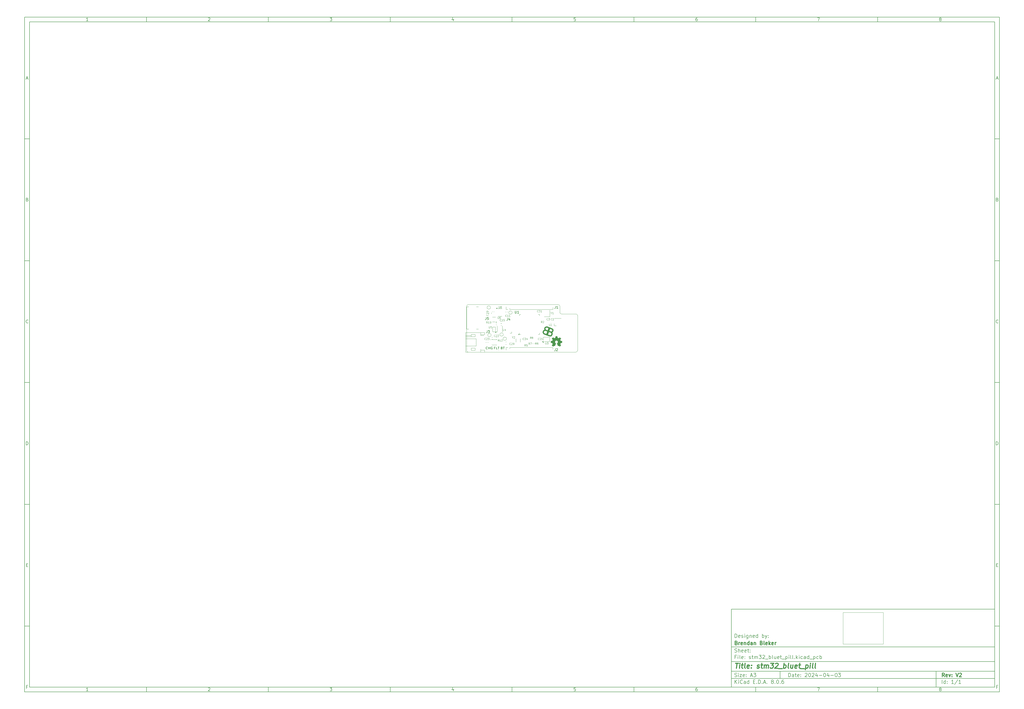
<source format=gbr>
%TF.GenerationSoftware,KiCad,Pcbnew,8.0.6-8.0.6-0~ubuntu24.04.1*%
%TF.CreationDate,2024-12-02T20:40:39-08:00*%
%TF.ProjectId,stm32_bluet_pill,73746d33-325f-4626-9c75-65745f70696c,V2*%
%TF.SameCoordinates,Original*%
%TF.FileFunction,Legend,Top*%
%TF.FilePolarity,Positive*%
%FSLAX46Y46*%
G04 Gerber Fmt 4.6, Leading zero omitted, Abs format (unit mm)*
G04 Created by KiCad (PCBNEW 8.0.6-8.0.6-0~ubuntu24.04.1) date 2024-12-02 20:40:39*
%MOMM*%
%LPD*%
G01*
G04 APERTURE LIST*
%ADD10C,0.100000*%
%ADD11C,0.150000*%
%ADD12C,0.300000*%
%ADD13C,0.400000*%
%ADD14C,0.500000*%
%ADD15C,0.200000*%
%ADD16C,0.120000*%
%ADD17C,0.010000*%
%TA.AperFunction,Profile*%
%ADD18C,0.100000*%
%TD*%
G04 APERTURE END LIST*
D10*
X345821001Y-254402167D02*
X345821001Y-267313833D01*
X362331000Y-267313833D01*
X362331000Y-254402167D01*
X345821001Y-254402167D01*
D11*
X299989000Y-253002200D02*
X407989000Y-253002200D01*
X407989000Y-285002200D01*
X299989000Y-285002200D01*
X299989000Y-253002200D01*
D10*
D11*
X10000000Y-10000000D02*
X409989000Y-10000000D01*
X409989000Y-287002200D01*
X10000000Y-287002200D01*
X10000000Y-10000000D01*
D10*
D11*
X12000000Y-12000000D02*
X407989000Y-12000000D01*
X407989000Y-285002200D01*
X12000000Y-285002200D01*
X12000000Y-12000000D01*
D10*
D11*
X60000000Y-12000000D02*
X60000000Y-10000000D01*
D10*
D11*
X110000000Y-12000000D02*
X110000000Y-10000000D01*
D10*
D11*
X160000000Y-12000000D02*
X160000000Y-10000000D01*
D10*
D11*
X210000000Y-12000000D02*
X210000000Y-10000000D01*
D10*
D11*
X260000000Y-12000000D02*
X260000000Y-10000000D01*
D10*
D11*
X310000000Y-12000000D02*
X310000000Y-10000000D01*
D10*
D11*
X360000000Y-12000000D02*
X360000000Y-10000000D01*
D10*
D11*
X36089160Y-11593604D02*
X35346303Y-11593604D01*
X35717731Y-11593604D02*
X35717731Y-10293604D01*
X35717731Y-10293604D02*
X35593922Y-10479319D01*
X35593922Y-10479319D02*
X35470112Y-10603128D01*
X35470112Y-10603128D02*
X35346303Y-10665033D01*
D10*
D11*
X85346303Y-10417414D02*
X85408207Y-10355509D01*
X85408207Y-10355509D02*
X85532017Y-10293604D01*
X85532017Y-10293604D02*
X85841541Y-10293604D01*
X85841541Y-10293604D02*
X85965350Y-10355509D01*
X85965350Y-10355509D02*
X86027255Y-10417414D01*
X86027255Y-10417414D02*
X86089160Y-10541223D01*
X86089160Y-10541223D02*
X86089160Y-10665033D01*
X86089160Y-10665033D02*
X86027255Y-10850747D01*
X86027255Y-10850747D02*
X85284398Y-11593604D01*
X85284398Y-11593604D02*
X86089160Y-11593604D01*
D10*
D11*
X135284398Y-10293604D02*
X136089160Y-10293604D01*
X136089160Y-10293604D02*
X135655826Y-10788842D01*
X135655826Y-10788842D02*
X135841541Y-10788842D01*
X135841541Y-10788842D02*
X135965350Y-10850747D01*
X135965350Y-10850747D02*
X136027255Y-10912652D01*
X136027255Y-10912652D02*
X136089160Y-11036461D01*
X136089160Y-11036461D02*
X136089160Y-11345985D01*
X136089160Y-11345985D02*
X136027255Y-11469795D01*
X136027255Y-11469795D02*
X135965350Y-11531700D01*
X135965350Y-11531700D02*
X135841541Y-11593604D01*
X135841541Y-11593604D02*
X135470112Y-11593604D01*
X135470112Y-11593604D02*
X135346303Y-11531700D01*
X135346303Y-11531700D02*
X135284398Y-11469795D01*
D10*
D11*
X185965350Y-10726938D02*
X185965350Y-11593604D01*
X185655826Y-10231700D02*
X185346303Y-11160271D01*
X185346303Y-11160271D02*
X186151064Y-11160271D01*
D10*
D11*
X236027255Y-10293604D02*
X235408207Y-10293604D01*
X235408207Y-10293604D02*
X235346303Y-10912652D01*
X235346303Y-10912652D02*
X235408207Y-10850747D01*
X235408207Y-10850747D02*
X235532017Y-10788842D01*
X235532017Y-10788842D02*
X235841541Y-10788842D01*
X235841541Y-10788842D02*
X235965350Y-10850747D01*
X235965350Y-10850747D02*
X236027255Y-10912652D01*
X236027255Y-10912652D02*
X236089160Y-11036461D01*
X236089160Y-11036461D02*
X236089160Y-11345985D01*
X236089160Y-11345985D02*
X236027255Y-11469795D01*
X236027255Y-11469795D02*
X235965350Y-11531700D01*
X235965350Y-11531700D02*
X235841541Y-11593604D01*
X235841541Y-11593604D02*
X235532017Y-11593604D01*
X235532017Y-11593604D02*
X235408207Y-11531700D01*
X235408207Y-11531700D02*
X235346303Y-11469795D01*
D10*
D11*
X285965350Y-10293604D02*
X285717731Y-10293604D01*
X285717731Y-10293604D02*
X285593922Y-10355509D01*
X285593922Y-10355509D02*
X285532017Y-10417414D01*
X285532017Y-10417414D02*
X285408207Y-10603128D01*
X285408207Y-10603128D02*
X285346303Y-10850747D01*
X285346303Y-10850747D02*
X285346303Y-11345985D01*
X285346303Y-11345985D02*
X285408207Y-11469795D01*
X285408207Y-11469795D02*
X285470112Y-11531700D01*
X285470112Y-11531700D02*
X285593922Y-11593604D01*
X285593922Y-11593604D02*
X285841541Y-11593604D01*
X285841541Y-11593604D02*
X285965350Y-11531700D01*
X285965350Y-11531700D02*
X286027255Y-11469795D01*
X286027255Y-11469795D02*
X286089160Y-11345985D01*
X286089160Y-11345985D02*
X286089160Y-11036461D01*
X286089160Y-11036461D02*
X286027255Y-10912652D01*
X286027255Y-10912652D02*
X285965350Y-10850747D01*
X285965350Y-10850747D02*
X285841541Y-10788842D01*
X285841541Y-10788842D02*
X285593922Y-10788842D01*
X285593922Y-10788842D02*
X285470112Y-10850747D01*
X285470112Y-10850747D02*
X285408207Y-10912652D01*
X285408207Y-10912652D02*
X285346303Y-11036461D01*
D10*
D11*
X335284398Y-10293604D02*
X336151064Y-10293604D01*
X336151064Y-10293604D02*
X335593922Y-11593604D01*
D10*
D11*
X385593922Y-10850747D02*
X385470112Y-10788842D01*
X385470112Y-10788842D02*
X385408207Y-10726938D01*
X385408207Y-10726938D02*
X385346303Y-10603128D01*
X385346303Y-10603128D02*
X385346303Y-10541223D01*
X385346303Y-10541223D02*
X385408207Y-10417414D01*
X385408207Y-10417414D02*
X385470112Y-10355509D01*
X385470112Y-10355509D02*
X385593922Y-10293604D01*
X385593922Y-10293604D02*
X385841541Y-10293604D01*
X385841541Y-10293604D02*
X385965350Y-10355509D01*
X385965350Y-10355509D02*
X386027255Y-10417414D01*
X386027255Y-10417414D02*
X386089160Y-10541223D01*
X386089160Y-10541223D02*
X386089160Y-10603128D01*
X386089160Y-10603128D02*
X386027255Y-10726938D01*
X386027255Y-10726938D02*
X385965350Y-10788842D01*
X385965350Y-10788842D02*
X385841541Y-10850747D01*
X385841541Y-10850747D02*
X385593922Y-10850747D01*
X385593922Y-10850747D02*
X385470112Y-10912652D01*
X385470112Y-10912652D02*
X385408207Y-10974557D01*
X385408207Y-10974557D02*
X385346303Y-11098366D01*
X385346303Y-11098366D02*
X385346303Y-11345985D01*
X385346303Y-11345985D02*
X385408207Y-11469795D01*
X385408207Y-11469795D02*
X385470112Y-11531700D01*
X385470112Y-11531700D02*
X385593922Y-11593604D01*
X385593922Y-11593604D02*
X385841541Y-11593604D01*
X385841541Y-11593604D02*
X385965350Y-11531700D01*
X385965350Y-11531700D02*
X386027255Y-11469795D01*
X386027255Y-11469795D02*
X386089160Y-11345985D01*
X386089160Y-11345985D02*
X386089160Y-11098366D01*
X386089160Y-11098366D02*
X386027255Y-10974557D01*
X386027255Y-10974557D02*
X385965350Y-10912652D01*
X385965350Y-10912652D02*
X385841541Y-10850747D01*
D10*
D11*
X60000000Y-285002200D02*
X60000000Y-287002200D01*
D10*
D11*
X110000000Y-285002200D02*
X110000000Y-287002200D01*
D10*
D11*
X160000000Y-285002200D02*
X160000000Y-287002200D01*
D10*
D11*
X210000000Y-285002200D02*
X210000000Y-287002200D01*
D10*
D11*
X260000000Y-285002200D02*
X260000000Y-287002200D01*
D10*
D11*
X310000000Y-285002200D02*
X310000000Y-287002200D01*
D10*
D11*
X360000000Y-285002200D02*
X360000000Y-287002200D01*
D10*
D11*
X36089160Y-286595804D02*
X35346303Y-286595804D01*
X35717731Y-286595804D02*
X35717731Y-285295804D01*
X35717731Y-285295804D02*
X35593922Y-285481519D01*
X35593922Y-285481519D02*
X35470112Y-285605328D01*
X35470112Y-285605328D02*
X35346303Y-285667233D01*
D10*
D11*
X85346303Y-285419614D02*
X85408207Y-285357709D01*
X85408207Y-285357709D02*
X85532017Y-285295804D01*
X85532017Y-285295804D02*
X85841541Y-285295804D01*
X85841541Y-285295804D02*
X85965350Y-285357709D01*
X85965350Y-285357709D02*
X86027255Y-285419614D01*
X86027255Y-285419614D02*
X86089160Y-285543423D01*
X86089160Y-285543423D02*
X86089160Y-285667233D01*
X86089160Y-285667233D02*
X86027255Y-285852947D01*
X86027255Y-285852947D02*
X85284398Y-286595804D01*
X85284398Y-286595804D02*
X86089160Y-286595804D01*
D10*
D11*
X135284398Y-285295804D02*
X136089160Y-285295804D01*
X136089160Y-285295804D02*
X135655826Y-285791042D01*
X135655826Y-285791042D02*
X135841541Y-285791042D01*
X135841541Y-285791042D02*
X135965350Y-285852947D01*
X135965350Y-285852947D02*
X136027255Y-285914852D01*
X136027255Y-285914852D02*
X136089160Y-286038661D01*
X136089160Y-286038661D02*
X136089160Y-286348185D01*
X136089160Y-286348185D02*
X136027255Y-286471995D01*
X136027255Y-286471995D02*
X135965350Y-286533900D01*
X135965350Y-286533900D02*
X135841541Y-286595804D01*
X135841541Y-286595804D02*
X135470112Y-286595804D01*
X135470112Y-286595804D02*
X135346303Y-286533900D01*
X135346303Y-286533900D02*
X135284398Y-286471995D01*
D10*
D11*
X185965350Y-285729138D02*
X185965350Y-286595804D01*
X185655826Y-285233900D02*
X185346303Y-286162471D01*
X185346303Y-286162471D02*
X186151064Y-286162471D01*
D10*
D11*
X236027255Y-285295804D02*
X235408207Y-285295804D01*
X235408207Y-285295804D02*
X235346303Y-285914852D01*
X235346303Y-285914852D02*
X235408207Y-285852947D01*
X235408207Y-285852947D02*
X235532017Y-285791042D01*
X235532017Y-285791042D02*
X235841541Y-285791042D01*
X235841541Y-285791042D02*
X235965350Y-285852947D01*
X235965350Y-285852947D02*
X236027255Y-285914852D01*
X236027255Y-285914852D02*
X236089160Y-286038661D01*
X236089160Y-286038661D02*
X236089160Y-286348185D01*
X236089160Y-286348185D02*
X236027255Y-286471995D01*
X236027255Y-286471995D02*
X235965350Y-286533900D01*
X235965350Y-286533900D02*
X235841541Y-286595804D01*
X235841541Y-286595804D02*
X235532017Y-286595804D01*
X235532017Y-286595804D02*
X235408207Y-286533900D01*
X235408207Y-286533900D02*
X235346303Y-286471995D01*
D10*
D11*
X285965350Y-285295804D02*
X285717731Y-285295804D01*
X285717731Y-285295804D02*
X285593922Y-285357709D01*
X285593922Y-285357709D02*
X285532017Y-285419614D01*
X285532017Y-285419614D02*
X285408207Y-285605328D01*
X285408207Y-285605328D02*
X285346303Y-285852947D01*
X285346303Y-285852947D02*
X285346303Y-286348185D01*
X285346303Y-286348185D02*
X285408207Y-286471995D01*
X285408207Y-286471995D02*
X285470112Y-286533900D01*
X285470112Y-286533900D02*
X285593922Y-286595804D01*
X285593922Y-286595804D02*
X285841541Y-286595804D01*
X285841541Y-286595804D02*
X285965350Y-286533900D01*
X285965350Y-286533900D02*
X286027255Y-286471995D01*
X286027255Y-286471995D02*
X286089160Y-286348185D01*
X286089160Y-286348185D02*
X286089160Y-286038661D01*
X286089160Y-286038661D02*
X286027255Y-285914852D01*
X286027255Y-285914852D02*
X285965350Y-285852947D01*
X285965350Y-285852947D02*
X285841541Y-285791042D01*
X285841541Y-285791042D02*
X285593922Y-285791042D01*
X285593922Y-285791042D02*
X285470112Y-285852947D01*
X285470112Y-285852947D02*
X285408207Y-285914852D01*
X285408207Y-285914852D02*
X285346303Y-286038661D01*
D10*
D11*
X335284398Y-285295804D02*
X336151064Y-285295804D01*
X336151064Y-285295804D02*
X335593922Y-286595804D01*
D10*
D11*
X385593922Y-285852947D02*
X385470112Y-285791042D01*
X385470112Y-285791042D02*
X385408207Y-285729138D01*
X385408207Y-285729138D02*
X385346303Y-285605328D01*
X385346303Y-285605328D02*
X385346303Y-285543423D01*
X385346303Y-285543423D02*
X385408207Y-285419614D01*
X385408207Y-285419614D02*
X385470112Y-285357709D01*
X385470112Y-285357709D02*
X385593922Y-285295804D01*
X385593922Y-285295804D02*
X385841541Y-285295804D01*
X385841541Y-285295804D02*
X385965350Y-285357709D01*
X385965350Y-285357709D02*
X386027255Y-285419614D01*
X386027255Y-285419614D02*
X386089160Y-285543423D01*
X386089160Y-285543423D02*
X386089160Y-285605328D01*
X386089160Y-285605328D02*
X386027255Y-285729138D01*
X386027255Y-285729138D02*
X385965350Y-285791042D01*
X385965350Y-285791042D02*
X385841541Y-285852947D01*
X385841541Y-285852947D02*
X385593922Y-285852947D01*
X385593922Y-285852947D02*
X385470112Y-285914852D01*
X385470112Y-285914852D02*
X385408207Y-285976757D01*
X385408207Y-285976757D02*
X385346303Y-286100566D01*
X385346303Y-286100566D02*
X385346303Y-286348185D01*
X385346303Y-286348185D02*
X385408207Y-286471995D01*
X385408207Y-286471995D02*
X385470112Y-286533900D01*
X385470112Y-286533900D02*
X385593922Y-286595804D01*
X385593922Y-286595804D02*
X385841541Y-286595804D01*
X385841541Y-286595804D02*
X385965350Y-286533900D01*
X385965350Y-286533900D02*
X386027255Y-286471995D01*
X386027255Y-286471995D02*
X386089160Y-286348185D01*
X386089160Y-286348185D02*
X386089160Y-286100566D01*
X386089160Y-286100566D02*
X386027255Y-285976757D01*
X386027255Y-285976757D02*
X385965350Y-285914852D01*
X385965350Y-285914852D02*
X385841541Y-285852947D01*
D10*
D11*
X10000000Y-60000000D02*
X12000000Y-60000000D01*
D10*
D11*
X10000000Y-110000000D02*
X12000000Y-110000000D01*
D10*
D11*
X10000000Y-160000000D02*
X12000000Y-160000000D01*
D10*
D11*
X10000000Y-210000000D02*
X12000000Y-210000000D01*
D10*
D11*
X10000000Y-260000000D02*
X12000000Y-260000000D01*
D10*
D11*
X10690476Y-35222176D02*
X11309523Y-35222176D01*
X10566666Y-35593604D02*
X10999999Y-34293604D01*
X10999999Y-34293604D02*
X11433333Y-35593604D01*
D10*
D11*
X11092857Y-84912652D02*
X11278571Y-84974557D01*
X11278571Y-84974557D02*
X11340476Y-85036461D01*
X11340476Y-85036461D02*
X11402380Y-85160271D01*
X11402380Y-85160271D02*
X11402380Y-85345985D01*
X11402380Y-85345985D02*
X11340476Y-85469795D01*
X11340476Y-85469795D02*
X11278571Y-85531700D01*
X11278571Y-85531700D02*
X11154761Y-85593604D01*
X11154761Y-85593604D02*
X10659523Y-85593604D01*
X10659523Y-85593604D02*
X10659523Y-84293604D01*
X10659523Y-84293604D02*
X11092857Y-84293604D01*
X11092857Y-84293604D02*
X11216666Y-84355509D01*
X11216666Y-84355509D02*
X11278571Y-84417414D01*
X11278571Y-84417414D02*
X11340476Y-84541223D01*
X11340476Y-84541223D02*
X11340476Y-84665033D01*
X11340476Y-84665033D02*
X11278571Y-84788842D01*
X11278571Y-84788842D02*
X11216666Y-84850747D01*
X11216666Y-84850747D02*
X11092857Y-84912652D01*
X11092857Y-84912652D02*
X10659523Y-84912652D01*
D10*
D11*
X11402380Y-135469795D02*
X11340476Y-135531700D01*
X11340476Y-135531700D02*
X11154761Y-135593604D01*
X11154761Y-135593604D02*
X11030952Y-135593604D01*
X11030952Y-135593604D02*
X10845238Y-135531700D01*
X10845238Y-135531700D02*
X10721428Y-135407890D01*
X10721428Y-135407890D02*
X10659523Y-135284080D01*
X10659523Y-135284080D02*
X10597619Y-135036461D01*
X10597619Y-135036461D02*
X10597619Y-134850747D01*
X10597619Y-134850747D02*
X10659523Y-134603128D01*
X10659523Y-134603128D02*
X10721428Y-134479319D01*
X10721428Y-134479319D02*
X10845238Y-134355509D01*
X10845238Y-134355509D02*
X11030952Y-134293604D01*
X11030952Y-134293604D02*
X11154761Y-134293604D01*
X11154761Y-134293604D02*
X11340476Y-134355509D01*
X11340476Y-134355509D02*
X11402380Y-134417414D01*
D10*
D11*
X10659523Y-185593604D02*
X10659523Y-184293604D01*
X10659523Y-184293604D02*
X10969047Y-184293604D01*
X10969047Y-184293604D02*
X11154761Y-184355509D01*
X11154761Y-184355509D02*
X11278571Y-184479319D01*
X11278571Y-184479319D02*
X11340476Y-184603128D01*
X11340476Y-184603128D02*
X11402380Y-184850747D01*
X11402380Y-184850747D02*
X11402380Y-185036461D01*
X11402380Y-185036461D02*
X11340476Y-185284080D01*
X11340476Y-185284080D02*
X11278571Y-185407890D01*
X11278571Y-185407890D02*
X11154761Y-185531700D01*
X11154761Y-185531700D02*
X10969047Y-185593604D01*
X10969047Y-185593604D02*
X10659523Y-185593604D01*
D10*
D11*
X10721428Y-234912652D02*
X11154762Y-234912652D01*
X11340476Y-235593604D02*
X10721428Y-235593604D01*
X10721428Y-235593604D02*
X10721428Y-234293604D01*
X10721428Y-234293604D02*
X11340476Y-234293604D01*
D10*
D11*
X11185714Y-284912652D02*
X10752380Y-284912652D01*
X10752380Y-285593604D02*
X10752380Y-284293604D01*
X10752380Y-284293604D02*
X11371428Y-284293604D01*
D10*
D11*
X409989000Y-60000000D02*
X407989000Y-60000000D01*
D10*
D11*
X409989000Y-110000000D02*
X407989000Y-110000000D01*
D10*
D11*
X409989000Y-160000000D02*
X407989000Y-160000000D01*
D10*
D11*
X409989000Y-210000000D02*
X407989000Y-210000000D01*
D10*
D11*
X409989000Y-260000000D02*
X407989000Y-260000000D01*
D10*
D11*
X408679476Y-35222176D02*
X409298523Y-35222176D01*
X408555666Y-35593604D02*
X408988999Y-34293604D01*
X408988999Y-34293604D02*
X409422333Y-35593604D01*
D10*
D11*
X409081857Y-84912652D02*
X409267571Y-84974557D01*
X409267571Y-84974557D02*
X409329476Y-85036461D01*
X409329476Y-85036461D02*
X409391380Y-85160271D01*
X409391380Y-85160271D02*
X409391380Y-85345985D01*
X409391380Y-85345985D02*
X409329476Y-85469795D01*
X409329476Y-85469795D02*
X409267571Y-85531700D01*
X409267571Y-85531700D02*
X409143761Y-85593604D01*
X409143761Y-85593604D02*
X408648523Y-85593604D01*
X408648523Y-85593604D02*
X408648523Y-84293604D01*
X408648523Y-84293604D02*
X409081857Y-84293604D01*
X409081857Y-84293604D02*
X409205666Y-84355509D01*
X409205666Y-84355509D02*
X409267571Y-84417414D01*
X409267571Y-84417414D02*
X409329476Y-84541223D01*
X409329476Y-84541223D02*
X409329476Y-84665033D01*
X409329476Y-84665033D02*
X409267571Y-84788842D01*
X409267571Y-84788842D02*
X409205666Y-84850747D01*
X409205666Y-84850747D02*
X409081857Y-84912652D01*
X409081857Y-84912652D02*
X408648523Y-84912652D01*
D10*
D11*
X409391380Y-135469795D02*
X409329476Y-135531700D01*
X409329476Y-135531700D02*
X409143761Y-135593604D01*
X409143761Y-135593604D02*
X409019952Y-135593604D01*
X409019952Y-135593604D02*
X408834238Y-135531700D01*
X408834238Y-135531700D02*
X408710428Y-135407890D01*
X408710428Y-135407890D02*
X408648523Y-135284080D01*
X408648523Y-135284080D02*
X408586619Y-135036461D01*
X408586619Y-135036461D02*
X408586619Y-134850747D01*
X408586619Y-134850747D02*
X408648523Y-134603128D01*
X408648523Y-134603128D02*
X408710428Y-134479319D01*
X408710428Y-134479319D02*
X408834238Y-134355509D01*
X408834238Y-134355509D02*
X409019952Y-134293604D01*
X409019952Y-134293604D02*
X409143761Y-134293604D01*
X409143761Y-134293604D02*
X409329476Y-134355509D01*
X409329476Y-134355509D02*
X409391380Y-134417414D01*
D10*
D11*
X408648523Y-185593604D02*
X408648523Y-184293604D01*
X408648523Y-184293604D02*
X408958047Y-184293604D01*
X408958047Y-184293604D02*
X409143761Y-184355509D01*
X409143761Y-184355509D02*
X409267571Y-184479319D01*
X409267571Y-184479319D02*
X409329476Y-184603128D01*
X409329476Y-184603128D02*
X409391380Y-184850747D01*
X409391380Y-184850747D02*
X409391380Y-185036461D01*
X409391380Y-185036461D02*
X409329476Y-185284080D01*
X409329476Y-185284080D02*
X409267571Y-185407890D01*
X409267571Y-185407890D02*
X409143761Y-185531700D01*
X409143761Y-185531700D02*
X408958047Y-185593604D01*
X408958047Y-185593604D02*
X408648523Y-185593604D01*
D10*
D11*
X408710428Y-234912652D02*
X409143762Y-234912652D01*
X409329476Y-235593604D02*
X408710428Y-235593604D01*
X408710428Y-235593604D02*
X408710428Y-234293604D01*
X408710428Y-234293604D02*
X409329476Y-234293604D01*
D10*
D11*
X409174714Y-284912652D02*
X408741380Y-284912652D01*
X408741380Y-285593604D02*
X408741380Y-284293604D01*
X408741380Y-284293604D02*
X409360428Y-284293604D01*
D10*
D11*
X323444826Y-280788328D02*
X323444826Y-279288328D01*
X323444826Y-279288328D02*
X323801969Y-279288328D01*
X323801969Y-279288328D02*
X324016255Y-279359757D01*
X324016255Y-279359757D02*
X324159112Y-279502614D01*
X324159112Y-279502614D02*
X324230541Y-279645471D01*
X324230541Y-279645471D02*
X324301969Y-279931185D01*
X324301969Y-279931185D02*
X324301969Y-280145471D01*
X324301969Y-280145471D02*
X324230541Y-280431185D01*
X324230541Y-280431185D02*
X324159112Y-280574042D01*
X324159112Y-280574042D02*
X324016255Y-280716900D01*
X324016255Y-280716900D02*
X323801969Y-280788328D01*
X323801969Y-280788328D02*
X323444826Y-280788328D01*
X325587684Y-280788328D02*
X325587684Y-280002614D01*
X325587684Y-280002614D02*
X325516255Y-279859757D01*
X325516255Y-279859757D02*
X325373398Y-279788328D01*
X325373398Y-279788328D02*
X325087684Y-279788328D01*
X325087684Y-279788328D02*
X324944826Y-279859757D01*
X325587684Y-280716900D02*
X325444826Y-280788328D01*
X325444826Y-280788328D02*
X325087684Y-280788328D01*
X325087684Y-280788328D02*
X324944826Y-280716900D01*
X324944826Y-280716900D02*
X324873398Y-280574042D01*
X324873398Y-280574042D02*
X324873398Y-280431185D01*
X324873398Y-280431185D02*
X324944826Y-280288328D01*
X324944826Y-280288328D02*
X325087684Y-280216900D01*
X325087684Y-280216900D02*
X325444826Y-280216900D01*
X325444826Y-280216900D02*
X325587684Y-280145471D01*
X326087684Y-279788328D02*
X326659112Y-279788328D01*
X326301969Y-279288328D02*
X326301969Y-280574042D01*
X326301969Y-280574042D02*
X326373398Y-280716900D01*
X326373398Y-280716900D02*
X326516255Y-280788328D01*
X326516255Y-280788328D02*
X326659112Y-280788328D01*
X327730541Y-280716900D02*
X327587684Y-280788328D01*
X327587684Y-280788328D02*
X327301970Y-280788328D01*
X327301970Y-280788328D02*
X327159112Y-280716900D01*
X327159112Y-280716900D02*
X327087684Y-280574042D01*
X327087684Y-280574042D02*
X327087684Y-280002614D01*
X327087684Y-280002614D02*
X327159112Y-279859757D01*
X327159112Y-279859757D02*
X327301970Y-279788328D01*
X327301970Y-279788328D02*
X327587684Y-279788328D01*
X327587684Y-279788328D02*
X327730541Y-279859757D01*
X327730541Y-279859757D02*
X327801970Y-280002614D01*
X327801970Y-280002614D02*
X327801970Y-280145471D01*
X327801970Y-280145471D02*
X327087684Y-280288328D01*
X328444826Y-280645471D02*
X328516255Y-280716900D01*
X328516255Y-280716900D02*
X328444826Y-280788328D01*
X328444826Y-280788328D02*
X328373398Y-280716900D01*
X328373398Y-280716900D02*
X328444826Y-280645471D01*
X328444826Y-280645471D02*
X328444826Y-280788328D01*
X328444826Y-279859757D02*
X328516255Y-279931185D01*
X328516255Y-279931185D02*
X328444826Y-280002614D01*
X328444826Y-280002614D02*
X328373398Y-279931185D01*
X328373398Y-279931185D02*
X328444826Y-279859757D01*
X328444826Y-279859757D02*
X328444826Y-280002614D01*
X330230541Y-279431185D02*
X330301969Y-279359757D01*
X330301969Y-279359757D02*
X330444827Y-279288328D01*
X330444827Y-279288328D02*
X330801969Y-279288328D01*
X330801969Y-279288328D02*
X330944827Y-279359757D01*
X330944827Y-279359757D02*
X331016255Y-279431185D01*
X331016255Y-279431185D02*
X331087684Y-279574042D01*
X331087684Y-279574042D02*
X331087684Y-279716900D01*
X331087684Y-279716900D02*
X331016255Y-279931185D01*
X331016255Y-279931185D02*
X330159112Y-280788328D01*
X330159112Y-280788328D02*
X331087684Y-280788328D01*
X332016255Y-279288328D02*
X332159112Y-279288328D01*
X332159112Y-279288328D02*
X332301969Y-279359757D01*
X332301969Y-279359757D02*
X332373398Y-279431185D01*
X332373398Y-279431185D02*
X332444826Y-279574042D01*
X332444826Y-279574042D02*
X332516255Y-279859757D01*
X332516255Y-279859757D02*
X332516255Y-280216900D01*
X332516255Y-280216900D02*
X332444826Y-280502614D01*
X332444826Y-280502614D02*
X332373398Y-280645471D01*
X332373398Y-280645471D02*
X332301969Y-280716900D01*
X332301969Y-280716900D02*
X332159112Y-280788328D01*
X332159112Y-280788328D02*
X332016255Y-280788328D01*
X332016255Y-280788328D02*
X331873398Y-280716900D01*
X331873398Y-280716900D02*
X331801969Y-280645471D01*
X331801969Y-280645471D02*
X331730540Y-280502614D01*
X331730540Y-280502614D02*
X331659112Y-280216900D01*
X331659112Y-280216900D02*
X331659112Y-279859757D01*
X331659112Y-279859757D02*
X331730540Y-279574042D01*
X331730540Y-279574042D02*
X331801969Y-279431185D01*
X331801969Y-279431185D02*
X331873398Y-279359757D01*
X331873398Y-279359757D02*
X332016255Y-279288328D01*
X333087683Y-279431185D02*
X333159111Y-279359757D01*
X333159111Y-279359757D02*
X333301969Y-279288328D01*
X333301969Y-279288328D02*
X333659111Y-279288328D01*
X333659111Y-279288328D02*
X333801969Y-279359757D01*
X333801969Y-279359757D02*
X333873397Y-279431185D01*
X333873397Y-279431185D02*
X333944826Y-279574042D01*
X333944826Y-279574042D02*
X333944826Y-279716900D01*
X333944826Y-279716900D02*
X333873397Y-279931185D01*
X333873397Y-279931185D02*
X333016254Y-280788328D01*
X333016254Y-280788328D02*
X333944826Y-280788328D01*
X335230540Y-279788328D02*
X335230540Y-280788328D01*
X334873397Y-279216900D02*
X334516254Y-280288328D01*
X334516254Y-280288328D02*
X335444825Y-280288328D01*
X336016253Y-280216900D02*
X337159111Y-280216900D01*
X338159111Y-279288328D02*
X338301968Y-279288328D01*
X338301968Y-279288328D02*
X338444825Y-279359757D01*
X338444825Y-279359757D02*
X338516254Y-279431185D01*
X338516254Y-279431185D02*
X338587682Y-279574042D01*
X338587682Y-279574042D02*
X338659111Y-279859757D01*
X338659111Y-279859757D02*
X338659111Y-280216900D01*
X338659111Y-280216900D02*
X338587682Y-280502614D01*
X338587682Y-280502614D02*
X338516254Y-280645471D01*
X338516254Y-280645471D02*
X338444825Y-280716900D01*
X338444825Y-280716900D02*
X338301968Y-280788328D01*
X338301968Y-280788328D02*
X338159111Y-280788328D01*
X338159111Y-280788328D02*
X338016254Y-280716900D01*
X338016254Y-280716900D02*
X337944825Y-280645471D01*
X337944825Y-280645471D02*
X337873396Y-280502614D01*
X337873396Y-280502614D02*
X337801968Y-280216900D01*
X337801968Y-280216900D02*
X337801968Y-279859757D01*
X337801968Y-279859757D02*
X337873396Y-279574042D01*
X337873396Y-279574042D02*
X337944825Y-279431185D01*
X337944825Y-279431185D02*
X338016254Y-279359757D01*
X338016254Y-279359757D02*
X338159111Y-279288328D01*
X339944825Y-279788328D02*
X339944825Y-280788328D01*
X339587682Y-279216900D02*
X339230539Y-280288328D01*
X339230539Y-280288328D02*
X340159110Y-280288328D01*
X340730538Y-280216900D02*
X341873396Y-280216900D01*
X342873396Y-279288328D02*
X343016253Y-279288328D01*
X343016253Y-279288328D02*
X343159110Y-279359757D01*
X343159110Y-279359757D02*
X343230539Y-279431185D01*
X343230539Y-279431185D02*
X343301967Y-279574042D01*
X343301967Y-279574042D02*
X343373396Y-279859757D01*
X343373396Y-279859757D02*
X343373396Y-280216900D01*
X343373396Y-280216900D02*
X343301967Y-280502614D01*
X343301967Y-280502614D02*
X343230539Y-280645471D01*
X343230539Y-280645471D02*
X343159110Y-280716900D01*
X343159110Y-280716900D02*
X343016253Y-280788328D01*
X343016253Y-280788328D02*
X342873396Y-280788328D01*
X342873396Y-280788328D02*
X342730539Y-280716900D01*
X342730539Y-280716900D02*
X342659110Y-280645471D01*
X342659110Y-280645471D02*
X342587681Y-280502614D01*
X342587681Y-280502614D02*
X342516253Y-280216900D01*
X342516253Y-280216900D02*
X342516253Y-279859757D01*
X342516253Y-279859757D02*
X342587681Y-279574042D01*
X342587681Y-279574042D02*
X342659110Y-279431185D01*
X342659110Y-279431185D02*
X342730539Y-279359757D01*
X342730539Y-279359757D02*
X342873396Y-279288328D01*
X343873395Y-279288328D02*
X344801967Y-279288328D01*
X344801967Y-279288328D02*
X344301967Y-279859757D01*
X344301967Y-279859757D02*
X344516252Y-279859757D01*
X344516252Y-279859757D02*
X344659110Y-279931185D01*
X344659110Y-279931185D02*
X344730538Y-280002614D01*
X344730538Y-280002614D02*
X344801967Y-280145471D01*
X344801967Y-280145471D02*
X344801967Y-280502614D01*
X344801967Y-280502614D02*
X344730538Y-280645471D01*
X344730538Y-280645471D02*
X344659110Y-280716900D01*
X344659110Y-280716900D02*
X344516252Y-280788328D01*
X344516252Y-280788328D02*
X344087681Y-280788328D01*
X344087681Y-280788328D02*
X343944824Y-280716900D01*
X343944824Y-280716900D02*
X343873395Y-280645471D01*
D10*
D11*
X299989000Y-281502200D02*
X407989000Y-281502200D01*
D10*
D11*
X301444826Y-283588328D02*
X301444826Y-282088328D01*
X302301969Y-283588328D02*
X301659112Y-282731185D01*
X302301969Y-282088328D02*
X301444826Y-282945471D01*
X302944826Y-283588328D02*
X302944826Y-282588328D01*
X302944826Y-282088328D02*
X302873398Y-282159757D01*
X302873398Y-282159757D02*
X302944826Y-282231185D01*
X302944826Y-282231185D02*
X303016255Y-282159757D01*
X303016255Y-282159757D02*
X302944826Y-282088328D01*
X302944826Y-282088328D02*
X302944826Y-282231185D01*
X304516255Y-283445471D02*
X304444827Y-283516900D01*
X304444827Y-283516900D02*
X304230541Y-283588328D01*
X304230541Y-283588328D02*
X304087684Y-283588328D01*
X304087684Y-283588328D02*
X303873398Y-283516900D01*
X303873398Y-283516900D02*
X303730541Y-283374042D01*
X303730541Y-283374042D02*
X303659112Y-283231185D01*
X303659112Y-283231185D02*
X303587684Y-282945471D01*
X303587684Y-282945471D02*
X303587684Y-282731185D01*
X303587684Y-282731185D02*
X303659112Y-282445471D01*
X303659112Y-282445471D02*
X303730541Y-282302614D01*
X303730541Y-282302614D02*
X303873398Y-282159757D01*
X303873398Y-282159757D02*
X304087684Y-282088328D01*
X304087684Y-282088328D02*
X304230541Y-282088328D01*
X304230541Y-282088328D02*
X304444827Y-282159757D01*
X304444827Y-282159757D02*
X304516255Y-282231185D01*
X305801970Y-283588328D02*
X305801970Y-282802614D01*
X305801970Y-282802614D02*
X305730541Y-282659757D01*
X305730541Y-282659757D02*
X305587684Y-282588328D01*
X305587684Y-282588328D02*
X305301970Y-282588328D01*
X305301970Y-282588328D02*
X305159112Y-282659757D01*
X305801970Y-283516900D02*
X305659112Y-283588328D01*
X305659112Y-283588328D02*
X305301970Y-283588328D01*
X305301970Y-283588328D02*
X305159112Y-283516900D01*
X305159112Y-283516900D02*
X305087684Y-283374042D01*
X305087684Y-283374042D02*
X305087684Y-283231185D01*
X305087684Y-283231185D02*
X305159112Y-283088328D01*
X305159112Y-283088328D02*
X305301970Y-283016900D01*
X305301970Y-283016900D02*
X305659112Y-283016900D01*
X305659112Y-283016900D02*
X305801970Y-282945471D01*
X307159113Y-283588328D02*
X307159113Y-282088328D01*
X307159113Y-283516900D02*
X307016255Y-283588328D01*
X307016255Y-283588328D02*
X306730541Y-283588328D01*
X306730541Y-283588328D02*
X306587684Y-283516900D01*
X306587684Y-283516900D02*
X306516255Y-283445471D01*
X306516255Y-283445471D02*
X306444827Y-283302614D01*
X306444827Y-283302614D02*
X306444827Y-282874042D01*
X306444827Y-282874042D02*
X306516255Y-282731185D01*
X306516255Y-282731185D02*
X306587684Y-282659757D01*
X306587684Y-282659757D02*
X306730541Y-282588328D01*
X306730541Y-282588328D02*
X307016255Y-282588328D01*
X307016255Y-282588328D02*
X307159113Y-282659757D01*
X309016255Y-282802614D02*
X309516255Y-282802614D01*
X309730541Y-283588328D02*
X309016255Y-283588328D01*
X309016255Y-283588328D02*
X309016255Y-282088328D01*
X309016255Y-282088328D02*
X309730541Y-282088328D01*
X310373398Y-283445471D02*
X310444827Y-283516900D01*
X310444827Y-283516900D02*
X310373398Y-283588328D01*
X310373398Y-283588328D02*
X310301970Y-283516900D01*
X310301970Y-283516900D02*
X310373398Y-283445471D01*
X310373398Y-283445471D02*
X310373398Y-283588328D01*
X311087684Y-283588328D02*
X311087684Y-282088328D01*
X311087684Y-282088328D02*
X311444827Y-282088328D01*
X311444827Y-282088328D02*
X311659113Y-282159757D01*
X311659113Y-282159757D02*
X311801970Y-282302614D01*
X311801970Y-282302614D02*
X311873399Y-282445471D01*
X311873399Y-282445471D02*
X311944827Y-282731185D01*
X311944827Y-282731185D02*
X311944827Y-282945471D01*
X311944827Y-282945471D02*
X311873399Y-283231185D01*
X311873399Y-283231185D02*
X311801970Y-283374042D01*
X311801970Y-283374042D02*
X311659113Y-283516900D01*
X311659113Y-283516900D02*
X311444827Y-283588328D01*
X311444827Y-283588328D02*
X311087684Y-283588328D01*
X312587684Y-283445471D02*
X312659113Y-283516900D01*
X312659113Y-283516900D02*
X312587684Y-283588328D01*
X312587684Y-283588328D02*
X312516256Y-283516900D01*
X312516256Y-283516900D02*
X312587684Y-283445471D01*
X312587684Y-283445471D02*
X312587684Y-283588328D01*
X313230542Y-283159757D02*
X313944828Y-283159757D01*
X313087685Y-283588328D02*
X313587685Y-282088328D01*
X313587685Y-282088328D02*
X314087685Y-283588328D01*
X314587684Y-283445471D02*
X314659113Y-283516900D01*
X314659113Y-283516900D02*
X314587684Y-283588328D01*
X314587684Y-283588328D02*
X314516256Y-283516900D01*
X314516256Y-283516900D02*
X314587684Y-283445471D01*
X314587684Y-283445471D02*
X314587684Y-283588328D01*
X316659113Y-282731185D02*
X316516256Y-282659757D01*
X316516256Y-282659757D02*
X316444827Y-282588328D01*
X316444827Y-282588328D02*
X316373399Y-282445471D01*
X316373399Y-282445471D02*
X316373399Y-282374042D01*
X316373399Y-282374042D02*
X316444827Y-282231185D01*
X316444827Y-282231185D02*
X316516256Y-282159757D01*
X316516256Y-282159757D02*
X316659113Y-282088328D01*
X316659113Y-282088328D02*
X316944827Y-282088328D01*
X316944827Y-282088328D02*
X317087685Y-282159757D01*
X317087685Y-282159757D02*
X317159113Y-282231185D01*
X317159113Y-282231185D02*
X317230542Y-282374042D01*
X317230542Y-282374042D02*
X317230542Y-282445471D01*
X317230542Y-282445471D02*
X317159113Y-282588328D01*
X317159113Y-282588328D02*
X317087685Y-282659757D01*
X317087685Y-282659757D02*
X316944827Y-282731185D01*
X316944827Y-282731185D02*
X316659113Y-282731185D01*
X316659113Y-282731185D02*
X316516256Y-282802614D01*
X316516256Y-282802614D02*
X316444827Y-282874042D01*
X316444827Y-282874042D02*
X316373399Y-283016900D01*
X316373399Y-283016900D02*
X316373399Y-283302614D01*
X316373399Y-283302614D02*
X316444827Y-283445471D01*
X316444827Y-283445471D02*
X316516256Y-283516900D01*
X316516256Y-283516900D02*
X316659113Y-283588328D01*
X316659113Y-283588328D02*
X316944827Y-283588328D01*
X316944827Y-283588328D02*
X317087685Y-283516900D01*
X317087685Y-283516900D02*
X317159113Y-283445471D01*
X317159113Y-283445471D02*
X317230542Y-283302614D01*
X317230542Y-283302614D02*
X317230542Y-283016900D01*
X317230542Y-283016900D02*
X317159113Y-282874042D01*
X317159113Y-282874042D02*
X317087685Y-282802614D01*
X317087685Y-282802614D02*
X316944827Y-282731185D01*
X317873398Y-283445471D02*
X317944827Y-283516900D01*
X317944827Y-283516900D02*
X317873398Y-283588328D01*
X317873398Y-283588328D02*
X317801970Y-283516900D01*
X317801970Y-283516900D02*
X317873398Y-283445471D01*
X317873398Y-283445471D02*
X317873398Y-283588328D01*
X318873399Y-282088328D02*
X319016256Y-282088328D01*
X319016256Y-282088328D02*
X319159113Y-282159757D01*
X319159113Y-282159757D02*
X319230542Y-282231185D01*
X319230542Y-282231185D02*
X319301970Y-282374042D01*
X319301970Y-282374042D02*
X319373399Y-282659757D01*
X319373399Y-282659757D02*
X319373399Y-283016900D01*
X319373399Y-283016900D02*
X319301970Y-283302614D01*
X319301970Y-283302614D02*
X319230542Y-283445471D01*
X319230542Y-283445471D02*
X319159113Y-283516900D01*
X319159113Y-283516900D02*
X319016256Y-283588328D01*
X319016256Y-283588328D02*
X318873399Y-283588328D01*
X318873399Y-283588328D02*
X318730542Y-283516900D01*
X318730542Y-283516900D02*
X318659113Y-283445471D01*
X318659113Y-283445471D02*
X318587684Y-283302614D01*
X318587684Y-283302614D02*
X318516256Y-283016900D01*
X318516256Y-283016900D02*
X318516256Y-282659757D01*
X318516256Y-282659757D02*
X318587684Y-282374042D01*
X318587684Y-282374042D02*
X318659113Y-282231185D01*
X318659113Y-282231185D02*
X318730542Y-282159757D01*
X318730542Y-282159757D02*
X318873399Y-282088328D01*
X320016255Y-283445471D02*
X320087684Y-283516900D01*
X320087684Y-283516900D02*
X320016255Y-283588328D01*
X320016255Y-283588328D02*
X319944827Y-283516900D01*
X319944827Y-283516900D02*
X320016255Y-283445471D01*
X320016255Y-283445471D02*
X320016255Y-283588328D01*
X321373399Y-282088328D02*
X321087684Y-282088328D01*
X321087684Y-282088328D02*
X320944827Y-282159757D01*
X320944827Y-282159757D02*
X320873399Y-282231185D01*
X320873399Y-282231185D02*
X320730541Y-282445471D01*
X320730541Y-282445471D02*
X320659113Y-282731185D01*
X320659113Y-282731185D02*
X320659113Y-283302614D01*
X320659113Y-283302614D02*
X320730541Y-283445471D01*
X320730541Y-283445471D02*
X320801970Y-283516900D01*
X320801970Y-283516900D02*
X320944827Y-283588328D01*
X320944827Y-283588328D02*
X321230541Y-283588328D01*
X321230541Y-283588328D02*
X321373399Y-283516900D01*
X321373399Y-283516900D02*
X321444827Y-283445471D01*
X321444827Y-283445471D02*
X321516256Y-283302614D01*
X321516256Y-283302614D02*
X321516256Y-282945471D01*
X321516256Y-282945471D02*
X321444827Y-282802614D01*
X321444827Y-282802614D02*
X321373399Y-282731185D01*
X321373399Y-282731185D02*
X321230541Y-282659757D01*
X321230541Y-282659757D02*
X320944827Y-282659757D01*
X320944827Y-282659757D02*
X320801970Y-282731185D01*
X320801970Y-282731185D02*
X320730541Y-282802614D01*
X320730541Y-282802614D02*
X320659113Y-282945471D01*
D10*
D11*
X299989000Y-278502200D02*
X407989000Y-278502200D01*
D10*
D12*
X387400653Y-280780528D02*
X386900653Y-280066242D01*
X386543510Y-280780528D02*
X386543510Y-279280528D01*
X386543510Y-279280528D02*
X387114939Y-279280528D01*
X387114939Y-279280528D02*
X387257796Y-279351957D01*
X387257796Y-279351957D02*
X387329225Y-279423385D01*
X387329225Y-279423385D02*
X387400653Y-279566242D01*
X387400653Y-279566242D02*
X387400653Y-279780528D01*
X387400653Y-279780528D02*
X387329225Y-279923385D01*
X387329225Y-279923385D02*
X387257796Y-279994814D01*
X387257796Y-279994814D02*
X387114939Y-280066242D01*
X387114939Y-280066242D02*
X386543510Y-280066242D01*
X388614939Y-280709100D02*
X388472082Y-280780528D01*
X388472082Y-280780528D02*
X388186368Y-280780528D01*
X388186368Y-280780528D02*
X388043510Y-280709100D01*
X388043510Y-280709100D02*
X387972082Y-280566242D01*
X387972082Y-280566242D02*
X387972082Y-279994814D01*
X387972082Y-279994814D02*
X388043510Y-279851957D01*
X388043510Y-279851957D02*
X388186368Y-279780528D01*
X388186368Y-279780528D02*
X388472082Y-279780528D01*
X388472082Y-279780528D02*
X388614939Y-279851957D01*
X388614939Y-279851957D02*
X388686368Y-279994814D01*
X388686368Y-279994814D02*
X388686368Y-280137671D01*
X388686368Y-280137671D02*
X387972082Y-280280528D01*
X389186367Y-279780528D02*
X389543510Y-280780528D01*
X389543510Y-280780528D02*
X389900653Y-279780528D01*
X390472081Y-280637671D02*
X390543510Y-280709100D01*
X390543510Y-280709100D02*
X390472081Y-280780528D01*
X390472081Y-280780528D02*
X390400653Y-280709100D01*
X390400653Y-280709100D02*
X390472081Y-280637671D01*
X390472081Y-280637671D02*
X390472081Y-280780528D01*
X390472081Y-279851957D02*
X390543510Y-279923385D01*
X390543510Y-279923385D02*
X390472081Y-279994814D01*
X390472081Y-279994814D02*
X390400653Y-279923385D01*
X390400653Y-279923385D02*
X390472081Y-279851957D01*
X390472081Y-279851957D02*
X390472081Y-279994814D01*
X392114939Y-279280528D02*
X392614939Y-280780528D01*
X392614939Y-280780528D02*
X393114939Y-279280528D01*
X393543510Y-279423385D02*
X393614938Y-279351957D01*
X393614938Y-279351957D02*
X393757796Y-279280528D01*
X393757796Y-279280528D02*
X394114938Y-279280528D01*
X394114938Y-279280528D02*
X394257796Y-279351957D01*
X394257796Y-279351957D02*
X394329224Y-279423385D01*
X394329224Y-279423385D02*
X394400653Y-279566242D01*
X394400653Y-279566242D02*
X394400653Y-279709100D01*
X394400653Y-279709100D02*
X394329224Y-279923385D01*
X394329224Y-279923385D02*
X393472081Y-280780528D01*
X393472081Y-280780528D02*
X394400653Y-280780528D01*
D10*
D11*
X301373398Y-280716900D02*
X301587684Y-280788328D01*
X301587684Y-280788328D02*
X301944826Y-280788328D01*
X301944826Y-280788328D02*
X302087684Y-280716900D01*
X302087684Y-280716900D02*
X302159112Y-280645471D01*
X302159112Y-280645471D02*
X302230541Y-280502614D01*
X302230541Y-280502614D02*
X302230541Y-280359757D01*
X302230541Y-280359757D02*
X302159112Y-280216900D01*
X302159112Y-280216900D02*
X302087684Y-280145471D01*
X302087684Y-280145471D02*
X301944826Y-280074042D01*
X301944826Y-280074042D02*
X301659112Y-280002614D01*
X301659112Y-280002614D02*
X301516255Y-279931185D01*
X301516255Y-279931185D02*
X301444826Y-279859757D01*
X301444826Y-279859757D02*
X301373398Y-279716900D01*
X301373398Y-279716900D02*
X301373398Y-279574042D01*
X301373398Y-279574042D02*
X301444826Y-279431185D01*
X301444826Y-279431185D02*
X301516255Y-279359757D01*
X301516255Y-279359757D02*
X301659112Y-279288328D01*
X301659112Y-279288328D02*
X302016255Y-279288328D01*
X302016255Y-279288328D02*
X302230541Y-279359757D01*
X302873397Y-280788328D02*
X302873397Y-279788328D01*
X302873397Y-279288328D02*
X302801969Y-279359757D01*
X302801969Y-279359757D02*
X302873397Y-279431185D01*
X302873397Y-279431185D02*
X302944826Y-279359757D01*
X302944826Y-279359757D02*
X302873397Y-279288328D01*
X302873397Y-279288328D02*
X302873397Y-279431185D01*
X303444826Y-279788328D02*
X304230541Y-279788328D01*
X304230541Y-279788328D02*
X303444826Y-280788328D01*
X303444826Y-280788328D02*
X304230541Y-280788328D01*
X305373398Y-280716900D02*
X305230541Y-280788328D01*
X305230541Y-280788328D02*
X304944827Y-280788328D01*
X304944827Y-280788328D02*
X304801969Y-280716900D01*
X304801969Y-280716900D02*
X304730541Y-280574042D01*
X304730541Y-280574042D02*
X304730541Y-280002614D01*
X304730541Y-280002614D02*
X304801969Y-279859757D01*
X304801969Y-279859757D02*
X304944827Y-279788328D01*
X304944827Y-279788328D02*
X305230541Y-279788328D01*
X305230541Y-279788328D02*
X305373398Y-279859757D01*
X305373398Y-279859757D02*
X305444827Y-280002614D01*
X305444827Y-280002614D02*
X305444827Y-280145471D01*
X305444827Y-280145471D02*
X304730541Y-280288328D01*
X306087683Y-280645471D02*
X306159112Y-280716900D01*
X306159112Y-280716900D02*
X306087683Y-280788328D01*
X306087683Y-280788328D02*
X306016255Y-280716900D01*
X306016255Y-280716900D02*
X306087683Y-280645471D01*
X306087683Y-280645471D02*
X306087683Y-280788328D01*
X306087683Y-279859757D02*
X306159112Y-279931185D01*
X306159112Y-279931185D02*
X306087683Y-280002614D01*
X306087683Y-280002614D02*
X306016255Y-279931185D01*
X306016255Y-279931185D02*
X306087683Y-279859757D01*
X306087683Y-279859757D02*
X306087683Y-280002614D01*
X307873398Y-280359757D02*
X308587684Y-280359757D01*
X307730541Y-280788328D02*
X308230541Y-279288328D01*
X308230541Y-279288328D02*
X308730541Y-280788328D01*
X309087683Y-279288328D02*
X310016255Y-279288328D01*
X310016255Y-279288328D02*
X309516255Y-279859757D01*
X309516255Y-279859757D02*
X309730540Y-279859757D01*
X309730540Y-279859757D02*
X309873398Y-279931185D01*
X309873398Y-279931185D02*
X309944826Y-280002614D01*
X309944826Y-280002614D02*
X310016255Y-280145471D01*
X310016255Y-280145471D02*
X310016255Y-280502614D01*
X310016255Y-280502614D02*
X309944826Y-280645471D01*
X309944826Y-280645471D02*
X309873398Y-280716900D01*
X309873398Y-280716900D02*
X309730540Y-280788328D01*
X309730540Y-280788328D02*
X309301969Y-280788328D01*
X309301969Y-280788328D02*
X309159112Y-280716900D01*
X309159112Y-280716900D02*
X309087683Y-280645471D01*
D10*
D11*
X386444826Y-283588328D02*
X386444826Y-282088328D01*
X387801970Y-283588328D02*
X387801970Y-282088328D01*
X387801970Y-283516900D02*
X387659112Y-283588328D01*
X387659112Y-283588328D02*
X387373398Y-283588328D01*
X387373398Y-283588328D02*
X387230541Y-283516900D01*
X387230541Y-283516900D02*
X387159112Y-283445471D01*
X387159112Y-283445471D02*
X387087684Y-283302614D01*
X387087684Y-283302614D02*
X387087684Y-282874042D01*
X387087684Y-282874042D02*
X387159112Y-282731185D01*
X387159112Y-282731185D02*
X387230541Y-282659757D01*
X387230541Y-282659757D02*
X387373398Y-282588328D01*
X387373398Y-282588328D02*
X387659112Y-282588328D01*
X387659112Y-282588328D02*
X387801970Y-282659757D01*
X388516255Y-283445471D02*
X388587684Y-283516900D01*
X388587684Y-283516900D02*
X388516255Y-283588328D01*
X388516255Y-283588328D02*
X388444827Y-283516900D01*
X388444827Y-283516900D02*
X388516255Y-283445471D01*
X388516255Y-283445471D02*
X388516255Y-283588328D01*
X388516255Y-282659757D02*
X388587684Y-282731185D01*
X388587684Y-282731185D02*
X388516255Y-282802614D01*
X388516255Y-282802614D02*
X388444827Y-282731185D01*
X388444827Y-282731185D02*
X388516255Y-282659757D01*
X388516255Y-282659757D02*
X388516255Y-282802614D01*
X391159113Y-283588328D02*
X390301970Y-283588328D01*
X390730541Y-283588328D02*
X390730541Y-282088328D01*
X390730541Y-282088328D02*
X390587684Y-282302614D01*
X390587684Y-282302614D02*
X390444827Y-282445471D01*
X390444827Y-282445471D02*
X390301970Y-282516900D01*
X392873398Y-282016900D02*
X391587684Y-283945471D01*
X394159113Y-283588328D02*
X393301970Y-283588328D01*
X393730541Y-283588328D02*
X393730541Y-282088328D01*
X393730541Y-282088328D02*
X393587684Y-282302614D01*
X393587684Y-282302614D02*
X393444827Y-282445471D01*
X393444827Y-282445471D02*
X393301970Y-282516900D01*
D10*
D11*
X299989000Y-274502200D02*
X407989000Y-274502200D01*
D10*
D13*
X301680728Y-275206638D02*
X302823585Y-275206638D01*
X302002157Y-277206638D02*
X302252157Y-275206638D01*
X303240252Y-277206638D02*
X303406919Y-275873304D01*
X303490252Y-275206638D02*
X303383109Y-275301876D01*
X303383109Y-275301876D02*
X303466443Y-275397114D01*
X303466443Y-275397114D02*
X303573586Y-275301876D01*
X303573586Y-275301876D02*
X303490252Y-275206638D01*
X303490252Y-275206638D02*
X303466443Y-275397114D01*
X304073586Y-275873304D02*
X304835490Y-275873304D01*
X304442633Y-275206638D02*
X304228348Y-276920923D01*
X304228348Y-276920923D02*
X304299776Y-277111400D01*
X304299776Y-277111400D02*
X304478348Y-277206638D01*
X304478348Y-277206638D02*
X304668824Y-277206638D01*
X305621205Y-277206638D02*
X305442633Y-277111400D01*
X305442633Y-277111400D02*
X305371205Y-276920923D01*
X305371205Y-276920923D02*
X305585490Y-275206638D01*
X307156919Y-277111400D02*
X306954538Y-277206638D01*
X306954538Y-277206638D02*
X306573585Y-277206638D01*
X306573585Y-277206638D02*
X306395014Y-277111400D01*
X306395014Y-277111400D02*
X306323585Y-276920923D01*
X306323585Y-276920923D02*
X306418824Y-276159019D01*
X306418824Y-276159019D02*
X306537871Y-275968542D01*
X306537871Y-275968542D02*
X306740252Y-275873304D01*
X306740252Y-275873304D02*
X307121204Y-275873304D01*
X307121204Y-275873304D02*
X307299776Y-275968542D01*
X307299776Y-275968542D02*
X307371204Y-276159019D01*
X307371204Y-276159019D02*
X307347395Y-276349495D01*
X307347395Y-276349495D02*
X306371204Y-276539971D01*
X308121205Y-277016161D02*
X308204538Y-277111400D01*
X308204538Y-277111400D02*
X308097395Y-277206638D01*
X308097395Y-277206638D02*
X308014062Y-277111400D01*
X308014062Y-277111400D02*
X308121205Y-277016161D01*
X308121205Y-277016161D02*
X308097395Y-277206638D01*
X308252157Y-275968542D02*
X308335490Y-276063780D01*
X308335490Y-276063780D02*
X308228348Y-276159019D01*
X308228348Y-276159019D02*
X308145014Y-276063780D01*
X308145014Y-276063780D02*
X308252157Y-275968542D01*
X308252157Y-275968542D02*
X308228348Y-276159019D01*
X310490253Y-277111400D02*
X310668824Y-277206638D01*
X310668824Y-277206638D02*
X311049777Y-277206638D01*
X311049777Y-277206638D02*
X311252158Y-277111400D01*
X311252158Y-277111400D02*
X311371205Y-276920923D01*
X311371205Y-276920923D02*
X311383110Y-276825685D01*
X311383110Y-276825685D02*
X311311681Y-276635209D01*
X311311681Y-276635209D02*
X311133110Y-276539971D01*
X311133110Y-276539971D02*
X310847396Y-276539971D01*
X310847396Y-276539971D02*
X310668824Y-276444733D01*
X310668824Y-276444733D02*
X310597396Y-276254257D01*
X310597396Y-276254257D02*
X310609301Y-276159019D01*
X310609301Y-276159019D02*
X310728348Y-275968542D01*
X310728348Y-275968542D02*
X310930729Y-275873304D01*
X310930729Y-275873304D02*
X311216443Y-275873304D01*
X311216443Y-275873304D02*
X311395015Y-275968542D01*
X312073587Y-275873304D02*
X312835491Y-275873304D01*
X312442634Y-275206638D02*
X312228349Y-276920923D01*
X312228349Y-276920923D02*
X312299777Y-277111400D01*
X312299777Y-277111400D02*
X312478349Y-277206638D01*
X312478349Y-277206638D02*
X312668825Y-277206638D01*
X313335491Y-277206638D02*
X313502158Y-275873304D01*
X313478348Y-276063780D02*
X313585491Y-275968542D01*
X313585491Y-275968542D02*
X313787872Y-275873304D01*
X313787872Y-275873304D02*
X314073586Y-275873304D01*
X314073586Y-275873304D02*
X314252158Y-275968542D01*
X314252158Y-275968542D02*
X314323586Y-276159019D01*
X314323586Y-276159019D02*
X314192634Y-277206638D01*
X314323586Y-276159019D02*
X314442634Y-275968542D01*
X314442634Y-275968542D02*
X314645015Y-275873304D01*
X314645015Y-275873304D02*
X314930729Y-275873304D01*
X314930729Y-275873304D02*
X315109301Y-275968542D01*
X315109301Y-275968542D02*
X315180729Y-276159019D01*
X315180729Y-276159019D02*
X315049777Y-277206638D01*
X316061682Y-275206638D02*
X317299777Y-275206638D01*
X317299777Y-275206638D02*
X316537873Y-275968542D01*
X316537873Y-275968542D02*
X316823587Y-275968542D01*
X316823587Y-275968542D02*
X317002158Y-276063780D01*
X317002158Y-276063780D02*
X317085492Y-276159019D01*
X317085492Y-276159019D02*
X317156920Y-276349495D01*
X317156920Y-276349495D02*
X317097396Y-276825685D01*
X317097396Y-276825685D02*
X316978349Y-277016161D01*
X316978349Y-277016161D02*
X316871206Y-277111400D01*
X316871206Y-277111400D02*
X316668825Y-277206638D01*
X316668825Y-277206638D02*
X316097396Y-277206638D01*
X316097396Y-277206638D02*
X315918825Y-277111400D01*
X315918825Y-277111400D02*
X315835492Y-277016161D01*
X318037873Y-275397114D02*
X318145015Y-275301876D01*
X318145015Y-275301876D02*
X318347396Y-275206638D01*
X318347396Y-275206638D02*
X318823587Y-275206638D01*
X318823587Y-275206638D02*
X319002158Y-275301876D01*
X319002158Y-275301876D02*
X319085492Y-275397114D01*
X319085492Y-275397114D02*
X319156920Y-275587590D01*
X319156920Y-275587590D02*
X319133111Y-275778066D01*
X319133111Y-275778066D02*
X319002158Y-276063780D01*
X319002158Y-276063780D02*
X317716444Y-277206638D01*
X317716444Y-277206638D02*
X318954539Y-277206638D01*
X319311682Y-277397114D02*
X320835492Y-277397114D01*
X321335492Y-277206638D02*
X321585492Y-275206638D01*
X321490254Y-275968542D02*
X321692635Y-275873304D01*
X321692635Y-275873304D02*
X322073587Y-275873304D01*
X322073587Y-275873304D02*
X322252159Y-275968542D01*
X322252159Y-275968542D02*
X322335492Y-276063780D01*
X322335492Y-276063780D02*
X322406921Y-276254257D01*
X322406921Y-276254257D02*
X322335492Y-276825685D01*
X322335492Y-276825685D02*
X322216445Y-277016161D01*
X322216445Y-277016161D02*
X322109302Y-277111400D01*
X322109302Y-277111400D02*
X321906921Y-277206638D01*
X321906921Y-277206638D02*
X321525968Y-277206638D01*
X321525968Y-277206638D02*
X321347397Y-277111400D01*
X323430731Y-277206638D02*
X323252159Y-277111400D01*
X323252159Y-277111400D02*
X323180731Y-276920923D01*
X323180731Y-276920923D02*
X323395016Y-275206638D01*
X325216445Y-275873304D02*
X325049778Y-277206638D01*
X324359302Y-275873304D02*
X324228350Y-276920923D01*
X324228350Y-276920923D02*
X324299778Y-277111400D01*
X324299778Y-277111400D02*
X324478350Y-277206638D01*
X324478350Y-277206638D02*
X324764064Y-277206638D01*
X324764064Y-277206638D02*
X324966445Y-277111400D01*
X324966445Y-277111400D02*
X325073588Y-277016161D01*
X326775969Y-277111400D02*
X326573588Y-277206638D01*
X326573588Y-277206638D02*
X326192635Y-277206638D01*
X326192635Y-277206638D02*
X326014064Y-277111400D01*
X326014064Y-277111400D02*
X325942635Y-276920923D01*
X325942635Y-276920923D02*
X326037874Y-276159019D01*
X326037874Y-276159019D02*
X326156921Y-275968542D01*
X326156921Y-275968542D02*
X326359302Y-275873304D01*
X326359302Y-275873304D02*
X326740254Y-275873304D01*
X326740254Y-275873304D02*
X326918826Y-275968542D01*
X326918826Y-275968542D02*
X326990254Y-276159019D01*
X326990254Y-276159019D02*
X326966445Y-276349495D01*
X326966445Y-276349495D02*
X325990254Y-276539971D01*
X327597398Y-275873304D02*
X328359302Y-275873304D01*
X327966445Y-275206638D02*
X327752160Y-276920923D01*
X327752160Y-276920923D02*
X327823588Y-277111400D01*
X327823588Y-277111400D02*
X328002160Y-277206638D01*
X328002160Y-277206638D02*
X328192636Y-277206638D01*
X328359302Y-277397114D02*
X329883112Y-277397114D01*
X330549779Y-275873304D02*
X330299779Y-277873304D01*
X330537874Y-275968542D02*
X330740255Y-275873304D01*
X330740255Y-275873304D02*
X331121207Y-275873304D01*
X331121207Y-275873304D02*
X331299779Y-275968542D01*
X331299779Y-275968542D02*
X331383112Y-276063780D01*
X331383112Y-276063780D02*
X331454541Y-276254257D01*
X331454541Y-276254257D02*
X331383112Y-276825685D01*
X331383112Y-276825685D02*
X331264065Y-277016161D01*
X331264065Y-277016161D02*
X331156922Y-277111400D01*
X331156922Y-277111400D02*
X330954541Y-277206638D01*
X330954541Y-277206638D02*
X330573588Y-277206638D01*
X330573588Y-277206638D02*
X330395017Y-277111400D01*
X332192636Y-277206638D02*
X332359303Y-275873304D01*
X332442636Y-275206638D02*
X332335493Y-275301876D01*
X332335493Y-275301876D02*
X332418827Y-275397114D01*
X332418827Y-275397114D02*
X332525970Y-275301876D01*
X332525970Y-275301876D02*
X332442636Y-275206638D01*
X332442636Y-275206638D02*
X332418827Y-275397114D01*
X333430732Y-277206638D02*
X333252160Y-277111400D01*
X333252160Y-277111400D02*
X333180732Y-276920923D01*
X333180732Y-276920923D02*
X333395017Y-275206638D01*
X334478351Y-277206638D02*
X334299779Y-277111400D01*
X334299779Y-277111400D02*
X334228351Y-276920923D01*
X334228351Y-276920923D02*
X334442636Y-275206638D01*
D10*
D11*
X301944826Y-272602614D02*
X301444826Y-272602614D01*
X301444826Y-273388328D02*
X301444826Y-271888328D01*
X301444826Y-271888328D02*
X302159112Y-271888328D01*
X302730540Y-273388328D02*
X302730540Y-272388328D01*
X302730540Y-271888328D02*
X302659112Y-271959757D01*
X302659112Y-271959757D02*
X302730540Y-272031185D01*
X302730540Y-272031185D02*
X302801969Y-271959757D01*
X302801969Y-271959757D02*
X302730540Y-271888328D01*
X302730540Y-271888328D02*
X302730540Y-272031185D01*
X303659112Y-273388328D02*
X303516255Y-273316900D01*
X303516255Y-273316900D02*
X303444826Y-273174042D01*
X303444826Y-273174042D02*
X303444826Y-271888328D01*
X304801969Y-273316900D02*
X304659112Y-273388328D01*
X304659112Y-273388328D02*
X304373398Y-273388328D01*
X304373398Y-273388328D02*
X304230540Y-273316900D01*
X304230540Y-273316900D02*
X304159112Y-273174042D01*
X304159112Y-273174042D02*
X304159112Y-272602614D01*
X304159112Y-272602614D02*
X304230540Y-272459757D01*
X304230540Y-272459757D02*
X304373398Y-272388328D01*
X304373398Y-272388328D02*
X304659112Y-272388328D01*
X304659112Y-272388328D02*
X304801969Y-272459757D01*
X304801969Y-272459757D02*
X304873398Y-272602614D01*
X304873398Y-272602614D02*
X304873398Y-272745471D01*
X304873398Y-272745471D02*
X304159112Y-272888328D01*
X305516254Y-273245471D02*
X305587683Y-273316900D01*
X305587683Y-273316900D02*
X305516254Y-273388328D01*
X305516254Y-273388328D02*
X305444826Y-273316900D01*
X305444826Y-273316900D02*
X305516254Y-273245471D01*
X305516254Y-273245471D02*
X305516254Y-273388328D01*
X305516254Y-272459757D02*
X305587683Y-272531185D01*
X305587683Y-272531185D02*
X305516254Y-272602614D01*
X305516254Y-272602614D02*
X305444826Y-272531185D01*
X305444826Y-272531185D02*
X305516254Y-272459757D01*
X305516254Y-272459757D02*
X305516254Y-272602614D01*
X307301969Y-273316900D02*
X307444826Y-273388328D01*
X307444826Y-273388328D02*
X307730540Y-273388328D01*
X307730540Y-273388328D02*
X307873397Y-273316900D01*
X307873397Y-273316900D02*
X307944826Y-273174042D01*
X307944826Y-273174042D02*
X307944826Y-273102614D01*
X307944826Y-273102614D02*
X307873397Y-272959757D01*
X307873397Y-272959757D02*
X307730540Y-272888328D01*
X307730540Y-272888328D02*
X307516255Y-272888328D01*
X307516255Y-272888328D02*
X307373397Y-272816900D01*
X307373397Y-272816900D02*
X307301969Y-272674042D01*
X307301969Y-272674042D02*
X307301969Y-272602614D01*
X307301969Y-272602614D02*
X307373397Y-272459757D01*
X307373397Y-272459757D02*
X307516255Y-272388328D01*
X307516255Y-272388328D02*
X307730540Y-272388328D01*
X307730540Y-272388328D02*
X307873397Y-272459757D01*
X308373398Y-272388328D02*
X308944826Y-272388328D01*
X308587683Y-271888328D02*
X308587683Y-273174042D01*
X308587683Y-273174042D02*
X308659112Y-273316900D01*
X308659112Y-273316900D02*
X308801969Y-273388328D01*
X308801969Y-273388328D02*
X308944826Y-273388328D01*
X309444826Y-273388328D02*
X309444826Y-272388328D01*
X309444826Y-272531185D02*
X309516255Y-272459757D01*
X309516255Y-272459757D02*
X309659112Y-272388328D01*
X309659112Y-272388328D02*
X309873398Y-272388328D01*
X309873398Y-272388328D02*
X310016255Y-272459757D01*
X310016255Y-272459757D02*
X310087684Y-272602614D01*
X310087684Y-272602614D02*
X310087684Y-273388328D01*
X310087684Y-272602614D02*
X310159112Y-272459757D01*
X310159112Y-272459757D02*
X310301969Y-272388328D01*
X310301969Y-272388328D02*
X310516255Y-272388328D01*
X310516255Y-272388328D02*
X310659112Y-272459757D01*
X310659112Y-272459757D02*
X310730541Y-272602614D01*
X310730541Y-272602614D02*
X310730541Y-273388328D01*
X311301969Y-271888328D02*
X312230541Y-271888328D01*
X312230541Y-271888328D02*
X311730541Y-272459757D01*
X311730541Y-272459757D02*
X311944826Y-272459757D01*
X311944826Y-272459757D02*
X312087684Y-272531185D01*
X312087684Y-272531185D02*
X312159112Y-272602614D01*
X312159112Y-272602614D02*
X312230541Y-272745471D01*
X312230541Y-272745471D02*
X312230541Y-273102614D01*
X312230541Y-273102614D02*
X312159112Y-273245471D01*
X312159112Y-273245471D02*
X312087684Y-273316900D01*
X312087684Y-273316900D02*
X311944826Y-273388328D01*
X311944826Y-273388328D02*
X311516255Y-273388328D01*
X311516255Y-273388328D02*
X311373398Y-273316900D01*
X311373398Y-273316900D02*
X311301969Y-273245471D01*
X312801969Y-272031185D02*
X312873397Y-271959757D01*
X312873397Y-271959757D02*
X313016255Y-271888328D01*
X313016255Y-271888328D02*
X313373397Y-271888328D01*
X313373397Y-271888328D02*
X313516255Y-271959757D01*
X313516255Y-271959757D02*
X313587683Y-272031185D01*
X313587683Y-272031185D02*
X313659112Y-272174042D01*
X313659112Y-272174042D02*
X313659112Y-272316900D01*
X313659112Y-272316900D02*
X313587683Y-272531185D01*
X313587683Y-272531185D02*
X312730540Y-273388328D01*
X312730540Y-273388328D02*
X313659112Y-273388328D01*
X313944826Y-273531185D02*
X315087683Y-273531185D01*
X315444825Y-273388328D02*
X315444825Y-271888328D01*
X315444825Y-272459757D02*
X315587683Y-272388328D01*
X315587683Y-272388328D02*
X315873397Y-272388328D01*
X315873397Y-272388328D02*
X316016254Y-272459757D01*
X316016254Y-272459757D02*
X316087683Y-272531185D01*
X316087683Y-272531185D02*
X316159111Y-272674042D01*
X316159111Y-272674042D02*
X316159111Y-273102614D01*
X316159111Y-273102614D02*
X316087683Y-273245471D01*
X316087683Y-273245471D02*
X316016254Y-273316900D01*
X316016254Y-273316900D02*
X315873397Y-273388328D01*
X315873397Y-273388328D02*
X315587683Y-273388328D01*
X315587683Y-273388328D02*
X315444825Y-273316900D01*
X317016254Y-273388328D02*
X316873397Y-273316900D01*
X316873397Y-273316900D02*
X316801968Y-273174042D01*
X316801968Y-273174042D02*
X316801968Y-271888328D01*
X318230540Y-272388328D02*
X318230540Y-273388328D01*
X317587682Y-272388328D02*
X317587682Y-273174042D01*
X317587682Y-273174042D02*
X317659111Y-273316900D01*
X317659111Y-273316900D02*
X317801968Y-273388328D01*
X317801968Y-273388328D02*
X318016254Y-273388328D01*
X318016254Y-273388328D02*
X318159111Y-273316900D01*
X318159111Y-273316900D02*
X318230540Y-273245471D01*
X319516254Y-273316900D02*
X319373397Y-273388328D01*
X319373397Y-273388328D02*
X319087683Y-273388328D01*
X319087683Y-273388328D02*
X318944825Y-273316900D01*
X318944825Y-273316900D02*
X318873397Y-273174042D01*
X318873397Y-273174042D02*
X318873397Y-272602614D01*
X318873397Y-272602614D02*
X318944825Y-272459757D01*
X318944825Y-272459757D02*
X319087683Y-272388328D01*
X319087683Y-272388328D02*
X319373397Y-272388328D01*
X319373397Y-272388328D02*
X319516254Y-272459757D01*
X319516254Y-272459757D02*
X319587683Y-272602614D01*
X319587683Y-272602614D02*
X319587683Y-272745471D01*
X319587683Y-272745471D02*
X318873397Y-272888328D01*
X320016254Y-272388328D02*
X320587682Y-272388328D01*
X320230539Y-271888328D02*
X320230539Y-273174042D01*
X320230539Y-273174042D02*
X320301968Y-273316900D01*
X320301968Y-273316900D02*
X320444825Y-273388328D01*
X320444825Y-273388328D02*
X320587682Y-273388328D01*
X320730540Y-273531185D02*
X321873397Y-273531185D01*
X322230539Y-272388328D02*
X322230539Y-273888328D01*
X322230539Y-272459757D02*
X322373397Y-272388328D01*
X322373397Y-272388328D02*
X322659111Y-272388328D01*
X322659111Y-272388328D02*
X322801968Y-272459757D01*
X322801968Y-272459757D02*
X322873397Y-272531185D01*
X322873397Y-272531185D02*
X322944825Y-272674042D01*
X322944825Y-272674042D02*
X322944825Y-273102614D01*
X322944825Y-273102614D02*
X322873397Y-273245471D01*
X322873397Y-273245471D02*
X322801968Y-273316900D01*
X322801968Y-273316900D02*
X322659111Y-273388328D01*
X322659111Y-273388328D02*
X322373397Y-273388328D01*
X322373397Y-273388328D02*
X322230539Y-273316900D01*
X323587682Y-273388328D02*
X323587682Y-272388328D01*
X323587682Y-271888328D02*
X323516254Y-271959757D01*
X323516254Y-271959757D02*
X323587682Y-272031185D01*
X323587682Y-272031185D02*
X323659111Y-271959757D01*
X323659111Y-271959757D02*
X323587682Y-271888328D01*
X323587682Y-271888328D02*
X323587682Y-272031185D01*
X324516254Y-273388328D02*
X324373397Y-273316900D01*
X324373397Y-273316900D02*
X324301968Y-273174042D01*
X324301968Y-273174042D02*
X324301968Y-271888328D01*
X325301968Y-273388328D02*
X325159111Y-273316900D01*
X325159111Y-273316900D02*
X325087682Y-273174042D01*
X325087682Y-273174042D02*
X325087682Y-271888328D01*
X325873396Y-273245471D02*
X325944825Y-273316900D01*
X325944825Y-273316900D02*
X325873396Y-273388328D01*
X325873396Y-273388328D02*
X325801968Y-273316900D01*
X325801968Y-273316900D02*
X325873396Y-273245471D01*
X325873396Y-273245471D02*
X325873396Y-273388328D01*
X326587682Y-273388328D02*
X326587682Y-271888328D01*
X326730540Y-272816900D02*
X327159111Y-273388328D01*
X327159111Y-272388328D02*
X326587682Y-272959757D01*
X327801968Y-273388328D02*
X327801968Y-272388328D01*
X327801968Y-271888328D02*
X327730540Y-271959757D01*
X327730540Y-271959757D02*
X327801968Y-272031185D01*
X327801968Y-272031185D02*
X327873397Y-271959757D01*
X327873397Y-271959757D02*
X327801968Y-271888328D01*
X327801968Y-271888328D02*
X327801968Y-272031185D01*
X329159112Y-273316900D02*
X329016254Y-273388328D01*
X329016254Y-273388328D02*
X328730540Y-273388328D01*
X328730540Y-273388328D02*
X328587683Y-273316900D01*
X328587683Y-273316900D02*
X328516254Y-273245471D01*
X328516254Y-273245471D02*
X328444826Y-273102614D01*
X328444826Y-273102614D02*
X328444826Y-272674042D01*
X328444826Y-272674042D02*
X328516254Y-272531185D01*
X328516254Y-272531185D02*
X328587683Y-272459757D01*
X328587683Y-272459757D02*
X328730540Y-272388328D01*
X328730540Y-272388328D02*
X329016254Y-272388328D01*
X329016254Y-272388328D02*
X329159112Y-272459757D01*
X330444826Y-273388328D02*
X330444826Y-272602614D01*
X330444826Y-272602614D02*
X330373397Y-272459757D01*
X330373397Y-272459757D02*
X330230540Y-272388328D01*
X330230540Y-272388328D02*
X329944826Y-272388328D01*
X329944826Y-272388328D02*
X329801968Y-272459757D01*
X330444826Y-273316900D02*
X330301968Y-273388328D01*
X330301968Y-273388328D02*
X329944826Y-273388328D01*
X329944826Y-273388328D02*
X329801968Y-273316900D01*
X329801968Y-273316900D02*
X329730540Y-273174042D01*
X329730540Y-273174042D02*
X329730540Y-273031185D01*
X329730540Y-273031185D02*
X329801968Y-272888328D01*
X329801968Y-272888328D02*
X329944826Y-272816900D01*
X329944826Y-272816900D02*
X330301968Y-272816900D01*
X330301968Y-272816900D02*
X330444826Y-272745471D01*
X331801969Y-273388328D02*
X331801969Y-271888328D01*
X331801969Y-273316900D02*
X331659111Y-273388328D01*
X331659111Y-273388328D02*
X331373397Y-273388328D01*
X331373397Y-273388328D02*
X331230540Y-273316900D01*
X331230540Y-273316900D02*
X331159111Y-273245471D01*
X331159111Y-273245471D02*
X331087683Y-273102614D01*
X331087683Y-273102614D02*
X331087683Y-272674042D01*
X331087683Y-272674042D02*
X331159111Y-272531185D01*
X331159111Y-272531185D02*
X331230540Y-272459757D01*
X331230540Y-272459757D02*
X331373397Y-272388328D01*
X331373397Y-272388328D02*
X331659111Y-272388328D01*
X331659111Y-272388328D02*
X331801969Y-272459757D01*
X332159112Y-273531185D02*
X333301969Y-273531185D01*
X333659111Y-272388328D02*
X333659111Y-273888328D01*
X333659111Y-272459757D02*
X333801969Y-272388328D01*
X333801969Y-272388328D02*
X334087683Y-272388328D01*
X334087683Y-272388328D02*
X334230540Y-272459757D01*
X334230540Y-272459757D02*
X334301969Y-272531185D01*
X334301969Y-272531185D02*
X334373397Y-272674042D01*
X334373397Y-272674042D02*
X334373397Y-273102614D01*
X334373397Y-273102614D02*
X334301969Y-273245471D01*
X334301969Y-273245471D02*
X334230540Y-273316900D01*
X334230540Y-273316900D02*
X334087683Y-273388328D01*
X334087683Y-273388328D02*
X333801969Y-273388328D01*
X333801969Y-273388328D02*
X333659111Y-273316900D01*
X335659112Y-273316900D02*
X335516254Y-273388328D01*
X335516254Y-273388328D02*
X335230540Y-273388328D01*
X335230540Y-273388328D02*
X335087683Y-273316900D01*
X335087683Y-273316900D02*
X335016254Y-273245471D01*
X335016254Y-273245471D02*
X334944826Y-273102614D01*
X334944826Y-273102614D02*
X334944826Y-272674042D01*
X334944826Y-272674042D02*
X335016254Y-272531185D01*
X335016254Y-272531185D02*
X335087683Y-272459757D01*
X335087683Y-272459757D02*
X335230540Y-272388328D01*
X335230540Y-272388328D02*
X335516254Y-272388328D01*
X335516254Y-272388328D02*
X335659112Y-272459757D01*
X336301968Y-273388328D02*
X336301968Y-271888328D01*
X336301968Y-272459757D02*
X336444826Y-272388328D01*
X336444826Y-272388328D02*
X336730540Y-272388328D01*
X336730540Y-272388328D02*
X336873397Y-272459757D01*
X336873397Y-272459757D02*
X336944826Y-272531185D01*
X336944826Y-272531185D02*
X337016254Y-272674042D01*
X337016254Y-272674042D02*
X337016254Y-273102614D01*
X337016254Y-273102614D02*
X336944826Y-273245471D01*
X336944826Y-273245471D02*
X336873397Y-273316900D01*
X336873397Y-273316900D02*
X336730540Y-273388328D01*
X336730540Y-273388328D02*
X336444826Y-273388328D01*
X336444826Y-273388328D02*
X336301968Y-273316900D01*
D10*
D11*
X299989000Y-268502200D02*
X407989000Y-268502200D01*
D10*
D11*
X301373398Y-270616900D02*
X301587684Y-270688328D01*
X301587684Y-270688328D02*
X301944826Y-270688328D01*
X301944826Y-270688328D02*
X302087684Y-270616900D01*
X302087684Y-270616900D02*
X302159112Y-270545471D01*
X302159112Y-270545471D02*
X302230541Y-270402614D01*
X302230541Y-270402614D02*
X302230541Y-270259757D01*
X302230541Y-270259757D02*
X302159112Y-270116900D01*
X302159112Y-270116900D02*
X302087684Y-270045471D01*
X302087684Y-270045471D02*
X301944826Y-269974042D01*
X301944826Y-269974042D02*
X301659112Y-269902614D01*
X301659112Y-269902614D02*
X301516255Y-269831185D01*
X301516255Y-269831185D02*
X301444826Y-269759757D01*
X301444826Y-269759757D02*
X301373398Y-269616900D01*
X301373398Y-269616900D02*
X301373398Y-269474042D01*
X301373398Y-269474042D02*
X301444826Y-269331185D01*
X301444826Y-269331185D02*
X301516255Y-269259757D01*
X301516255Y-269259757D02*
X301659112Y-269188328D01*
X301659112Y-269188328D02*
X302016255Y-269188328D01*
X302016255Y-269188328D02*
X302230541Y-269259757D01*
X302873397Y-270688328D02*
X302873397Y-269188328D01*
X303516255Y-270688328D02*
X303516255Y-269902614D01*
X303516255Y-269902614D02*
X303444826Y-269759757D01*
X303444826Y-269759757D02*
X303301969Y-269688328D01*
X303301969Y-269688328D02*
X303087683Y-269688328D01*
X303087683Y-269688328D02*
X302944826Y-269759757D01*
X302944826Y-269759757D02*
X302873397Y-269831185D01*
X304801969Y-270616900D02*
X304659112Y-270688328D01*
X304659112Y-270688328D02*
X304373398Y-270688328D01*
X304373398Y-270688328D02*
X304230540Y-270616900D01*
X304230540Y-270616900D02*
X304159112Y-270474042D01*
X304159112Y-270474042D02*
X304159112Y-269902614D01*
X304159112Y-269902614D02*
X304230540Y-269759757D01*
X304230540Y-269759757D02*
X304373398Y-269688328D01*
X304373398Y-269688328D02*
X304659112Y-269688328D01*
X304659112Y-269688328D02*
X304801969Y-269759757D01*
X304801969Y-269759757D02*
X304873398Y-269902614D01*
X304873398Y-269902614D02*
X304873398Y-270045471D01*
X304873398Y-270045471D02*
X304159112Y-270188328D01*
X306087683Y-270616900D02*
X305944826Y-270688328D01*
X305944826Y-270688328D02*
X305659112Y-270688328D01*
X305659112Y-270688328D02*
X305516254Y-270616900D01*
X305516254Y-270616900D02*
X305444826Y-270474042D01*
X305444826Y-270474042D02*
X305444826Y-269902614D01*
X305444826Y-269902614D02*
X305516254Y-269759757D01*
X305516254Y-269759757D02*
X305659112Y-269688328D01*
X305659112Y-269688328D02*
X305944826Y-269688328D01*
X305944826Y-269688328D02*
X306087683Y-269759757D01*
X306087683Y-269759757D02*
X306159112Y-269902614D01*
X306159112Y-269902614D02*
X306159112Y-270045471D01*
X306159112Y-270045471D02*
X305444826Y-270188328D01*
X306587683Y-269688328D02*
X307159111Y-269688328D01*
X306801968Y-269188328D02*
X306801968Y-270474042D01*
X306801968Y-270474042D02*
X306873397Y-270616900D01*
X306873397Y-270616900D02*
X307016254Y-270688328D01*
X307016254Y-270688328D02*
X307159111Y-270688328D01*
X307659111Y-270545471D02*
X307730540Y-270616900D01*
X307730540Y-270616900D02*
X307659111Y-270688328D01*
X307659111Y-270688328D02*
X307587683Y-270616900D01*
X307587683Y-270616900D02*
X307659111Y-270545471D01*
X307659111Y-270545471D02*
X307659111Y-270688328D01*
X307659111Y-269759757D02*
X307730540Y-269831185D01*
X307730540Y-269831185D02*
X307659111Y-269902614D01*
X307659111Y-269902614D02*
X307587683Y-269831185D01*
X307587683Y-269831185D02*
X307659111Y-269759757D01*
X307659111Y-269759757D02*
X307659111Y-269902614D01*
D10*
D12*
X302043510Y-266894814D02*
X302257796Y-266966242D01*
X302257796Y-266966242D02*
X302329225Y-267037671D01*
X302329225Y-267037671D02*
X302400653Y-267180528D01*
X302400653Y-267180528D02*
X302400653Y-267394814D01*
X302400653Y-267394814D02*
X302329225Y-267537671D01*
X302329225Y-267537671D02*
X302257796Y-267609100D01*
X302257796Y-267609100D02*
X302114939Y-267680528D01*
X302114939Y-267680528D02*
X301543510Y-267680528D01*
X301543510Y-267680528D02*
X301543510Y-266180528D01*
X301543510Y-266180528D02*
X302043510Y-266180528D01*
X302043510Y-266180528D02*
X302186368Y-266251957D01*
X302186368Y-266251957D02*
X302257796Y-266323385D01*
X302257796Y-266323385D02*
X302329225Y-266466242D01*
X302329225Y-266466242D02*
X302329225Y-266609100D01*
X302329225Y-266609100D02*
X302257796Y-266751957D01*
X302257796Y-266751957D02*
X302186368Y-266823385D01*
X302186368Y-266823385D02*
X302043510Y-266894814D01*
X302043510Y-266894814D02*
X301543510Y-266894814D01*
X303043510Y-267680528D02*
X303043510Y-266680528D01*
X303043510Y-266966242D02*
X303114939Y-266823385D01*
X303114939Y-266823385D02*
X303186368Y-266751957D01*
X303186368Y-266751957D02*
X303329225Y-266680528D01*
X303329225Y-266680528D02*
X303472082Y-266680528D01*
X304543510Y-267609100D02*
X304400653Y-267680528D01*
X304400653Y-267680528D02*
X304114939Y-267680528D01*
X304114939Y-267680528D02*
X303972081Y-267609100D01*
X303972081Y-267609100D02*
X303900653Y-267466242D01*
X303900653Y-267466242D02*
X303900653Y-266894814D01*
X303900653Y-266894814D02*
X303972081Y-266751957D01*
X303972081Y-266751957D02*
X304114939Y-266680528D01*
X304114939Y-266680528D02*
X304400653Y-266680528D01*
X304400653Y-266680528D02*
X304543510Y-266751957D01*
X304543510Y-266751957D02*
X304614939Y-266894814D01*
X304614939Y-266894814D02*
X304614939Y-267037671D01*
X304614939Y-267037671D02*
X303900653Y-267180528D01*
X305257795Y-266680528D02*
X305257795Y-267680528D01*
X305257795Y-266823385D02*
X305329224Y-266751957D01*
X305329224Y-266751957D02*
X305472081Y-266680528D01*
X305472081Y-266680528D02*
X305686367Y-266680528D01*
X305686367Y-266680528D02*
X305829224Y-266751957D01*
X305829224Y-266751957D02*
X305900653Y-266894814D01*
X305900653Y-266894814D02*
X305900653Y-267680528D01*
X307257796Y-267680528D02*
X307257796Y-266180528D01*
X307257796Y-267609100D02*
X307114938Y-267680528D01*
X307114938Y-267680528D02*
X306829224Y-267680528D01*
X306829224Y-267680528D02*
X306686367Y-267609100D01*
X306686367Y-267609100D02*
X306614938Y-267537671D01*
X306614938Y-267537671D02*
X306543510Y-267394814D01*
X306543510Y-267394814D02*
X306543510Y-266966242D01*
X306543510Y-266966242D02*
X306614938Y-266823385D01*
X306614938Y-266823385D02*
X306686367Y-266751957D01*
X306686367Y-266751957D02*
X306829224Y-266680528D01*
X306829224Y-266680528D02*
X307114938Y-266680528D01*
X307114938Y-266680528D02*
X307257796Y-266751957D01*
X308614939Y-267680528D02*
X308614939Y-266894814D01*
X308614939Y-266894814D02*
X308543510Y-266751957D01*
X308543510Y-266751957D02*
X308400653Y-266680528D01*
X308400653Y-266680528D02*
X308114939Y-266680528D01*
X308114939Y-266680528D02*
X307972081Y-266751957D01*
X308614939Y-267609100D02*
X308472081Y-267680528D01*
X308472081Y-267680528D02*
X308114939Y-267680528D01*
X308114939Y-267680528D02*
X307972081Y-267609100D01*
X307972081Y-267609100D02*
X307900653Y-267466242D01*
X307900653Y-267466242D02*
X307900653Y-267323385D01*
X307900653Y-267323385D02*
X307972081Y-267180528D01*
X307972081Y-267180528D02*
X308114939Y-267109100D01*
X308114939Y-267109100D02*
X308472081Y-267109100D01*
X308472081Y-267109100D02*
X308614939Y-267037671D01*
X309329224Y-266680528D02*
X309329224Y-267680528D01*
X309329224Y-266823385D02*
X309400653Y-266751957D01*
X309400653Y-266751957D02*
X309543510Y-266680528D01*
X309543510Y-266680528D02*
X309757796Y-266680528D01*
X309757796Y-266680528D02*
X309900653Y-266751957D01*
X309900653Y-266751957D02*
X309972082Y-266894814D01*
X309972082Y-266894814D02*
X309972082Y-267680528D01*
X312329224Y-266894814D02*
X312543510Y-266966242D01*
X312543510Y-266966242D02*
X312614939Y-267037671D01*
X312614939Y-267037671D02*
X312686367Y-267180528D01*
X312686367Y-267180528D02*
X312686367Y-267394814D01*
X312686367Y-267394814D02*
X312614939Y-267537671D01*
X312614939Y-267537671D02*
X312543510Y-267609100D01*
X312543510Y-267609100D02*
X312400653Y-267680528D01*
X312400653Y-267680528D02*
X311829224Y-267680528D01*
X311829224Y-267680528D02*
X311829224Y-266180528D01*
X311829224Y-266180528D02*
X312329224Y-266180528D01*
X312329224Y-266180528D02*
X312472082Y-266251957D01*
X312472082Y-266251957D02*
X312543510Y-266323385D01*
X312543510Y-266323385D02*
X312614939Y-266466242D01*
X312614939Y-266466242D02*
X312614939Y-266609100D01*
X312614939Y-266609100D02*
X312543510Y-266751957D01*
X312543510Y-266751957D02*
X312472082Y-266823385D01*
X312472082Y-266823385D02*
X312329224Y-266894814D01*
X312329224Y-266894814D02*
X311829224Y-266894814D01*
X313543510Y-267680528D02*
X313400653Y-267609100D01*
X313400653Y-267609100D02*
X313329224Y-267466242D01*
X313329224Y-267466242D02*
X313329224Y-266180528D01*
X314686367Y-267609100D02*
X314543510Y-267680528D01*
X314543510Y-267680528D02*
X314257796Y-267680528D01*
X314257796Y-267680528D02*
X314114938Y-267609100D01*
X314114938Y-267609100D02*
X314043510Y-267466242D01*
X314043510Y-267466242D02*
X314043510Y-266894814D01*
X314043510Y-266894814D02*
X314114938Y-266751957D01*
X314114938Y-266751957D02*
X314257796Y-266680528D01*
X314257796Y-266680528D02*
X314543510Y-266680528D01*
X314543510Y-266680528D02*
X314686367Y-266751957D01*
X314686367Y-266751957D02*
X314757796Y-266894814D01*
X314757796Y-266894814D02*
X314757796Y-267037671D01*
X314757796Y-267037671D02*
X314043510Y-267180528D01*
X315400652Y-267680528D02*
X315400652Y-266180528D01*
X315543510Y-267109100D02*
X315972081Y-267680528D01*
X315972081Y-266680528D02*
X315400652Y-267251957D01*
X317186367Y-267609100D02*
X317043510Y-267680528D01*
X317043510Y-267680528D02*
X316757796Y-267680528D01*
X316757796Y-267680528D02*
X316614938Y-267609100D01*
X316614938Y-267609100D02*
X316543510Y-267466242D01*
X316543510Y-267466242D02*
X316543510Y-266894814D01*
X316543510Y-266894814D02*
X316614938Y-266751957D01*
X316614938Y-266751957D02*
X316757796Y-266680528D01*
X316757796Y-266680528D02*
X317043510Y-266680528D01*
X317043510Y-266680528D02*
X317186367Y-266751957D01*
X317186367Y-266751957D02*
X317257796Y-266894814D01*
X317257796Y-266894814D02*
X317257796Y-267037671D01*
X317257796Y-267037671D02*
X316543510Y-267180528D01*
X317900652Y-267680528D02*
X317900652Y-266680528D01*
X317900652Y-266966242D02*
X317972081Y-266823385D01*
X317972081Y-266823385D02*
X318043510Y-266751957D01*
X318043510Y-266751957D02*
X318186367Y-266680528D01*
X318186367Y-266680528D02*
X318329224Y-266680528D01*
D10*
D11*
X301444826Y-264688328D02*
X301444826Y-263188328D01*
X301444826Y-263188328D02*
X301801969Y-263188328D01*
X301801969Y-263188328D02*
X302016255Y-263259757D01*
X302016255Y-263259757D02*
X302159112Y-263402614D01*
X302159112Y-263402614D02*
X302230541Y-263545471D01*
X302230541Y-263545471D02*
X302301969Y-263831185D01*
X302301969Y-263831185D02*
X302301969Y-264045471D01*
X302301969Y-264045471D02*
X302230541Y-264331185D01*
X302230541Y-264331185D02*
X302159112Y-264474042D01*
X302159112Y-264474042D02*
X302016255Y-264616900D01*
X302016255Y-264616900D02*
X301801969Y-264688328D01*
X301801969Y-264688328D02*
X301444826Y-264688328D01*
X303516255Y-264616900D02*
X303373398Y-264688328D01*
X303373398Y-264688328D02*
X303087684Y-264688328D01*
X303087684Y-264688328D02*
X302944826Y-264616900D01*
X302944826Y-264616900D02*
X302873398Y-264474042D01*
X302873398Y-264474042D02*
X302873398Y-263902614D01*
X302873398Y-263902614D02*
X302944826Y-263759757D01*
X302944826Y-263759757D02*
X303087684Y-263688328D01*
X303087684Y-263688328D02*
X303373398Y-263688328D01*
X303373398Y-263688328D02*
X303516255Y-263759757D01*
X303516255Y-263759757D02*
X303587684Y-263902614D01*
X303587684Y-263902614D02*
X303587684Y-264045471D01*
X303587684Y-264045471D02*
X302873398Y-264188328D01*
X304159112Y-264616900D02*
X304301969Y-264688328D01*
X304301969Y-264688328D02*
X304587683Y-264688328D01*
X304587683Y-264688328D02*
X304730540Y-264616900D01*
X304730540Y-264616900D02*
X304801969Y-264474042D01*
X304801969Y-264474042D02*
X304801969Y-264402614D01*
X304801969Y-264402614D02*
X304730540Y-264259757D01*
X304730540Y-264259757D02*
X304587683Y-264188328D01*
X304587683Y-264188328D02*
X304373398Y-264188328D01*
X304373398Y-264188328D02*
X304230540Y-264116900D01*
X304230540Y-264116900D02*
X304159112Y-263974042D01*
X304159112Y-263974042D02*
X304159112Y-263902614D01*
X304159112Y-263902614D02*
X304230540Y-263759757D01*
X304230540Y-263759757D02*
X304373398Y-263688328D01*
X304373398Y-263688328D02*
X304587683Y-263688328D01*
X304587683Y-263688328D02*
X304730540Y-263759757D01*
X305444826Y-264688328D02*
X305444826Y-263688328D01*
X305444826Y-263188328D02*
X305373398Y-263259757D01*
X305373398Y-263259757D02*
X305444826Y-263331185D01*
X305444826Y-263331185D02*
X305516255Y-263259757D01*
X305516255Y-263259757D02*
X305444826Y-263188328D01*
X305444826Y-263188328D02*
X305444826Y-263331185D01*
X306801970Y-263688328D02*
X306801970Y-264902614D01*
X306801970Y-264902614D02*
X306730541Y-265045471D01*
X306730541Y-265045471D02*
X306659112Y-265116900D01*
X306659112Y-265116900D02*
X306516255Y-265188328D01*
X306516255Y-265188328D02*
X306301970Y-265188328D01*
X306301970Y-265188328D02*
X306159112Y-265116900D01*
X306801970Y-264616900D02*
X306659112Y-264688328D01*
X306659112Y-264688328D02*
X306373398Y-264688328D01*
X306373398Y-264688328D02*
X306230541Y-264616900D01*
X306230541Y-264616900D02*
X306159112Y-264545471D01*
X306159112Y-264545471D02*
X306087684Y-264402614D01*
X306087684Y-264402614D02*
X306087684Y-263974042D01*
X306087684Y-263974042D02*
X306159112Y-263831185D01*
X306159112Y-263831185D02*
X306230541Y-263759757D01*
X306230541Y-263759757D02*
X306373398Y-263688328D01*
X306373398Y-263688328D02*
X306659112Y-263688328D01*
X306659112Y-263688328D02*
X306801970Y-263759757D01*
X307516255Y-263688328D02*
X307516255Y-264688328D01*
X307516255Y-263831185D02*
X307587684Y-263759757D01*
X307587684Y-263759757D02*
X307730541Y-263688328D01*
X307730541Y-263688328D02*
X307944827Y-263688328D01*
X307944827Y-263688328D02*
X308087684Y-263759757D01*
X308087684Y-263759757D02*
X308159113Y-263902614D01*
X308159113Y-263902614D02*
X308159113Y-264688328D01*
X309444827Y-264616900D02*
X309301970Y-264688328D01*
X309301970Y-264688328D02*
X309016256Y-264688328D01*
X309016256Y-264688328D02*
X308873398Y-264616900D01*
X308873398Y-264616900D02*
X308801970Y-264474042D01*
X308801970Y-264474042D02*
X308801970Y-263902614D01*
X308801970Y-263902614D02*
X308873398Y-263759757D01*
X308873398Y-263759757D02*
X309016256Y-263688328D01*
X309016256Y-263688328D02*
X309301970Y-263688328D01*
X309301970Y-263688328D02*
X309444827Y-263759757D01*
X309444827Y-263759757D02*
X309516256Y-263902614D01*
X309516256Y-263902614D02*
X309516256Y-264045471D01*
X309516256Y-264045471D02*
X308801970Y-264188328D01*
X310801970Y-264688328D02*
X310801970Y-263188328D01*
X310801970Y-264616900D02*
X310659112Y-264688328D01*
X310659112Y-264688328D02*
X310373398Y-264688328D01*
X310373398Y-264688328D02*
X310230541Y-264616900D01*
X310230541Y-264616900D02*
X310159112Y-264545471D01*
X310159112Y-264545471D02*
X310087684Y-264402614D01*
X310087684Y-264402614D02*
X310087684Y-263974042D01*
X310087684Y-263974042D02*
X310159112Y-263831185D01*
X310159112Y-263831185D02*
X310230541Y-263759757D01*
X310230541Y-263759757D02*
X310373398Y-263688328D01*
X310373398Y-263688328D02*
X310659112Y-263688328D01*
X310659112Y-263688328D02*
X310801970Y-263759757D01*
X312659112Y-264688328D02*
X312659112Y-263188328D01*
X312659112Y-263759757D02*
X312801970Y-263688328D01*
X312801970Y-263688328D02*
X313087684Y-263688328D01*
X313087684Y-263688328D02*
X313230541Y-263759757D01*
X313230541Y-263759757D02*
X313301970Y-263831185D01*
X313301970Y-263831185D02*
X313373398Y-263974042D01*
X313373398Y-263974042D02*
X313373398Y-264402614D01*
X313373398Y-264402614D02*
X313301970Y-264545471D01*
X313301970Y-264545471D02*
X313230541Y-264616900D01*
X313230541Y-264616900D02*
X313087684Y-264688328D01*
X313087684Y-264688328D02*
X312801970Y-264688328D01*
X312801970Y-264688328D02*
X312659112Y-264616900D01*
X313873398Y-263688328D02*
X314230541Y-264688328D01*
X314587684Y-263688328D02*
X314230541Y-264688328D01*
X314230541Y-264688328D02*
X314087684Y-265045471D01*
X314087684Y-265045471D02*
X314016255Y-265116900D01*
X314016255Y-265116900D02*
X313873398Y-265188328D01*
X315159112Y-264545471D02*
X315230541Y-264616900D01*
X315230541Y-264616900D02*
X315159112Y-264688328D01*
X315159112Y-264688328D02*
X315087684Y-264616900D01*
X315087684Y-264616900D02*
X315159112Y-264545471D01*
X315159112Y-264545471D02*
X315159112Y-264688328D01*
X315159112Y-263759757D02*
X315230541Y-263831185D01*
X315230541Y-263831185D02*
X315159112Y-263902614D01*
X315159112Y-263902614D02*
X315087684Y-263831185D01*
X315087684Y-263831185D02*
X315159112Y-263759757D01*
X315159112Y-263759757D02*
X315159112Y-263902614D01*
D10*
D11*
X319989000Y-278502200D02*
X319989000Y-281502200D01*
D10*
D11*
X383989000Y-278502200D02*
X383989000Y-285002200D01*
D14*
X223791912Y-138585079D02*
X223340326Y-138572741D01*
X223340326Y-138572741D02*
X223157225Y-138658123D01*
X223157225Y-138658123D02*
X222925263Y-138877747D01*
X222925263Y-138877747D02*
X222778683Y-139280472D01*
X222778683Y-139280472D02*
X222815204Y-139597816D01*
X222815204Y-139597816D02*
X222900586Y-139780917D01*
X222900586Y-139780917D02*
X223120210Y-140012879D01*
X223120210Y-140012879D02*
X224194144Y-140403759D01*
X224194144Y-140403759D02*
X225220205Y-137584682D01*
X225220205Y-137584682D02*
X224280512Y-137242661D01*
X224280512Y-137242661D02*
X223963168Y-137279183D01*
X223963168Y-137279183D02*
X223780067Y-137364565D01*
X223780067Y-137364565D02*
X223548105Y-137584189D01*
X223548105Y-137584189D02*
X223450385Y-137852672D01*
X223450385Y-137852672D02*
X223486906Y-138170016D01*
X223486906Y-138170016D02*
X223572288Y-138353118D01*
X223572288Y-138353118D02*
X223791912Y-138585079D01*
X223791912Y-138585079D02*
X224731604Y-138927100D01*
X225941933Y-139352733D02*
X226295799Y-139633555D01*
X226295799Y-139633555D02*
X226381180Y-139816657D01*
X226381180Y-139816657D02*
X226417702Y-140134000D01*
X226417702Y-140134000D02*
X226271122Y-140536726D01*
X226271122Y-140536726D02*
X226039160Y-140756349D01*
X226039160Y-140756349D02*
X225856058Y-140841731D01*
X225856058Y-140841731D02*
X225538715Y-140878253D01*
X225538715Y-140878253D02*
X224464780Y-140487373D01*
X224464780Y-140487373D02*
X225490841Y-137668295D01*
X225490841Y-137668295D02*
X226430533Y-138010315D01*
X226430533Y-138010315D02*
X226650157Y-138242277D01*
X226650157Y-138242277D02*
X226735539Y-138425379D01*
X226735539Y-138425379D02*
X226772061Y-138742722D01*
X226772061Y-138742722D02*
X226674340Y-139011206D01*
X226674340Y-139011206D02*
X226442379Y-139230829D01*
X226442379Y-139230829D02*
X226259277Y-139316211D01*
X226259277Y-139316211D02*
X225941933Y-139352733D01*
X225941933Y-139352733D02*
X225002241Y-139010713D01*
D15*
X205803005Y-145818028D02*
X205945862Y-145860885D01*
X205945862Y-145860885D02*
X205993481Y-145903742D01*
X205993481Y-145903742D02*
X206041100Y-145989457D01*
X206041100Y-145989457D02*
X206041100Y-146118028D01*
X206041100Y-146118028D02*
X205993481Y-146203742D01*
X205993481Y-146203742D02*
X205945862Y-146246600D01*
X205945862Y-146246600D02*
X205850624Y-146289457D01*
X205850624Y-146289457D02*
X205469672Y-146289457D01*
X205469672Y-146289457D02*
X205469672Y-145389457D01*
X205469672Y-145389457D02*
X205803005Y-145389457D01*
X205803005Y-145389457D02*
X205898243Y-145432314D01*
X205898243Y-145432314D02*
X205945862Y-145475171D01*
X205945862Y-145475171D02*
X205993481Y-145560885D01*
X205993481Y-145560885D02*
X205993481Y-145646600D01*
X205993481Y-145646600D02*
X205945862Y-145732314D01*
X205945862Y-145732314D02*
X205898243Y-145775171D01*
X205898243Y-145775171D02*
X205803005Y-145818028D01*
X205803005Y-145818028D02*
X205469672Y-145818028D01*
X206326815Y-145389457D02*
X206898243Y-145389457D01*
X206612529Y-146289457D02*
X206612529Y-145389457D01*
X199901101Y-146213742D02*
X199853482Y-146256600D01*
X199853482Y-146256600D02*
X199710625Y-146299457D01*
X199710625Y-146299457D02*
X199615387Y-146299457D01*
X199615387Y-146299457D02*
X199472530Y-146256600D01*
X199472530Y-146256600D02*
X199377292Y-146170885D01*
X199377292Y-146170885D02*
X199329673Y-146085171D01*
X199329673Y-146085171D02*
X199282054Y-145913742D01*
X199282054Y-145913742D02*
X199282054Y-145785171D01*
X199282054Y-145785171D02*
X199329673Y-145613742D01*
X199329673Y-145613742D02*
X199377292Y-145528028D01*
X199377292Y-145528028D02*
X199472530Y-145442314D01*
X199472530Y-145442314D02*
X199615387Y-145399457D01*
X199615387Y-145399457D02*
X199710625Y-145399457D01*
X199710625Y-145399457D02*
X199853482Y-145442314D01*
X199853482Y-145442314D02*
X199901101Y-145485171D01*
X200329673Y-146299457D02*
X200329673Y-145399457D01*
X200329673Y-145828028D02*
X200901101Y-145828028D01*
X200901101Y-146299457D02*
X200901101Y-145399457D01*
X201901101Y-145442314D02*
X201805863Y-145399457D01*
X201805863Y-145399457D02*
X201663006Y-145399457D01*
X201663006Y-145399457D02*
X201520149Y-145442314D01*
X201520149Y-145442314D02*
X201424911Y-145528028D01*
X201424911Y-145528028D02*
X201377292Y-145613742D01*
X201377292Y-145613742D02*
X201329673Y-145785171D01*
X201329673Y-145785171D02*
X201329673Y-145913742D01*
X201329673Y-145913742D02*
X201377292Y-146085171D01*
X201377292Y-146085171D02*
X201424911Y-146170885D01*
X201424911Y-146170885D02*
X201520149Y-146256600D01*
X201520149Y-146256600D02*
X201663006Y-146299457D01*
X201663006Y-146299457D02*
X201758244Y-146299457D01*
X201758244Y-146299457D02*
X201901101Y-146256600D01*
X201901101Y-146256600D02*
X201948720Y-146213742D01*
X201948720Y-146213742D02*
X201948720Y-145913742D01*
X201948720Y-145913742D02*
X201758244Y-145913742D01*
X202993006Y-145828028D02*
X202659673Y-145828028D01*
X202659673Y-146299457D02*
X202659673Y-145399457D01*
X202659673Y-145399457D02*
X203135863Y-145399457D01*
X203993006Y-146299457D02*
X203516816Y-146299457D01*
X203516816Y-146299457D02*
X203516816Y-145399457D01*
X204183483Y-145399457D02*
X204754911Y-145399457D01*
X204469197Y-146299457D02*
X204469197Y-145399457D01*
D10*
X222344999Y-135521764D02*
X222094999Y-135164621D01*
X221916428Y-135521764D02*
X221916428Y-134771764D01*
X221916428Y-134771764D02*
X222202142Y-134771764D01*
X222202142Y-134771764D02*
X222273571Y-134807478D01*
X222273571Y-134807478D02*
X222309285Y-134843192D01*
X222309285Y-134843192D02*
X222344999Y-134914621D01*
X222344999Y-134914621D02*
X222344999Y-135021764D01*
X222344999Y-135021764D02*
X222309285Y-135093192D01*
X222309285Y-135093192D02*
X222273571Y-135128907D01*
X222273571Y-135128907D02*
X222202142Y-135164621D01*
X222202142Y-135164621D02*
X221916428Y-135164621D01*
X222630714Y-134843192D02*
X222666428Y-134807478D01*
X222666428Y-134807478D02*
X222737857Y-134771764D01*
X222737857Y-134771764D02*
X222916428Y-134771764D01*
X222916428Y-134771764D02*
X222987857Y-134807478D01*
X222987857Y-134807478D02*
X223023571Y-134843192D01*
X223023571Y-134843192D02*
X223059285Y-134914621D01*
X223059285Y-134914621D02*
X223059285Y-134986050D01*
X223059285Y-134986050D02*
X223023571Y-135093192D01*
X223023571Y-135093192D02*
X222594999Y-135521764D01*
X222594999Y-135521764D02*
X223059285Y-135521764D01*
X215594999Y-145106764D02*
X215344999Y-144749621D01*
X215166428Y-145106764D02*
X215166428Y-144356764D01*
X215166428Y-144356764D02*
X215452142Y-144356764D01*
X215452142Y-144356764D02*
X215523571Y-144392478D01*
X215523571Y-144392478D02*
X215559285Y-144428192D01*
X215559285Y-144428192D02*
X215594999Y-144499621D01*
X215594999Y-144499621D02*
X215594999Y-144606764D01*
X215594999Y-144606764D02*
X215559285Y-144678192D01*
X215559285Y-144678192D02*
X215523571Y-144713907D01*
X215523571Y-144713907D02*
X215452142Y-144749621D01*
X215452142Y-144749621D02*
X215166428Y-144749621D01*
X216273571Y-144356764D02*
X215916428Y-144356764D01*
X215916428Y-144356764D02*
X215880714Y-144713907D01*
X215880714Y-144713907D02*
X215916428Y-144678192D01*
X215916428Y-144678192D02*
X215987857Y-144642478D01*
X215987857Y-144642478D02*
X216166428Y-144642478D01*
X216166428Y-144642478D02*
X216237857Y-144678192D01*
X216237857Y-144678192D02*
X216273571Y-144713907D01*
X216273571Y-144713907D02*
X216309285Y-144785335D01*
X216309285Y-144785335D02*
X216309285Y-144963907D01*
X216309285Y-144963907D02*
X216273571Y-145035335D01*
X216273571Y-145035335D02*
X216237857Y-145071050D01*
X216237857Y-145071050D02*
X216166428Y-145106764D01*
X216166428Y-145106764D02*
X215987857Y-145106764D01*
X215987857Y-145106764D02*
X215916428Y-145071050D01*
X215916428Y-145071050D02*
X215880714Y-145035335D01*
X200478571Y-136941764D02*
X200478571Y-137548907D01*
X200478571Y-137548907D02*
X200514285Y-137620335D01*
X200514285Y-137620335D02*
X200550000Y-137656050D01*
X200550000Y-137656050D02*
X200621428Y-137691764D01*
X200621428Y-137691764D02*
X200764285Y-137691764D01*
X200764285Y-137691764D02*
X200835714Y-137656050D01*
X200835714Y-137656050D02*
X200871428Y-137620335D01*
X200871428Y-137620335D02*
X200907142Y-137548907D01*
X200907142Y-137548907D02*
X200907142Y-136941764D01*
X201621428Y-136941764D02*
X201264285Y-136941764D01*
X201264285Y-136941764D02*
X201228571Y-137298907D01*
X201228571Y-137298907D02*
X201264285Y-137263192D01*
X201264285Y-137263192D02*
X201335714Y-137227478D01*
X201335714Y-137227478D02*
X201514285Y-137227478D01*
X201514285Y-137227478D02*
X201585714Y-137263192D01*
X201585714Y-137263192D02*
X201621428Y-137298907D01*
X201621428Y-137298907D02*
X201657142Y-137370335D01*
X201657142Y-137370335D02*
X201657142Y-137548907D01*
X201657142Y-137548907D02*
X201621428Y-137620335D01*
X201621428Y-137620335D02*
X201585714Y-137656050D01*
X201585714Y-137656050D02*
X201514285Y-137691764D01*
X201514285Y-137691764D02*
X201335714Y-137691764D01*
X201335714Y-137691764D02*
X201264285Y-137656050D01*
X201264285Y-137656050D02*
X201228571Y-137620335D01*
X209402856Y-144420335D02*
X209367142Y-144456050D01*
X209367142Y-144456050D02*
X209259999Y-144491764D01*
X209259999Y-144491764D02*
X209188571Y-144491764D01*
X209188571Y-144491764D02*
X209081428Y-144456050D01*
X209081428Y-144456050D02*
X209009999Y-144384621D01*
X209009999Y-144384621D02*
X208974285Y-144313192D01*
X208974285Y-144313192D02*
X208938571Y-144170335D01*
X208938571Y-144170335D02*
X208938571Y-144063192D01*
X208938571Y-144063192D02*
X208974285Y-143920335D01*
X208974285Y-143920335D02*
X209009999Y-143848907D01*
X209009999Y-143848907D02*
X209081428Y-143777478D01*
X209081428Y-143777478D02*
X209188571Y-143741764D01*
X209188571Y-143741764D02*
X209259999Y-143741764D01*
X209259999Y-143741764D02*
X209367142Y-143777478D01*
X209367142Y-143777478D02*
X209402856Y-143813192D01*
X209688571Y-143813192D02*
X209724285Y-143777478D01*
X209724285Y-143777478D02*
X209795714Y-143741764D01*
X209795714Y-143741764D02*
X209974285Y-143741764D01*
X209974285Y-143741764D02*
X210045714Y-143777478D01*
X210045714Y-143777478D02*
X210081428Y-143813192D01*
X210081428Y-143813192D02*
X210117142Y-143884621D01*
X210117142Y-143884621D02*
X210117142Y-143956050D01*
X210117142Y-143956050D02*
X210081428Y-144063192D01*
X210081428Y-144063192D02*
X209652856Y-144491764D01*
X209652856Y-144491764D02*
X210117142Y-144491764D01*
X210474285Y-144491764D02*
X210617142Y-144491764D01*
X210617142Y-144491764D02*
X210688571Y-144456050D01*
X210688571Y-144456050D02*
X210724285Y-144420335D01*
X210724285Y-144420335D02*
X210795714Y-144313192D01*
X210795714Y-144313192D02*
X210831428Y-144170335D01*
X210831428Y-144170335D02*
X210831428Y-143884621D01*
X210831428Y-143884621D02*
X210795714Y-143813192D01*
X210795714Y-143813192D02*
X210760000Y-143777478D01*
X210760000Y-143777478D02*
X210688571Y-143741764D01*
X210688571Y-143741764D02*
X210545714Y-143741764D01*
X210545714Y-143741764D02*
X210474285Y-143777478D01*
X210474285Y-143777478D02*
X210438571Y-143813192D01*
X210438571Y-143813192D02*
X210402857Y-143884621D01*
X210402857Y-143884621D02*
X210402857Y-144063192D01*
X210402857Y-144063192D02*
X210438571Y-144134621D01*
X210438571Y-144134621D02*
X210474285Y-144170335D01*
X210474285Y-144170335D02*
X210545714Y-144206050D01*
X210545714Y-144206050D02*
X210688571Y-144206050D01*
X210688571Y-144206050D02*
X210760000Y-144170335D01*
X210760000Y-144170335D02*
X210795714Y-144134621D01*
X210795714Y-144134621D02*
X210831428Y-144063192D01*
X226374999Y-134300335D02*
X226339285Y-134336050D01*
X226339285Y-134336050D02*
X226232142Y-134371764D01*
X226232142Y-134371764D02*
X226160714Y-134371764D01*
X226160714Y-134371764D02*
X226053571Y-134336050D01*
X226053571Y-134336050D02*
X225982142Y-134264621D01*
X225982142Y-134264621D02*
X225946428Y-134193192D01*
X225946428Y-134193192D02*
X225910714Y-134050335D01*
X225910714Y-134050335D02*
X225910714Y-133943192D01*
X225910714Y-133943192D02*
X225946428Y-133800335D01*
X225946428Y-133800335D02*
X225982142Y-133728907D01*
X225982142Y-133728907D02*
X226053571Y-133657478D01*
X226053571Y-133657478D02*
X226160714Y-133621764D01*
X226160714Y-133621764D02*
X226232142Y-133621764D01*
X226232142Y-133621764D02*
X226339285Y-133657478D01*
X226339285Y-133657478D02*
X226374999Y-133693192D01*
X226660714Y-133693192D02*
X226696428Y-133657478D01*
X226696428Y-133657478D02*
X226767857Y-133621764D01*
X226767857Y-133621764D02*
X226946428Y-133621764D01*
X226946428Y-133621764D02*
X227017857Y-133657478D01*
X227017857Y-133657478D02*
X227053571Y-133693192D01*
X227053571Y-133693192D02*
X227089285Y-133764621D01*
X227089285Y-133764621D02*
X227089285Y-133836050D01*
X227089285Y-133836050D02*
X227053571Y-133943192D01*
X227053571Y-133943192D02*
X226624999Y-134371764D01*
X226624999Y-134371764D02*
X227089285Y-134371764D01*
X217824999Y-141991764D02*
X217574999Y-141634621D01*
X217396428Y-141991764D02*
X217396428Y-141241764D01*
X217396428Y-141241764D02*
X217682142Y-141241764D01*
X217682142Y-141241764D02*
X217753571Y-141277478D01*
X217753571Y-141277478D02*
X217789285Y-141313192D01*
X217789285Y-141313192D02*
X217824999Y-141384621D01*
X217824999Y-141384621D02*
X217824999Y-141491764D01*
X217824999Y-141491764D02*
X217789285Y-141563192D01*
X217789285Y-141563192D02*
X217753571Y-141598907D01*
X217753571Y-141598907D02*
X217682142Y-141634621D01*
X217682142Y-141634621D02*
X217396428Y-141634621D01*
X218253571Y-141563192D02*
X218182142Y-141527478D01*
X218182142Y-141527478D02*
X218146428Y-141491764D01*
X218146428Y-141491764D02*
X218110714Y-141420335D01*
X218110714Y-141420335D02*
X218110714Y-141384621D01*
X218110714Y-141384621D02*
X218146428Y-141313192D01*
X218146428Y-141313192D02*
X218182142Y-141277478D01*
X218182142Y-141277478D02*
X218253571Y-141241764D01*
X218253571Y-141241764D02*
X218396428Y-141241764D01*
X218396428Y-141241764D02*
X218467857Y-141277478D01*
X218467857Y-141277478D02*
X218503571Y-141313192D01*
X218503571Y-141313192D02*
X218539285Y-141384621D01*
X218539285Y-141384621D02*
X218539285Y-141420335D01*
X218539285Y-141420335D02*
X218503571Y-141491764D01*
X218503571Y-141491764D02*
X218467857Y-141527478D01*
X218467857Y-141527478D02*
X218396428Y-141563192D01*
X218396428Y-141563192D02*
X218253571Y-141563192D01*
X218253571Y-141563192D02*
X218182142Y-141598907D01*
X218182142Y-141598907D02*
X218146428Y-141634621D01*
X218146428Y-141634621D02*
X218110714Y-141706050D01*
X218110714Y-141706050D02*
X218110714Y-141848907D01*
X218110714Y-141848907D02*
X218146428Y-141920335D01*
X218146428Y-141920335D02*
X218182142Y-141956050D01*
X218182142Y-141956050D02*
X218253571Y-141991764D01*
X218253571Y-141991764D02*
X218396428Y-141991764D01*
X218396428Y-141991764D02*
X218467857Y-141956050D01*
X218467857Y-141956050D02*
X218503571Y-141920335D01*
X218503571Y-141920335D02*
X218539285Y-141848907D01*
X218539285Y-141848907D02*
X218539285Y-141706050D01*
X218539285Y-141706050D02*
X218503571Y-141634621D01*
X218503571Y-141634621D02*
X218467857Y-141598907D01*
X218467857Y-141598907D02*
X218396428Y-141563192D01*
X205477856Y-134680335D02*
X205442142Y-134716050D01*
X205442142Y-134716050D02*
X205334999Y-134751764D01*
X205334999Y-134751764D02*
X205263571Y-134751764D01*
X205263571Y-134751764D02*
X205156428Y-134716050D01*
X205156428Y-134716050D02*
X205084999Y-134644621D01*
X205084999Y-134644621D02*
X205049285Y-134573192D01*
X205049285Y-134573192D02*
X205013571Y-134430335D01*
X205013571Y-134430335D02*
X205013571Y-134323192D01*
X205013571Y-134323192D02*
X205049285Y-134180335D01*
X205049285Y-134180335D02*
X205084999Y-134108907D01*
X205084999Y-134108907D02*
X205156428Y-134037478D01*
X205156428Y-134037478D02*
X205263571Y-134001764D01*
X205263571Y-134001764D02*
X205334999Y-134001764D01*
X205334999Y-134001764D02*
X205442142Y-134037478D01*
X205442142Y-134037478D02*
X205477856Y-134073192D01*
X206192142Y-134751764D02*
X205763571Y-134751764D01*
X205977856Y-134751764D02*
X205977856Y-134001764D01*
X205977856Y-134001764D02*
X205906428Y-134108907D01*
X205906428Y-134108907D02*
X205834999Y-134180335D01*
X205834999Y-134180335D02*
X205763571Y-134216050D01*
X206870714Y-134001764D02*
X206513571Y-134001764D01*
X206513571Y-134001764D02*
X206477857Y-134358907D01*
X206477857Y-134358907D02*
X206513571Y-134323192D01*
X206513571Y-134323192D02*
X206585000Y-134287478D01*
X206585000Y-134287478D02*
X206763571Y-134287478D01*
X206763571Y-134287478D02*
X206835000Y-134323192D01*
X206835000Y-134323192D02*
X206870714Y-134358907D01*
X206870714Y-134358907D02*
X206906428Y-134430335D01*
X206906428Y-134430335D02*
X206906428Y-134608907D01*
X206906428Y-134608907D02*
X206870714Y-134680335D01*
X206870714Y-134680335D02*
X206835000Y-134716050D01*
X206835000Y-134716050D02*
X206763571Y-134751764D01*
X206763571Y-134751764D02*
X206585000Y-134751764D01*
X206585000Y-134751764D02*
X206513571Y-134716050D01*
X206513571Y-134716050D02*
X206477857Y-134680335D01*
X207767856Y-132890335D02*
X207732142Y-132926050D01*
X207732142Y-132926050D02*
X207624999Y-132961764D01*
X207624999Y-132961764D02*
X207553571Y-132961764D01*
X207553571Y-132961764D02*
X207446428Y-132926050D01*
X207446428Y-132926050D02*
X207374999Y-132854621D01*
X207374999Y-132854621D02*
X207339285Y-132783192D01*
X207339285Y-132783192D02*
X207303571Y-132640335D01*
X207303571Y-132640335D02*
X207303571Y-132533192D01*
X207303571Y-132533192D02*
X207339285Y-132390335D01*
X207339285Y-132390335D02*
X207374999Y-132318907D01*
X207374999Y-132318907D02*
X207446428Y-132247478D01*
X207446428Y-132247478D02*
X207553571Y-132211764D01*
X207553571Y-132211764D02*
X207624999Y-132211764D01*
X207624999Y-132211764D02*
X207732142Y-132247478D01*
X207732142Y-132247478D02*
X207767856Y-132283192D01*
X208482142Y-132961764D02*
X208053571Y-132961764D01*
X208267856Y-132961764D02*
X208267856Y-132211764D01*
X208267856Y-132211764D02*
X208196428Y-132318907D01*
X208196428Y-132318907D02*
X208124999Y-132390335D01*
X208124999Y-132390335D02*
X208053571Y-132426050D01*
X209196428Y-132961764D02*
X208767857Y-132961764D01*
X208982142Y-132961764D02*
X208982142Y-132211764D01*
X208982142Y-132211764D02*
X208910714Y-132318907D01*
X208910714Y-132318907D02*
X208839285Y-132390335D01*
X208839285Y-132390335D02*
X208767857Y-132426050D01*
D11*
X227826666Y-128624819D02*
X227826666Y-129339104D01*
X227826666Y-129339104D02*
X227779047Y-129481961D01*
X227779047Y-129481961D02*
X227683809Y-129577200D01*
X227683809Y-129577200D02*
X227540952Y-129624819D01*
X227540952Y-129624819D02*
X227445714Y-129624819D01*
X228826666Y-129624819D02*
X228255238Y-129624819D01*
X228540952Y-129624819D02*
X228540952Y-128624819D01*
X228540952Y-128624819D02*
X228445714Y-128767676D01*
X228445714Y-128767676D02*
X228350476Y-128862914D01*
X228350476Y-128862914D02*
X228255238Y-128910533D01*
D10*
X217259999Y-144401764D02*
X217009999Y-144044621D01*
X216831428Y-144401764D02*
X216831428Y-143651764D01*
X216831428Y-143651764D02*
X217117142Y-143651764D01*
X217117142Y-143651764D02*
X217188571Y-143687478D01*
X217188571Y-143687478D02*
X217224285Y-143723192D01*
X217224285Y-143723192D02*
X217259999Y-143794621D01*
X217259999Y-143794621D02*
X217259999Y-143901764D01*
X217259999Y-143901764D02*
X217224285Y-143973192D01*
X217224285Y-143973192D02*
X217188571Y-144008907D01*
X217188571Y-144008907D02*
X217117142Y-144044621D01*
X217117142Y-144044621D02*
X216831428Y-144044621D01*
X217509999Y-143651764D02*
X218009999Y-143651764D01*
X218009999Y-143651764D02*
X217688571Y-144401764D01*
X225545000Y-136681764D02*
X225187857Y-136681764D01*
X225187857Y-136681764D02*
X225187857Y-135931764D01*
X226187857Y-136681764D02*
X225759286Y-136681764D01*
X225973571Y-136681764D02*
X225973571Y-135931764D01*
X225973571Y-135931764D02*
X225902143Y-136038907D01*
X225902143Y-136038907D02*
X225830714Y-136110335D01*
X225830714Y-136110335D02*
X225759286Y-136146050D01*
X206685000Y-138741764D02*
X206327857Y-138741764D01*
X206327857Y-138741764D02*
X206327857Y-137991764D01*
X207256429Y-138241764D02*
X207256429Y-138741764D01*
X207077857Y-137956050D02*
X206899286Y-138491764D01*
X206899286Y-138491764D02*
X207363571Y-138491764D01*
X221117856Y-142410335D02*
X221082142Y-142446050D01*
X221082142Y-142446050D02*
X220974999Y-142481764D01*
X220974999Y-142481764D02*
X220903571Y-142481764D01*
X220903571Y-142481764D02*
X220796428Y-142446050D01*
X220796428Y-142446050D02*
X220724999Y-142374621D01*
X220724999Y-142374621D02*
X220689285Y-142303192D01*
X220689285Y-142303192D02*
X220653571Y-142160335D01*
X220653571Y-142160335D02*
X220653571Y-142053192D01*
X220653571Y-142053192D02*
X220689285Y-141910335D01*
X220689285Y-141910335D02*
X220724999Y-141838907D01*
X220724999Y-141838907D02*
X220796428Y-141767478D01*
X220796428Y-141767478D02*
X220903571Y-141731764D01*
X220903571Y-141731764D02*
X220974999Y-141731764D01*
X220974999Y-141731764D02*
X221082142Y-141767478D01*
X221082142Y-141767478D02*
X221117856Y-141803192D01*
X221403571Y-141803192D02*
X221439285Y-141767478D01*
X221439285Y-141767478D02*
X221510714Y-141731764D01*
X221510714Y-141731764D02*
X221689285Y-141731764D01*
X221689285Y-141731764D02*
X221760714Y-141767478D01*
X221760714Y-141767478D02*
X221796428Y-141803192D01*
X221796428Y-141803192D02*
X221832142Y-141874621D01*
X221832142Y-141874621D02*
X221832142Y-141946050D01*
X221832142Y-141946050D02*
X221796428Y-142053192D01*
X221796428Y-142053192D02*
X221367856Y-142481764D01*
X221367856Y-142481764D02*
X221832142Y-142481764D01*
X222546428Y-142481764D02*
X222117857Y-142481764D01*
X222332142Y-142481764D02*
X222332142Y-141731764D01*
X222332142Y-141731764D02*
X222260714Y-141838907D01*
X222260714Y-141838907D02*
X222189285Y-141910335D01*
X222189285Y-141910335D02*
X222117857Y-141946050D01*
X224659999Y-134350335D02*
X224624285Y-134386050D01*
X224624285Y-134386050D02*
X224517142Y-134421764D01*
X224517142Y-134421764D02*
X224445714Y-134421764D01*
X224445714Y-134421764D02*
X224338571Y-134386050D01*
X224338571Y-134386050D02*
X224267142Y-134314621D01*
X224267142Y-134314621D02*
X224231428Y-134243192D01*
X224231428Y-134243192D02*
X224195714Y-134100335D01*
X224195714Y-134100335D02*
X224195714Y-133993192D01*
X224195714Y-133993192D02*
X224231428Y-133850335D01*
X224231428Y-133850335D02*
X224267142Y-133778907D01*
X224267142Y-133778907D02*
X224338571Y-133707478D01*
X224338571Y-133707478D02*
X224445714Y-133671764D01*
X224445714Y-133671764D02*
X224517142Y-133671764D01*
X224517142Y-133671764D02*
X224624285Y-133707478D01*
X224624285Y-133707478D02*
X224659999Y-133743192D01*
X224909999Y-133671764D02*
X225374285Y-133671764D01*
X225374285Y-133671764D02*
X225124285Y-133957478D01*
X225124285Y-133957478D02*
X225231428Y-133957478D01*
X225231428Y-133957478D02*
X225302857Y-133993192D01*
X225302857Y-133993192D02*
X225338571Y-134028907D01*
X225338571Y-134028907D02*
X225374285Y-134100335D01*
X225374285Y-134100335D02*
X225374285Y-134278907D01*
X225374285Y-134278907D02*
X225338571Y-134350335D01*
X225338571Y-134350335D02*
X225302857Y-134386050D01*
X225302857Y-134386050D02*
X225231428Y-134421764D01*
X225231428Y-134421764D02*
X225017142Y-134421764D01*
X225017142Y-134421764D02*
X224945714Y-134386050D01*
X224945714Y-134386050D02*
X224909999Y-134350335D01*
D11*
X199776666Y-138614819D02*
X199776666Y-139329104D01*
X199776666Y-139329104D02*
X199729047Y-139471961D01*
X199729047Y-139471961D02*
X199633809Y-139567200D01*
X199633809Y-139567200D02*
X199490952Y-139614819D01*
X199490952Y-139614819D02*
X199395714Y-139614819D01*
X200157619Y-138614819D02*
X200776666Y-138614819D01*
X200776666Y-138614819D02*
X200443333Y-138995771D01*
X200443333Y-138995771D02*
X200586190Y-138995771D01*
X200586190Y-138995771D02*
X200681428Y-139043390D01*
X200681428Y-139043390D02*
X200729047Y-139091009D01*
X200729047Y-139091009D02*
X200776666Y-139186247D01*
X200776666Y-139186247D02*
X200776666Y-139424342D01*
X200776666Y-139424342D02*
X200729047Y-139519580D01*
X200729047Y-139519580D02*
X200681428Y-139567200D01*
X200681428Y-139567200D02*
X200586190Y-139614819D01*
X200586190Y-139614819D02*
X200300476Y-139614819D01*
X200300476Y-139614819D02*
X200205238Y-139567200D01*
X200205238Y-139567200D02*
X200157619Y-139519580D01*
X227716666Y-146044819D02*
X227716666Y-146759104D01*
X227716666Y-146759104D02*
X227669047Y-146901961D01*
X227669047Y-146901961D02*
X227573809Y-146997200D01*
X227573809Y-146997200D02*
X227430952Y-147044819D01*
X227430952Y-147044819D02*
X227335714Y-147044819D01*
X228145238Y-146140057D02*
X228192857Y-146092438D01*
X228192857Y-146092438D02*
X228288095Y-146044819D01*
X228288095Y-146044819D02*
X228526190Y-146044819D01*
X228526190Y-146044819D02*
X228621428Y-146092438D01*
X228621428Y-146092438D02*
X228669047Y-146140057D01*
X228669047Y-146140057D02*
X228716666Y-146235295D01*
X228716666Y-146235295D02*
X228716666Y-146330533D01*
X228716666Y-146330533D02*
X228669047Y-146473390D01*
X228669047Y-146473390D02*
X228097619Y-147044819D01*
X228097619Y-147044819D02*
X228716666Y-147044819D01*
D10*
X223648571Y-143481764D02*
X223648571Y-144088907D01*
X223648571Y-144088907D02*
X223684285Y-144160335D01*
X223684285Y-144160335D02*
X223720000Y-144196050D01*
X223720000Y-144196050D02*
X223791428Y-144231764D01*
X223791428Y-144231764D02*
X223934285Y-144231764D01*
X223934285Y-144231764D02*
X224005714Y-144196050D01*
X224005714Y-144196050D02*
X224041428Y-144160335D01*
X224041428Y-144160335D02*
X224077142Y-144088907D01*
X224077142Y-144088907D02*
X224077142Y-143481764D01*
X224362856Y-143481764D02*
X224827142Y-143481764D01*
X224827142Y-143481764D02*
X224577142Y-143767478D01*
X224577142Y-143767478D02*
X224684285Y-143767478D01*
X224684285Y-143767478D02*
X224755714Y-143803192D01*
X224755714Y-143803192D02*
X224791428Y-143838907D01*
X224791428Y-143838907D02*
X224827142Y-143910335D01*
X224827142Y-143910335D02*
X224827142Y-144088907D01*
X224827142Y-144088907D02*
X224791428Y-144160335D01*
X224791428Y-144160335D02*
X224755714Y-144196050D01*
X224755714Y-144196050D02*
X224684285Y-144231764D01*
X224684285Y-144231764D02*
X224469999Y-144231764D01*
X224469999Y-144231764D02*
X224398571Y-144196050D01*
X224398571Y-144196050D02*
X224362856Y-144160335D01*
X214882856Y-142380335D02*
X214847142Y-142416050D01*
X214847142Y-142416050D02*
X214739999Y-142451764D01*
X214739999Y-142451764D02*
X214668571Y-142451764D01*
X214668571Y-142451764D02*
X214561428Y-142416050D01*
X214561428Y-142416050D02*
X214489999Y-142344621D01*
X214489999Y-142344621D02*
X214454285Y-142273192D01*
X214454285Y-142273192D02*
X214418571Y-142130335D01*
X214418571Y-142130335D02*
X214418571Y-142023192D01*
X214418571Y-142023192D02*
X214454285Y-141880335D01*
X214454285Y-141880335D02*
X214489999Y-141808907D01*
X214489999Y-141808907D02*
X214561428Y-141737478D01*
X214561428Y-141737478D02*
X214668571Y-141701764D01*
X214668571Y-141701764D02*
X214739999Y-141701764D01*
X214739999Y-141701764D02*
X214847142Y-141737478D01*
X214847142Y-141737478D02*
X214882856Y-141773192D01*
X215132856Y-141701764D02*
X215597142Y-141701764D01*
X215597142Y-141701764D02*
X215347142Y-141987478D01*
X215347142Y-141987478D02*
X215454285Y-141987478D01*
X215454285Y-141987478D02*
X215525714Y-142023192D01*
X215525714Y-142023192D02*
X215561428Y-142058907D01*
X215561428Y-142058907D02*
X215597142Y-142130335D01*
X215597142Y-142130335D02*
X215597142Y-142308907D01*
X215597142Y-142308907D02*
X215561428Y-142380335D01*
X215561428Y-142380335D02*
X215525714Y-142416050D01*
X215525714Y-142416050D02*
X215454285Y-142451764D01*
X215454285Y-142451764D02*
X215239999Y-142451764D01*
X215239999Y-142451764D02*
X215168571Y-142416050D01*
X215168571Y-142416050D02*
X215132856Y-142380335D01*
X216240000Y-141951764D02*
X216240000Y-142451764D01*
X216061428Y-141666050D02*
X215882857Y-142201764D01*
X215882857Y-142201764D02*
X216347142Y-142201764D01*
D11*
X199386666Y-133214819D02*
X199386666Y-133929104D01*
X199386666Y-133929104D02*
X199339047Y-134071961D01*
X199339047Y-134071961D02*
X199243809Y-134167200D01*
X199243809Y-134167200D02*
X199100952Y-134214819D01*
X199100952Y-134214819D02*
X199005714Y-134214819D01*
X200339047Y-133214819D02*
X199862857Y-133214819D01*
X199862857Y-133214819D02*
X199815238Y-133691009D01*
X199815238Y-133691009D02*
X199862857Y-133643390D01*
X199862857Y-133643390D02*
X199958095Y-133595771D01*
X199958095Y-133595771D02*
X200196190Y-133595771D01*
X200196190Y-133595771D02*
X200291428Y-133643390D01*
X200291428Y-133643390D02*
X200339047Y-133691009D01*
X200339047Y-133691009D02*
X200386666Y-133786247D01*
X200386666Y-133786247D02*
X200386666Y-134024342D01*
X200386666Y-134024342D02*
X200339047Y-134119580D01*
X200339047Y-134119580D02*
X200291428Y-134167200D01*
X200291428Y-134167200D02*
X200196190Y-134214819D01*
X200196190Y-134214819D02*
X199958095Y-134214819D01*
X199958095Y-134214819D02*
X199862857Y-134167200D01*
X199862857Y-134167200D02*
X199815238Y-134119580D01*
X208166666Y-133504819D02*
X208166666Y-134219104D01*
X208166666Y-134219104D02*
X208119047Y-134361961D01*
X208119047Y-134361961D02*
X208023809Y-134457200D01*
X208023809Y-134457200D02*
X207880952Y-134504819D01*
X207880952Y-134504819D02*
X207785714Y-134504819D01*
X209071428Y-133838152D02*
X209071428Y-134504819D01*
X208833333Y-133457200D02*
X208595238Y-134171485D01*
X208595238Y-134171485D02*
X209214285Y-134171485D01*
D10*
X220757856Y-131020335D02*
X220722142Y-131056050D01*
X220722142Y-131056050D02*
X220614999Y-131091764D01*
X220614999Y-131091764D02*
X220543571Y-131091764D01*
X220543571Y-131091764D02*
X220436428Y-131056050D01*
X220436428Y-131056050D02*
X220364999Y-130984621D01*
X220364999Y-130984621D02*
X220329285Y-130913192D01*
X220329285Y-130913192D02*
X220293571Y-130770335D01*
X220293571Y-130770335D02*
X220293571Y-130663192D01*
X220293571Y-130663192D02*
X220329285Y-130520335D01*
X220329285Y-130520335D02*
X220364999Y-130448907D01*
X220364999Y-130448907D02*
X220436428Y-130377478D01*
X220436428Y-130377478D02*
X220543571Y-130341764D01*
X220543571Y-130341764D02*
X220614999Y-130341764D01*
X220614999Y-130341764D02*
X220722142Y-130377478D01*
X220722142Y-130377478D02*
X220757856Y-130413192D01*
X221007856Y-130341764D02*
X221472142Y-130341764D01*
X221472142Y-130341764D02*
X221222142Y-130627478D01*
X221222142Y-130627478D02*
X221329285Y-130627478D01*
X221329285Y-130627478D02*
X221400714Y-130663192D01*
X221400714Y-130663192D02*
X221436428Y-130698907D01*
X221436428Y-130698907D02*
X221472142Y-130770335D01*
X221472142Y-130770335D02*
X221472142Y-130948907D01*
X221472142Y-130948907D02*
X221436428Y-131020335D01*
X221436428Y-131020335D02*
X221400714Y-131056050D01*
X221400714Y-131056050D02*
X221329285Y-131091764D01*
X221329285Y-131091764D02*
X221114999Y-131091764D01*
X221114999Y-131091764D02*
X221043571Y-131056050D01*
X221043571Y-131056050D02*
X221007856Y-131020335D01*
X222186428Y-131091764D02*
X221757857Y-131091764D01*
X221972142Y-131091764D02*
X221972142Y-130341764D01*
X221972142Y-130341764D02*
X221900714Y-130448907D01*
X221900714Y-130448907D02*
X221829285Y-130520335D01*
X221829285Y-130520335D02*
X221757857Y-130556050D01*
X204607856Y-143086764D02*
X204357856Y-142729621D01*
X204179285Y-143086764D02*
X204179285Y-142336764D01*
X204179285Y-142336764D02*
X204464999Y-142336764D01*
X204464999Y-142336764D02*
X204536428Y-142372478D01*
X204536428Y-142372478D02*
X204572142Y-142408192D01*
X204572142Y-142408192D02*
X204607856Y-142479621D01*
X204607856Y-142479621D02*
X204607856Y-142586764D01*
X204607856Y-142586764D02*
X204572142Y-142658192D01*
X204572142Y-142658192D02*
X204536428Y-142693907D01*
X204536428Y-142693907D02*
X204464999Y-142729621D01*
X204464999Y-142729621D02*
X204179285Y-142729621D01*
X205322142Y-143086764D02*
X204893571Y-143086764D01*
X205107856Y-143086764D02*
X205107856Y-142336764D01*
X205107856Y-142336764D02*
X205036428Y-142443907D01*
X205036428Y-142443907D02*
X204964999Y-142515335D01*
X204964999Y-142515335D02*
X204893571Y-142551050D01*
X205607857Y-142408192D02*
X205643571Y-142372478D01*
X205643571Y-142372478D02*
X205715000Y-142336764D01*
X205715000Y-142336764D02*
X205893571Y-142336764D01*
X205893571Y-142336764D02*
X205965000Y-142372478D01*
X205965000Y-142372478D02*
X206000714Y-142408192D01*
X206000714Y-142408192D02*
X206036428Y-142479621D01*
X206036428Y-142479621D02*
X206036428Y-142551050D01*
X206036428Y-142551050D02*
X206000714Y-142658192D01*
X206000714Y-142658192D02*
X205572142Y-143086764D01*
X205572142Y-143086764D02*
X206036428Y-143086764D01*
X226082857Y-131524621D02*
X226082857Y-131881764D01*
X225832857Y-131131764D02*
X226082857Y-131524621D01*
X226082857Y-131524621D02*
X226332857Y-131131764D01*
X226975714Y-131881764D02*
X226547143Y-131881764D01*
X226761428Y-131881764D02*
X226761428Y-131131764D01*
X226761428Y-131131764D02*
X226690000Y-131238907D01*
X226690000Y-131238907D02*
X226618571Y-131310335D01*
X226618571Y-131310335D02*
X226547143Y-131346050D01*
X200130335Y-132057143D02*
X200166050Y-132092857D01*
X200166050Y-132092857D02*
X200201764Y-132200000D01*
X200201764Y-132200000D02*
X200201764Y-132271428D01*
X200201764Y-132271428D02*
X200166050Y-132378571D01*
X200166050Y-132378571D02*
X200094621Y-132450000D01*
X200094621Y-132450000D02*
X200023192Y-132485714D01*
X200023192Y-132485714D02*
X199880335Y-132521428D01*
X199880335Y-132521428D02*
X199773192Y-132521428D01*
X199773192Y-132521428D02*
X199630335Y-132485714D01*
X199630335Y-132485714D02*
X199558907Y-132450000D01*
X199558907Y-132450000D02*
X199487478Y-132378571D01*
X199487478Y-132378571D02*
X199451764Y-132271428D01*
X199451764Y-132271428D02*
X199451764Y-132200000D01*
X199451764Y-132200000D02*
X199487478Y-132092857D01*
X199487478Y-132092857D02*
X199523192Y-132057143D01*
X199523192Y-131771428D02*
X199487478Y-131735714D01*
X199487478Y-131735714D02*
X199451764Y-131664286D01*
X199451764Y-131664286D02*
X199451764Y-131485714D01*
X199451764Y-131485714D02*
X199487478Y-131414286D01*
X199487478Y-131414286D02*
X199523192Y-131378571D01*
X199523192Y-131378571D02*
X199594621Y-131342857D01*
X199594621Y-131342857D02*
X199666050Y-131342857D01*
X199666050Y-131342857D02*
X199773192Y-131378571D01*
X199773192Y-131378571D02*
X200201764Y-131807143D01*
X200201764Y-131807143D02*
X200201764Y-131342857D01*
X199451764Y-130878571D02*
X199451764Y-130807142D01*
X199451764Y-130807142D02*
X199487478Y-130735714D01*
X199487478Y-130735714D02*
X199523192Y-130700000D01*
X199523192Y-130700000D02*
X199594621Y-130664285D01*
X199594621Y-130664285D02*
X199737478Y-130628571D01*
X199737478Y-130628571D02*
X199916050Y-130628571D01*
X199916050Y-130628571D02*
X200058907Y-130664285D01*
X200058907Y-130664285D02*
X200130335Y-130700000D01*
X200130335Y-130700000D02*
X200166050Y-130735714D01*
X200166050Y-130735714D02*
X200201764Y-130807142D01*
X200201764Y-130807142D02*
X200201764Y-130878571D01*
X200201764Y-130878571D02*
X200166050Y-130950000D01*
X200166050Y-130950000D02*
X200130335Y-130985714D01*
X200130335Y-130985714D02*
X200058907Y-131021428D01*
X200058907Y-131021428D02*
X199916050Y-131057142D01*
X199916050Y-131057142D02*
X199737478Y-131057142D01*
X199737478Y-131057142D02*
X199594621Y-131021428D01*
X199594621Y-131021428D02*
X199523192Y-130985714D01*
X199523192Y-130985714D02*
X199487478Y-130950000D01*
X199487478Y-130950000D02*
X199451764Y-130878571D01*
X210227857Y-141474621D02*
X210227857Y-141831764D01*
X209977857Y-141081764D02*
X210227857Y-141474621D01*
X210227857Y-141474621D02*
X210477857Y-141081764D01*
X210692143Y-141153192D02*
X210727857Y-141117478D01*
X210727857Y-141117478D02*
X210799286Y-141081764D01*
X210799286Y-141081764D02*
X210977857Y-141081764D01*
X210977857Y-141081764D02*
X211049286Y-141117478D01*
X211049286Y-141117478D02*
X211085000Y-141153192D01*
X211085000Y-141153192D02*
X211120714Y-141224621D01*
X211120714Y-141224621D02*
X211120714Y-141296050D01*
X211120714Y-141296050D02*
X211085000Y-141403192D01*
X211085000Y-141403192D02*
X210656428Y-141831764D01*
X210656428Y-141831764D02*
X211120714Y-141831764D01*
X204098571Y-133031764D02*
X204098571Y-133638907D01*
X204098571Y-133638907D02*
X204134285Y-133710335D01*
X204134285Y-133710335D02*
X204170000Y-133746050D01*
X204170000Y-133746050D02*
X204241428Y-133781764D01*
X204241428Y-133781764D02*
X204384285Y-133781764D01*
X204384285Y-133781764D02*
X204455714Y-133746050D01*
X204455714Y-133746050D02*
X204491428Y-133710335D01*
X204491428Y-133710335D02*
X204527142Y-133638907D01*
X204527142Y-133638907D02*
X204527142Y-133031764D01*
X205205714Y-133031764D02*
X205062856Y-133031764D01*
X205062856Y-133031764D02*
X204991428Y-133067478D01*
X204991428Y-133067478D02*
X204955714Y-133103192D01*
X204955714Y-133103192D02*
X204884285Y-133210335D01*
X204884285Y-133210335D02*
X204848571Y-133353192D01*
X204848571Y-133353192D02*
X204848571Y-133638907D01*
X204848571Y-133638907D02*
X204884285Y-133710335D01*
X204884285Y-133710335D02*
X204919999Y-133746050D01*
X204919999Y-133746050D02*
X204991428Y-133781764D01*
X204991428Y-133781764D02*
X205134285Y-133781764D01*
X205134285Y-133781764D02*
X205205714Y-133746050D01*
X205205714Y-133746050D02*
X205241428Y-133710335D01*
X205241428Y-133710335D02*
X205277142Y-133638907D01*
X205277142Y-133638907D02*
X205277142Y-133460335D01*
X205277142Y-133460335D02*
X205241428Y-133388907D01*
X205241428Y-133388907D02*
X205205714Y-133353192D01*
X205205714Y-133353192D02*
X205134285Y-133317478D01*
X205134285Y-133317478D02*
X204991428Y-133317478D01*
X204991428Y-133317478D02*
X204919999Y-133353192D01*
X204919999Y-133353192D02*
X204884285Y-133388907D01*
X204884285Y-133388907D02*
X204848571Y-133460335D01*
X219974999Y-144346764D02*
X219724999Y-143989621D01*
X219546428Y-144346764D02*
X219546428Y-143596764D01*
X219546428Y-143596764D02*
X219832142Y-143596764D01*
X219832142Y-143596764D02*
X219903571Y-143632478D01*
X219903571Y-143632478D02*
X219939285Y-143668192D01*
X219939285Y-143668192D02*
X219974999Y-143739621D01*
X219974999Y-143739621D02*
X219974999Y-143846764D01*
X219974999Y-143846764D02*
X219939285Y-143918192D01*
X219939285Y-143918192D02*
X219903571Y-143953907D01*
X219903571Y-143953907D02*
X219832142Y-143989621D01*
X219832142Y-143989621D02*
X219546428Y-143989621D01*
X220617857Y-143596764D02*
X220474999Y-143596764D01*
X220474999Y-143596764D02*
X220403571Y-143632478D01*
X220403571Y-143632478D02*
X220367857Y-143668192D01*
X220367857Y-143668192D02*
X220296428Y-143775335D01*
X220296428Y-143775335D02*
X220260714Y-143918192D01*
X220260714Y-143918192D02*
X220260714Y-144203907D01*
X220260714Y-144203907D02*
X220296428Y-144275335D01*
X220296428Y-144275335D02*
X220332142Y-144311050D01*
X220332142Y-144311050D02*
X220403571Y-144346764D01*
X220403571Y-144346764D02*
X220546428Y-144346764D01*
X220546428Y-144346764D02*
X220617857Y-144311050D01*
X220617857Y-144311050D02*
X220653571Y-144275335D01*
X220653571Y-144275335D02*
X220689285Y-144203907D01*
X220689285Y-144203907D02*
X220689285Y-144025335D01*
X220689285Y-144025335D02*
X220653571Y-143953907D01*
X220653571Y-143953907D02*
X220617857Y-143918192D01*
X220617857Y-143918192D02*
X220546428Y-143882478D01*
X220546428Y-143882478D02*
X220403571Y-143882478D01*
X220403571Y-143882478D02*
X220332142Y-143918192D01*
X220332142Y-143918192D02*
X220296428Y-143953907D01*
X220296428Y-143953907D02*
X220260714Y-144025335D01*
X204518571Y-128691764D02*
X204518571Y-129298907D01*
X204518571Y-129298907D02*
X204554285Y-129370335D01*
X204554285Y-129370335D02*
X204590000Y-129406050D01*
X204590000Y-129406050D02*
X204661428Y-129441764D01*
X204661428Y-129441764D02*
X204804285Y-129441764D01*
X204804285Y-129441764D02*
X204875714Y-129406050D01*
X204875714Y-129406050D02*
X204911428Y-129370335D01*
X204911428Y-129370335D02*
X204947142Y-129298907D01*
X204947142Y-129298907D02*
X204947142Y-128691764D01*
X205411428Y-129013192D02*
X205339999Y-128977478D01*
X205339999Y-128977478D02*
X205304285Y-128941764D01*
X205304285Y-128941764D02*
X205268571Y-128870335D01*
X205268571Y-128870335D02*
X205268571Y-128834621D01*
X205268571Y-128834621D02*
X205304285Y-128763192D01*
X205304285Y-128763192D02*
X205339999Y-128727478D01*
X205339999Y-128727478D02*
X205411428Y-128691764D01*
X205411428Y-128691764D02*
X205554285Y-128691764D01*
X205554285Y-128691764D02*
X205625714Y-128727478D01*
X205625714Y-128727478D02*
X205661428Y-128763192D01*
X205661428Y-128763192D02*
X205697142Y-128834621D01*
X205697142Y-128834621D02*
X205697142Y-128870335D01*
X205697142Y-128870335D02*
X205661428Y-128941764D01*
X205661428Y-128941764D02*
X205625714Y-128977478D01*
X205625714Y-128977478D02*
X205554285Y-129013192D01*
X205554285Y-129013192D02*
X205411428Y-129013192D01*
X205411428Y-129013192D02*
X205339999Y-129048907D01*
X205339999Y-129048907D02*
X205304285Y-129084621D01*
X205304285Y-129084621D02*
X205268571Y-129156050D01*
X205268571Y-129156050D02*
X205268571Y-129298907D01*
X205268571Y-129298907D02*
X205304285Y-129370335D01*
X205304285Y-129370335D02*
X205339999Y-129406050D01*
X205339999Y-129406050D02*
X205411428Y-129441764D01*
X205411428Y-129441764D02*
X205554285Y-129441764D01*
X205554285Y-129441764D02*
X205625714Y-129406050D01*
X205625714Y-129406050D02*
X205661428Y-129370335D01*
X205661428Y-129370335D02*
X205697142Y-129298907D01*
X205697142Y-129298907D02*
X205697142Y-129156050D01*
X205697142Y-129156050D02*
X205661428Y-129084621D01*
X205661428Y-129084621D02*
X205625714Y-129048907D01*
X205625714Y-129048907D02*
X205554285Y-129013192D01*
X203067856Y-141140335D02*
X203032142Y-141176050D01*
X203032142Y-141176050D02*
X202924999Y-141211764D01*
X202924999Y-141211764D02*
X202853571Y-141211764D01*
X202853571Y-141211764D02*
X202746428Y-141176050D01*
X202746428Y-141176050D02*
X202674999Y-141104621D01*
X202674999Y-141104621D02*
X202639285Y-141033192D01*
X202639285Y-141033192D02*
X202603571Y-140890335D01*
X202603571Y-140890335D02*
X202603571Y-140783192D01*
X202603571Y-140783192D02*
X202639285Y-140640335D01*
X202639285Y-140640335D02*
X202674999Y-140568907D01*
X202674999Y-140568907D02*
X202746428Y-140497478D01*
X202746428Y-140497478D02*
X202853571Y-140461764D01*
X202853571Y-140461764D02*
X202924999Y-140461764D01*
X202924999Y-140461764D02*
X203032142Y-140497478D01*
X203032142Y-140497478D02*
X203067856Y-140533192D01*
X203353571Y-140533192D02*
X203389285Y-140497478D01*
X203389285Y-140497478D02*
X203460714Y-140461764D01*
X203460714Y-140461764D02*
X203639285Y-140461764D01*
X203639285Y-140461764D02*
X203710714Y-140497478D01*
X203710714Y-140497478D02*
X203746428Y-140533192D01*
X203746428Y-140533192D02*
X203782142Y-140604621D01*
X203782142Y-140604621D02*
X203782142Y-140676050D01*
X203782142Y-140676050D02*
X203746428Y-140783192D01*
X203746428Y-140783192D02*
X203317856Y-141211764D01*
X203317856Y-141211764D02*
X203782142Y-141211764D01*
X204067857Y-140533192D02*
X204103571Y-140497478D01*
X204103571Y-140497478D02*
X204175000Y-140461764D01*
X204175000Y-140461764D02*
X204353571Y-140461764D01*
X204353571Y-140461764D02*
X204425000Y-140497478D01*
X204425000Y-140497478D02*
X204460714Y-140533192D01*
X204460714Y-140533192D02*
X204496428Y-140604621D01*
X204496428Y-140604621D02*
X204496428Y-140676050D01*
X204496428Y-140676050D02*
X204460714Y-140783192D01*
X204460714Y-140783192D02*
X204032142Y-141211764D01*
X204032142Y-141211764D02*
X204496428Y-141211764D01*
X199947856Y-135691764D02*
X199697856Y-135334621D01*
X199519285Y-135691764D02*
X199519285Y-134941764D01*
X199519285Y-134941764D02*
X199804999Y-134941764D01*
X199804999Y-134941764D02*
X199876428Y-134977478D01*
X199876428Y-134977478D02*
X199912142Y-135013192D01*
X199912142Y-135013192D02*
X199947856Y-135084621D01*
X199947856Y-135084621D02*
X199947856Y-135191764D01*
X199947856Y-135191764D02*
X199912142Y-135263192D01*
X199912142Y-135263192D02*
X199876428Y-135298907D01*
X199876428Y-135298907D02*
X199804999Y-135334621D01*
X199804999Y-135334621D02*
X199519285Y-135334621D01*
X200662142Y-135691764D02*
X200233571Y-135691764D01*
X200447856Y-135691764D02*
X200447856Y-134941764D01*
X200447856Y-134941764D02*
X200376428Y-135048907D01*
X200376428Y-135048907D02*
X200304999Y-135120335D01*
X200304999Y-135120335D02*
X200233571Y-135156050D01*
X201019285Y-135691764D02*
X201162142Y-135691764D01*
X201162142Y-135691764D02*
X201233571Y-135656050D01*
X201233571Y-135656050D02*
X201269285Y-135620335D01*
X201269285Y-135620335D02*
X201340714Y-135513192D01*
X201340714Y-135513192D02*
X201376428Y-135370335D01*
X201376428Y-135370335D02*
X201376428Y-135084621D01*
X201376428Y-135084621D02*
X201340714Y-135013192D01*
X201340714Y-135013192D02*
X201305000Y-134977478D01*
X201305000Y-134977478D02*
X201233571Y-134941764D01*
X201233571Y-134941764D02*
X201090714Y-134941764D01*
X201090714Y-134941764D02*
X201019285Y-134977478D01*
X201019285Y-134977478D02*
X200983571Y-135013192D01*
X200983571Y-135013192D02*
X200947857Y-135084621D01*
X200947857Y-135084621D02*
X200947857Y-135263192D01*
X200947857Y-135263192D02*
X200983571Y-135334621D01*
X200983571Y-135334621D02*
X201019285Y-135370335D01*
X201019285Y-135370335D02*
X201090714Y-135406050D01*
X201090714Y-135406050D02*
X201233571Y-135406050D01*
X201233571Y-135406050D02*
X201305000Y-135370335D01*
X201305000Y-135370335D02*
X201340714Y-135334621D01*
X201340714Y-135334621D02*
X201376428Y-135263192D01*
D11*
X211208095Y-130584819D02*
X211208095Y-131394342D01*
X211208095Y-131394342D02*
X211255714Y-131489580D01*
X211255714Y-131489580D02*
X211303333Y-131537200D01*
X211303333Y-131537200D02*
X211398571Y-131584819D01*
X211398571Y-131584819D02*
X211589047Y-131584819D01*
X211589047Y-131584819D02*
X211684285Y-131537200D01*
X211684285Y-131537200D02*
X211731904Y-131489580D01*
X211731904Y-131489580D02*
X211779523Y-131394342D01*
X211779523Y-131394342D02*
X211779523Y-130584819D01*
X212779523Y-131584819D02*
X212208095Y-131584819D01*
X212493809Y-131584819D02*
X212493809Y-130584819D01*
X212493809Y-130584819D02*
X212398571Y-130727676D01*
X212398571Y-130727676D02*
X212303333Y-130822914D01*
X212303333Y-130822914D02*
X212208095Y-130870533D01*
D10*
X199177856Y-142360335D02*
X199142142Y-142396050D01*
X199142142Y-142396050D02*
X199034999Y-142431764D01*
X199034999Y-142431764D02*
X198963571Y-142431764D01*
X198963571Y-142431764D02*
X198856428Y-142396050D01*
X198856428Y-142396050D02*
X198784999Y-142324621D01*
X198784999Y-142324621D02*
X198749285Y-142253192D01*
X198749285Y-142253192D02*
X198713571Y-142110335D01*
X198713571Y-142110335D02*
X198713571Y-142003192D01*
X198713571Y-142003192D02*
X198749285Y-141860335D01*
X198749285Y-141860335D02*
X198784999Y-141788907D01*
X198784999Y-141788907D02*
X198856428Y-141717478D01*
X198856428Y-141717478D02*
X198963571Y-141681764D01*
X198963571Y-141681764D02*
X199034999Y-141681764D01*
X199034999Y-141681764D02*
X199142142Y-141717478D01*
X199142142Y-141717478D02*
X199177856Y-141753192D01*
X199463571Y-141753192D02*
X199499285Y-141717478D01*
X199499285Y-141717478D02*
X199570714Y-141681764D01*
X199570714Y-141681764D02*
X199749285Y-141681764D01*
X199749285Y-141681764D02*
X199820714Y-141717478D01*
X199820714Y-141717478D02*
X199856428Y-141753192D01*
X199856428Y-141753192D02*
X199892142Y-141824621D01*
X199892142Y-141824621D02*
X199892142Y-141896050D01*
X199892142Y-141896050D02*
X199856428Y-142003192D01*
X199856428Y-142003192D02*
X199427856Y-142431764D01*
X199427856Y-142431764D02*
X199892142Y-142431764D01*
X200142142Y-141681764D02*
X200606428Y-141681764D01*
X200606428Y-141681764D02*
X200356428Y-141967478D01*
X200356428Y-141967478D02*
X200463571Y-141967478D01*
X200463571Y-141967478D02*
X200535000Y-142003192D01*
X200535000Y-142003192D02*
X200570714Y-142038907D01*
X200570714Y-142038907D02*
X200606428Y-142110335D01*
X200606428Y-142110335D02*
X200606428Y-142288907D01*
X200606428Y-142288907D02*
X200570714Y-142360335D01*
X200570714Y-142360335D02*
X200535000Y-142396050D01*
X200535000Y-142396050D02*
X200463571Y-142431764D01*
X200463571Y-142431764D02*
X200249285Y-142431764D01*
X200249285Y-142431764D02*
X200177857Y-142396050D01*
X200177857Y-142396050D02*
X200142142Y-142360335D01*
D16*
%TO.C,C24*%
X201692564Y-141448200D02*
X201908236Y-141448200D01*
X201692564Y-142168200D02*
X201908236Y-142168200D01*
%TO.C,U5*%
X202005000Y-137190600D02*
X203125000Y-137190600D01*
X202005000Y-139110600D02*
X202005000Y-137190600D01*
X202900000Y-139110600D02*
X202005000Y-139110600D01*
X203125000Y-137190600D02*
X203125000Y-138885600D01*
X203125000Y-139610600D02*
X203125000Y-139110600D01*
X203625000Y-139110600D01*
X203125000Y-139610600D01*
G36*
X203125000Y-139610600D02*
G01*
X203125000Y-139110600D01*
X203625000Y-139110600D01*
X203125000Y-139610600D01*
G37*
%TO.C,C29*%
X207630580Y-143270000D02*
X207349420Y-143270000D01*
X207630580Y-144290000D02*
X207349420Y-144290000D01*
%TO.C,TP8*%
X210060000Y-131300000D02*
G75*
G02*
X208660000Y-131300000I-700000J0D01*
G01*
X208660000Y-131300000D02*
G75*
G02*
X210060000Y-131300000I700000J0D01*
G01*
D10*
%TO.C,D1*%
X201670000Y-146860000D02*
G75*
G02*
X201570000Y-146860000I-50000J0D01*
G01*
X201570000Y-146860000D02*
G75*
G02*
X201670000Y-146860000I50000J0D01*
G01*
D16*
%TO.C,TP6*%
X206390000Y-140300000D02*
G75*
G02*
X204990000Y-140300000I-700000J0D01*
G01*
X204990000Y-140300000D02*
G75*
G02*
X206390000Y-140300000I700000J0D01*
G01*
%TO.C,TP4*%
X201430000Y-140530000D02*
G75*
G02*
X200030000Y-140530000I-700000J0D01*
G01*
X200030000Y-140530000D02*
G75*
G02*
X201430000Y-140530000I700000J0D01*
G01*
%TO.C,C15*%
X205607836Y-134960000D02*
X205392164Y-134960000D01*
X205607836Y-135680000D02*
X205392164Y-135680000D01*
D10*
%TO.C,D4*%
X205050000Y-146860000D02*
G75*
G02*
X204950000Y-146860000I-50000J0D01*
G01*
X204950000Y-146860000D02*
G75*
G02*
X205050000Y-146860000I50000J0D01*
G01*
D16*
%TO.C,C11*%
X207240000Y-130922164D02*
X207240000Y-131137836D01*
X207960000Y-130922164D02*
X207960000Y-131137836D01*
%TO.C,J1*%
X207520000Y-130004000D02*
X207520000Y-128894000D01*
X208280000Y-130004000D02*
X207520000Y-130004000D01*
X209040000Y-130004000D02*
X209040000Y-129457471D01*
X209040000Y-130004000D02*
X226755000Y-130004000D01*
X226755000Y-130004000D02*
X226755000Y-129201530D01*
%TO.C,C26*%
X203617836Y-135570000D02*
X203402164Y-135570000D01*
X203617836Y-136290000D02*
X203402164Y-136290000D01*
D10*
%TO.C,L1*%
X226050000Y-135610000D02*
G75*
G02*
X225950000Y-135610000I-50000J0D01*
G01*
X225950000Y-135610000D02*
G75*
G02*
X226050000Y-135610000I50000J0D01*
G01*
D16*
%TO.C,L4*%
X203918000Y-139283600D02*
X203918000Y-136763600D01*
X206038000Y-139283600D02*
X206038000Y-136763600D01*
%TO.C,R23*%
X205673641Y-135890000D02*
X205366359Y-135890000D01*
X205673641Y-136650000D02*
X205366359Y-136650000D01*
%TO.C,J3*%
X190921800Y-139450000D02*
X190921800Y-147570000D01*
X190921800Y-142010000D02*
X195281800Y-142010000D01*
X190921800Y-147570000D02*
X198741800Y-147570000D01*
X193181800Y-140210000D02*
X193181800Y-141210000D01*
X193181800Y-140710000D02*
X190921800Y-140710000D01*
X193181800Y-141210000D02*
X190921800Y-141210000D01*
X193181800Y-141210000D02*
X194781800Y-141210000D01*
X193181800Y-145810000D02*
X194781800Y-145810000D01*
X193181800Y-146810000D02*
X193181800Y-145810000D01*
X194781800Y-140210000D02*
X193181800Y-140210000D01*
X194781800Y-141210000D02*
X194781800Y-140210000D01*
X194781800Y-145810000D02*
X194781800Y-146810000D01*
X194781800Y-146810000D02*
X193181800Y-146810000D01*
X195281800Y-142010000D02*
X195281800Y-145010000D01*
X195281800Y-145010000D02*
X190921800Y-145010000D01*
X197141800Y-139450000D02*
X197141800Y-140370000D01*
X197141800Y-140370000D02*
X198741800Y-140370000D01*
X197141800Y-140650000D02*
X197141800Y-140370000D01*
X197141800Y-140650000D02*
X198356800Y-140650000D01*
X197141800Y-146650000D02*
X197141800Y-146370000D01*
X197141800Y-147570000D02*
X197141800Y-146650000D01*
X198741800Y-139450000D02*
X190921800Y-139450000D01*
X198741800Y-140370000D02*
X198741800Y-139450000D01*
X198741800Y-146650000D02*
X197141800Y-146650000D01*
X198741800Y-147570000D02*
X198741800Y-146650000D01*
%TO.C,J2*%
X207520000Y-145555000D02*
X207520000Y-146665000D01*
X208280000Y-145555000D02*
X207520000Y-145555000D01*
X209040000Y-145555000D02*
X226755000Y-145555000D01*
X209040000Y-146101529D02*
X209040000Y-145555000D01*
X226755000Y-146357470D02*
X226755000Y-145555000D01*
%TO.C,U3*%
X222878000Y-141344500D02*
X225382000Y-141344500D01*
X222878000Y-142727750D02*
X222878000Y-141344500D01*
X225382000Y-141344500D02*
X225382000Y-143115500D01*
X225382000Y-143115500D02*
X223265750Y-143115500D01*
X222878000Y-143615500D02*
X222378000Y-143115500D01*
X222878000Y-143115500D01*
X222878000Y-143615500D01*
G36*
X222878000Y-143615500D02*
G01*
X222378000Y-143115500D01*
X222878000Y-143115500D01*
X222878000Y-143615500D01*
G37*
%TO.C,TP7*%
X201140000Y-129220000D02*
G75*
G02*
X199740000Y-129220000I-700000J0D01*
G01*
X199740000Y-129220000D02*
G75*
G02*
X201140000Y-129220000I700000J0D01*
G01*
%TO.C,J5*%
X191285000Y-128900000D02*
X191285000Y-138060000D01*
X192235000Y-128900000D02*
X191285000Y-128900000D01*
X192235000Y-138060000D02*
X191285000Y-138060000D01*
X196210000Y-128900000D02*
X195355000Y-128900000D01*
X196210000Y-138060000D02*
X195355000Y-138060000D01*
%TO.C,J4*%
X209775000Y-139120000D02*
X209775000Y-139755000D01*
X209775000Y-139755000D02*
X209140000Y-139755000D01*
%TO.C,TP5*%
X207700000Y-142040000D02*
G75*
G02*
X206300000Y-142040000I-700000J0D01*
G01*
X206300000Y-142040000D02*
G75*
G02*
X207700000Y-142040000I700000J0D01*
G01*
%TO.C,Y1*%
X223160000Y-132960000D02*
X225460000Y-132960000D01*
X225460000Y-132960000D02*
X225460000Y-130260000D01*
%TO.C,TP1*%
X227218400Y-135850801D02*
X227218400Y-136700800D01*
X227218400Y-136700800D02*
X228068400Y-136700800D01*
X227368400Y-133650800D02*
X230168400Y-133650800D01*
%TO.C,U4*%
X201714800Y-142410000D02*
X203714800Y-142410000D01*
X201714800Y-144610000D02*
X203714800Y-144610000D01*
X201335511Y-142460000D02*
G75*
G02*
X201194089Y-142460000I-70711J0D01*
G01*
X201194089Y-142460000D02*
G75*
G02*
X201335511Y-142460000I70711J0D01*
G01*
%TO.C,C20*%
X200510000Y-131379420D02*
X200510000Y-131660580D01*
X201530000Y-131379420D02*
X201530000Y-131660580D01*
%TO.C,Y2*%
X211575000Y-142065000D02*
X211575000Y-143415000D01*
X213325000Y-142065000D02*
X213325000Y-143415000D01*
D17*
%TO.C,REF\u002A\u002A*%
X228283910Y-141029034D02*
X228362454Y-141029464D01*
X228419298Y-141030628D01*
X228458105Y-141032893D01*
X228482538Y-141036626D01*
X228496262Y-141042192D01*
X228502940Y-141049959D01*
X228506236Y-141060291D01*
X228506556Y-141061629D01*
X228511562Y-141085765D01*
X228520829Y-141133387D01*
X228533392Y-141199427D01*
X228548287Y-141278814D01*
X228564551Y-141366482D01*
X228565119Y-141369561D01*
X228581410Y-141455475D01*
X228596652Y-141531382D01*
X228609861Y-141592731D01*
X228620054Y-141634968D01*
X228626248Y-141653541D01*
X228626543Y-141653870D01*
X228644788Y-141662939D01*
X228682405Y-141678053D01*
X228731271Y-141695948D01*
X228731543Y-141696044D01*
X228793093Y-141719179D01*
X228865657Y-141748651D01*
X228934057Y-141778283D01*
X228937294Y-141779748D01*
X229048702Y-141830312D01*
X229295399Y-141661846D01*
X229371077Y-141610489D01*
X229439631Y-141564575D01*
X229497088Y-141526716D01*
X229539476Y-141499523D01*
X229562825Y-141485607D01*
X229565042Y-141484575D01*
X229582010Y-141489170D01*
X229613701Y-141511341D01*
X229661352Y-141552133D01*
X229726198Y-141612591D01*
X229792397Y-141676913D01*
X229856214Y-141740298D01*
X229913329Y-141798137D01*
X229960305Y-141846861D01*
X229993703Y-141882896D01*
X230010085Y-141902670D01*
X230010694Y-141903688D01*
X230012505Y-141917258D01*
X230005683Y-141939419D01*
X229988540Y-141973164D01*
X229959393Y-142021486D01*
X229916555Y-142087378D01*
X229859448Y-142172203D01*
X229808766Y-142246863D01*
X229763461Y-142313826D01*
X229726150Y-142369202D01*
X229699452Y-142409106D01*
X229685985Y-142429648D01*
X229685137Y-142431042D01*
X229686781Y-142450724D01*
X229699245Y-142488979D01*
X229720048Y-142538575D01*
X229727462Y-142554414D01*
X229759814Y-142624976D01*
X229794328Y-142705039D01*
X229822365Y-142774315D01*
X229842568Y-142825731D01*
X229858615Y-142864805D01*
X229867888Y-142885227D01*
X229869041Y-142886800D01*
X229886096Y-142889407D01*
X229926298Y-142896549D01*
X229984302Y-142907209D01*
X230054763Y-142920371D01*
X230132335Y-142935019D01*
X230211672Y-142950135D01*
X230287431Y-142964704D01*
X230354264Y-142977708D01*
X230406828Y-142988131D01*
X230439776Y-142994956D01*
X230447857Y-142996885D01*
X230456205Y-143001648D01*
X230462506Y-143012404D01*
X230467045Y-143032784D01*
X230470104Y-143066420D01*
X230471967Y-143116941D01*
X230472918Y-143187978D01*
X230473240Y-143283162D01*
X230473257Y-143322178D01*
X230473257Y-143639485D01*
X230397057Y-143654525D01*
X230354663Y-143662681D01*
X230291400Y-143674585D01*
X230214962Y-143688802D01*
X230133043Y-143703896D01*
X230110400Y-143708041D01*
X230034806Y-143722739D01*
X229968953Y-143737191D01*
X229918366Y-143750061D01*
X229888574Y-143760008D01*
X229883612Y-143762973D01*
X229871426Y-143783969D01*
X229853953Y-143824653D01*
X229834577Y-143877008D01*
X229830734Y-143888286D01*
X229805339Y-143958209D01*
X229773817Y-144037104D01*
X229742969Y-144107952D01*
X229742817Y-144108281D01*
X229691447Y-144219419D01*
X229860399Y-144467939D01*
X230029352Y-144716458D01*
X229812429Y-144933744D01*
X229746819Y-144998412D01*
X229686979Y-145055419D01*
X229636267Y-145101719D01*
X229598046Y-145134270D01*
X229575675Y-145150029D01*
X229572466Y-145151029D01*
X229553626Y-145143155D01*
X229515180Y-145121264D01*
X229461330Y-145087953D01*
X229396276Y-145045817D01*
X229325940Y-144998629D01*
X229254555Y-144950496D01*
X229190908Y-144908614D01*
X229139041Y-144875557D01*
X229102995Y-144853904D01*
X229086867Y-144846229D01*
X229067189Y-144852723D01*
X229029875Y-144869836D01*
X228982621Y-144894012D01*
X228977612Y-144896699D01*
X228913977Y-144928613D01*
X228870341Y-144944265D01*
X228843202Y-144944431D01*
X228829057Y-144929890D01*
X228828975Y-144929686D01*
X228821905Y-144912465D01*
X228805042Y-144871585D01*
X228779695Y-144810211D01*
X228747171Y-144731505D01*
X228708778Y-144638633D01*
X228665822Y-144534758D01*
X228624222Y-144434188D01*
X228578504Y-144323202D01*
X228536526Y-144220389D01*
X228499548Y-144128901D01*
X228468827Y-144051887D01*
X228445622Y-143992501D01*
X228431190Y-143953895D01*
X228426743Y-143939486D01*
X228437896Y-143922958D01*
X228467069Y-143896616D01*
X228505971Y-143867573D01*
X228616757Y-143775725D01*
X228703351Y-143670445D01*
X228764716Y-143553952D01*
X228799815Y-143428462D01*
X228807608Y-143296193D01*
X228801943Y-143235143D01*
X228771078Y-143108481D01*
X228717920Y-142996627D01*
X228645767Y-142900687D01*
X228557917Y-142821762D01*
X228457665Y-142760956D01*
X228348310Y-142719373D01*
X228233147Y-142698114D01*
X228115475Y-142698285D01*
X227998590Y-142720987D01*
X227885789Y-142767324D01*
X227780369Y-142838399D01*
X227736368Y-142878597D01*
X227651979Y-142981815D01*
X227593222Y-143094611D01*
X227559704Y-143213696D01*
X227551035Y-143335781D01*
X227566823Y-143457579D01*
X227606678Y-143575802D01*
X227670207Y-143687161D01*
X227757021Y-143788370D01*
X227854029Y-143867573D01*
X227894437Y-143897848D01*
X227922982Y-143923905D01*
X227933257Y-143939511D01*
X227927877Y-143956529D01*
X227912575Y-143997186D01*
X227888612Y-144058328D01*
X227857244Y-144136805D01*
X227819732Y-144229466D01*
X227777333Y-144333158D01*
X227735663Y-144434212D01*
X227689690Y-144545293D01*
X227647107Y-144648227D01*
X227609221Y-144739851D01*
X227577340Y-144817002D01*
X227552771Y-144876517D01*
X227536820Y-144915230D01*
X227530910Y-144929686D01*
X227516948Y-144944371D01*
X227489940Y-144944328D01*
X227446413Y-144928785D01*
X227382890Y-144896970D01*
X227382388Y-144896699D01*
X227334560Y-144872009D01*
X227295897Y-144854024D01*
X227274095Y-144846300D01*
X227273133Y-144846229D01*
X227256721Y-144854064D01*
X227220487Y-144875851D01*
X227168474Y-144909014D01*
X227104725Y-144950977D01*
X227034060Y-144998629D01*
X226962116Y-145046877D01*
X226897274Y-145088837D01*
X226843735Y-145121913D01*
X226805697Y-145143507D01*
X226787533Y-145151029D01*
X226770808Y-145141143D01*
X226737180Y-145113512D01*
X226690010Y-145071181D01*
X226632658Y-145017191D01*
X226568484Y-144954585D01*
X226547497Y-144933669D01*
X226330499Y-144716309D01*
X226495668Y-144473906D01*
X226545864Y-144399467D01*
X226589919Y-144332658D01*
X226625362Y-144277351D01*
X226649719Y-144237415D01*
X226660522Y-144216722D01*
X226660838Y-144215249D01*
X226655143Y-144195744D01*
X226639826Y-144156508D01*
X226617537Y-144104116D01*
X226601893Y-144069041D01*
X226572641Y-144001887D01*
X226545094Y-143934044D01*
X226523737Y-143876720D01*
X226517935Y-143859258D01*
X226501452Y-143812624D01*
X226485340Y-143776591D01*
X226476490Y-143762973D01*
X226456960Y-143754638D01*
X226414334Y-143742823D01*
X226354145Y-143728867D01*
X226281922Y-143714108D01*
X226249600Y-143708041D01*
X226167522Y-143692959D01*
X226088795Y-143678355D01*
X226021109Y-143665666D01*
X225972160Y-143656328D01*
X225962943Y-143654525D01*
X225886743Y-143639485D01*
X225886743Y-143322178D01*
X225886914Y-143217840D01*
X225887616Y-143138899D01*
X225889134Y-143081724D01*
X225891749Y-143042685D01*
X225895746Y-143018151D01*
X225901409Y-143004491D01*
X225909020Y-142998075D01*
X225912143Y-142996885D01*
X225930978Y-142992666D01*
X225972588Y-142984248D01*
X226031630Y-142972647D01*
X226102757Y-142958881D01*
X226180625Y-142943966D01*
X226259887Y-142928918D01*
X226335198Y-142914755D01*
X226401213Y-142902492D01*
X226452587Y-142893147D01*
X226483975Y-142887736D01*
X226490959Y-142886800D01*
X226497285Y-142874282D01*
X226511290Y-142840932D01*
X226530355Y-142793063D01*
X226537634Y-142774315D01*
X226566996Y-142701881D01*
X226601571Y-142621856D01*
X226632537Y-142554414D01*
X226655323Y-142502845D01*
X226670482Y-142460471D01*
X226675542Y-142434520D01*
X226674736Y-142431042D01*
X226664041Y-142414622D01*
X226639620Y-142378103D01*
X226604095Y-142325373D01*
X226560087Y-142260321D01*
X226510217Y-142186837D01*
X226500356Y-142172331D01*
X226442492Y-142086390D01*
X226399956Y-142020947D01*
X226371054Y-141972990D01*
X226354090Y-141939506D01*
X226347367Y-141917481D01*
X226349190Y-141903903D01*
X226349236Y-141903817D01*
X226363586Y-141885983D01*
X226395323Y-141851503D01*
X226441010Y-141803954D01*
X226497204Y-141746908D01*
X226560468Y-141683941D01*
X226567602Y-141676913D01*
X226647330Y-141599706D01*
X226708857Y-141543016D01*
X226753421Y-141505796D01*
X226782257Y-141487001D01*
X226794958Y-141484575D01*
X226813494Y-141495157D01*
X226851961Y-141519602D01*
X226906386Y-141555298D01*
X226972798Y-141599633D01*
X227047225Y-141649997D01*
X227064601Y-141661846D01*
X227311297Y-141830312D01*
X227422706Y-141779748D01*
X227490457Y-141750281D01*
X227563183Y-141720645D01*
X227625703Y-141697016D01*
X227628457Y-141696044D01*
X227677360Y-141678143D01*
X227715057Y-141663006D01*
X227733425Y-141653896D01*
X227733456Y-141653870D01*
X227739285Y-141637403D01*
X227749192Y-141596905D01*
X227762195Y-141536928D01*
X227777309Y-141462026D01*
X227793552Y-141376750D01*
X227794881Y-141369561D01*
X227811175Y-141281700D01*
X227826133Y-141201946D01*
X227838791Y-141135367D01*
X227848186Y-141087033D01*
X227853354Y-141062011D01*
X227853444Y-141061629D01*
X227856589Y-141050985D01*
X227862704Y-141042948D01*
X227875453Y-141037153D01*
X227898500Y-141033233D01*
X227935509Y-141030821D01*
X227990144Y-141029551D01*
X228066067Y-141029057D01*
X228166944Y-141028972D01*
X228180000Y-141028972D01*
X228283910Y-141029034D01*
G36*
X228283910Y-141029034D02*
G01*
X228362454Y-141029464D01*
X228419298Y-141030628D01*
X228458105Y-141032893D01*
X228482538Y-141036626D01*
X228496262Y-141042192D01*
X228502940Y-141049959D01*
X228506236Y-141060291D01*
X228506556Y-141061629D01*
X228511562Y-141085765D01*
X228520829Y-141133387D01*
X228533392Y-141199427D01*
X228548287Y-141278814D01*
X228564551Y-141366482D01*
X228565119Y-141369561D01*
X228581410Y-141455475D01*
X228596652Y-141531382D01*
X228609861Y-141592731D01*
X228620054Y-141634968D01*
X228626248Y-141653541D01*
X228626543Y-141653870D01*
X228644788Y-141662939D01*
X228682405Y-141678053D01*
X228731271Y-141695948D01*
X228731543Y-141696044D01*
X228793093Y-141719179D01*
X228865657Y-141748651D01*
X228934057Y-141778283D01*
X228937294Y-141779748D01*
X229048702Y-141830312D01*
X229295399Y-141661846D01*
X229371077Y-141610489D01*
X229439631Y-141564575D01*
X229497088Y-141526716D01*
X229539476Y-141499523D01*
X229562825Y-141485607D01*
X229565042Y-141484575D01*
X229582010Y-141489170D01*
X229613701Y-141511341D01*
X229661352Y-141552133D01*
X229726198Y-141612591D01*
X229792397Y-141676913D01*
X229856214Y-141740298D01*
X229913329Y-141798137D01*
X229960305Y-141846861D01*
X229993703Y-141882896D01*
X230010085Y-141902670D01*
X230010694Y-141903688D01*
X230012505Y-141917258D01*
X230005683Y-141939419D01*
X229988540Y-141973164D01*
X229959393Y-142021486D01*
X229916555Y-142087378D01*
X229859448Y-142172203D01*
X229808766Y-142246863D01*
X229763461Y-142313826D01*
X229726150Y-142369202D01*
X229699452Y-142409106D01*
X229685985Y-142429648D01*
X229685137Y-142431042D01*
X229686781Y-142450724D01*
X229699245Y-142488979D01*
X229720048Y-142538575D01*
X229727462Y-142554414D01*
X229759814Y-142624976D01*
X229794328Y-142705039D01*
X229822365Y-142774315D01*
X229842568Y-142825731D01*
X229858615Y-142864805D01*
X229867888Y-142885227D01*
X229869041Y-142886800D01*
X229886096Y-142889407D01*
X229926298Y-142896549D01*
X229984302Y-142907209D01*
X230054763Y-142920371D01*
X230132335Y-142935019D01*
X230211672Y-142950135D01*
X230287431Y-142964704D01*
X230354264Y-142977708D01*
X230406828Y-142988131D01*
X230439776Y-142994956D01*
X230447857Y-142996885D01*
X230456205Y-143001648D01*
X230462506Y-143012404D01*
X230467045Y-143032784D01*
X230470104Y-143066420D01*
X230471967Y-143116941D01*
X230472918Y-143187978D01*
X230473240Y-143283162D01*
X230473257Y-143322178D01*
X230473257Y-143639485D01*
X230397057Y-143654525D01*
X230354663Y-143662681D01*
X230291400Y-143674585D01*
X230214962Y-143688802D01*
X230133043Y-143703896D01*
X230110400Y-143708041D01*
X230034806Y-143722739D01*
X229968953Y-143737191D01*
X229918366Y-143750061D01*
X229888574Y-143760008D01*
X229883612Y-143762973D01*
X229871426Y-143783969D01*
X229853953Y-143824653D01*
X229834577Y-143877008D01*
X229830734Y-143888286D01*
X229805339Y-143958209D01*
X229773817Y-144037104D01*
X229742969Y-144107952D01*
X229742817Y-144108281D01*
X229691447Y-144219419D01*
X229860399Y-144467939D01*
X230029352Y-144716458D01*
X229812429Y-144933744D01*
X229746819Y-144998412D01*
X229686979Y-145055419D01*
X229636267Y-145101719D01*
X229598046Y-145134270D01*
X229575675Y-145150029D01*
X229572466Y-145151029D01*
X229553626Y-145143155D01*
X229515180Y-145121264D01*
X229461330Y-145087953D01*
X229396276Y-145045817D01*
X229325940Y-144998629D01*
X229254555Y-144950496D01*
X229190908Y-144908614D01*
X229139041Y-144875557D01*
X229102995Y-144853904D01*
X229086867Y-144846229D01*
X229067189Y-144852723D01*
X229029875Y-144869836D01*
X228982621Y-144894012D01*
X228977612Y-144896699D01*
X228913977Y-144928613D01*
X228870341Y-144944265D01*
X228843202Y-144944431D01*
X228829057Y-144929890D01*
X228828975Y-144929686D01*
X228821905Y-144912465D01*
X228805042Y-144871585D01*
X228779695Y-144810211D01*
X228747171Y-144731505D01*
X228708778Y-144638633D01*
X228665822Y-144534758D01*
X228624222Y-144434188D01*
X228578504Y-144323202D01*
X228536526Y-144220389D01*
X228499548Y-144128901D01*
X228468827Y-144051887D01*
X228445622Y-143992501D01*
X228431190Y-143953895D01*
X228426743Y-143939486D01*
X228437896Y-143922958D01*
X228467069Y-143896616D01*
X228505971Y-143867573D01*
X228616757Y-143775725D01*
X228703351Y-143670445D01*
X228764716Y-143553952D01*
X228799815Y-143428462D01*
X228807608Y-143296193D01*
X228801943Y-143235143D01*
X228771078Y-143108481D01*
X228717920Y-142996627D01*
X228645767Y-142900687D01*
X228557917Y-142821762D01*
X228457665Y-142760956D01*
X228348310Y-142719373D01*
X228233147Y-142698114D01*
X228115475Y-142698285D01*
X227998590Y-142720987D01*
X227885789Y-142767324D01*
X227780369Y-142838399D01*
X227736368Y-142878597D01*
X227651979Y-142981815D01*
X227593222Y-143094611D01*
X227559704Y-143213696D01*
X227551035Y-143335781D01*
X227566823Y-143457579D01*
X227606678Y-143575802D01*
X227670207Y-143687161D01*
X227757021Y-143788370D01*
X227854029Y-143867573D01*
X227894437Y-143897848D01*
X227922982Y-143923905D01*
X227933257Y-143939511D01*
X227927877Y-143956529D01*
X227912575Y-143997186D01*
X227888612Y-144058328D01*
X227857244Y-144136805D01*
X227819732Y-144229466D01*
X227777333Y-144333158D01*
X227735663Y-144434212D01*
X227689690Y-144545293D01*
X227647107Y-144648227D01*
X227609221Y-144739851D01*
X227577340Y-144817002D01*
X227552771Y-144876517D01*
X227536820Y-144915230D01*
X227530910Y-144929686D01*
X227516948Y-144944371D01*
X227489940Y-144944328D01*
X227446413Y-144928785D01*
X227382890Y-144896970D01*
X227382388Y-144896699D01*
X227334560Y-144872009D01*
X227295897Y-144854024D01*
X227274095Y-144846300D01*
X227273133Y-144846229D01*
X227256721Y-144854064D01*
X227220487Y-144875851D01*
X227168474Y-144909014D01*
X227104725Y-144950977D01*
X227034060Y-144998629D01*
X226962116Y-145046877D01*
X226897274Y-145088837D01*
X226843735Y-145121913D01*
X226805697Y-145143507D01*
X226787533Y-145151029D01*
X226770808Y-145141143D01*
X226737180Y-145113512D01*
X226690010Y-145071181D01*
X226632658Y-145017191D01*
X226568484Y-144954585D01*
X226547497Y-144933669D01*
X226330499Y-144716309D01*
X226495668Y-144473906D01*
X226545864Y-144399467D01*
X226589919Y-144332658D01*
X226625362Y-144277351D01*
X226649719Y-144237415D01*
X226660522Y-144216722D01*
X226660838Y-144215249D01*
X226655143Y-144195744D01*
X226639826Y-144156508D01*
X226617537Y-144104116D01*
X226601893Y-144069041D01*
X226572641Y-144001887D01*
X226545094Y-143934044D01*
X226523737Y-143876720D01*
X226517935Y-143859258D01*
X226501452Y-143812624D01*
X226485340Y-143776591D01*
X226476490Y-143762973D01*
X226456960Y-143754638D01*
X226414334Y-143742823D01*
X226354145Y-143728867D01*
X226281922Y-143714108D01*
X226249600Y-143708041D01*
X226167522Y-143692959D01*
X226088795Y-143678355D01*
X226021109Y-143665666D01*
X225972160Y-143656328D01*
X225962943Y-143654525D01*
X225886743Y-143639485D01*
X225886743Y-143322178D01*
X225886914Y-143217840D01*
X225887616Y-143138899D01*
X225889134Y-143081724D01*
X225891749Y-143042685D01*
X225895746Y-143018151D01*
X225901409Y-143004491D01*
X225909020Y-142998075D01*
X225912143Y-142996885D01*
X225930978Y-142992666D01*
X225972588Y-142984248D01*
X226031630Y-142972647D01*
X226102757Y-142958881D01*
X226180625Y-142943966D01*
X226259887Y-142928918D01*
X226335198Y-142914755D01*
X226401213Y-142902492D01*
X226452587Y-142893147D01*
X226483975Y-142887736D01*
X226490959Y-142886800D01*
X226497285Y-142874282D01*
X226511290Y-142840932D01*
X226530355Y-142793063D01*
X226537634Y-142774315D01*
X226566996Y-142701881D01*
X226601571Y-142621856D01*
X226632537Y-142554414D01*
X226655323Y-142502845D01*
X226670482Y-142460471D01*
X226675542Y-142434520D01*
X226674736Y-142431042D01*
X226664041Y-142414622D01*
X226639620Y-142378103D01*
X226604095Y-142325373D01*
X226560087Y-142260321D01*
X226510217Y-142186837D01*
X226500356Y-142172331D01*
X226442492Y-142086390D01*
X226399956Y-142020947D01*
X226371054Y-141972990D01*
X226354090Y-141939506D01*
X226347367Y-141917481D01*
X226349190Y-141903903D01*
X226349236Y-141903817D01*
X226363586Y-141885983D01*
X226395323Y-141851503D01*
X226441010Y-141803954D01*
X226497204Y-141746908D01*
X226560468Y-141683941D01*
X226567602Y-141676913D01*
X226647330Y-141599706D01*
X226708857Y-141543016D01*
X226753421Y-141505796D01*
X226782257Y-141487001D01*
X226794958Y-141484575D01*
X226813494Y-141495157D01*
X226851961Y-141519602D01*
X226906386Y-141555298D01*
X226972798Y-141599633D01*
X227047225Y-141649997D01*
X227064601Y-141661846D01*
X227311297Y-141830312D01*
X227422706Y-141779748D01*
X227490457Y-141750281D01*
X227563183Y-141720645D01*
X227625703Y-141697016D01*
X227628457Y-141696044D01*
X227677360Y-141678143D01*
X227715057Y-141663006D01*
X227733425Y-141653896D01*
X227733456Y-141653870D01*
X227739285Y-141637403D01*
X227749192Y-141596905D01*
X227762195Y-141536928D01*
X227777309Y-141462026D01*
X227793552Y-141376750D01*
X227794881Y-141369561D01*
X227811175Y-141281700D01*
X227826133Y-141201946D01*
X227838791Y-141135367D01*
X227848186Y-141087033D01*
X227853354Y-141062011D01*
X227853444Y-141061629D01*
X227856589Y-141050985D01*
X227862704Y-141042948D01*
X227875453Y-141037153D01*
X227898500Y-141033233D01*
X227935509Y-141030821D01*
X227990144Y-141029551D01*
X228066067Y-141029057D01*
X228166944Y-141028972D01*
X228180000Y-141028972D01*
X228283910Y-141029034D01*
G37*
D16*
%TO.C,U6*%
X201915000Y-133120000D02*
X203215000Y-133120000D01*
X201915000Y-135100000D02*
X202965000Y-135100000D01*
X203335000Y-135380000D02*
X203335000Y-135100000D01*
X203615000Y-135100000D01*
X203335000Y-135380000D01*
G36*
X203335000Y-135380000D02*
G01*
X203335000Y-135100000D01*
X203615000Y-135100000D01*
X203335000Y-135380000D01*
G37*
%TO.C,R6*%
X218550000Y-143851359D02*
X218550000Y-144158641D01*
X219310000Y-143851359D02*
X219310000Y-144158641D01*
%TO.C,U8*%
X205054200Y-129693100D02*
X204254200Y-129693100D01*
X205054200Y-129693100D02*
X205854200Y-129693100D01*
X205054200Y-132813100D02*
X204254200Y-132813100D01*
X205054200Y-132813100D02*
X205854200Y-132813100D01*
X203754200Y-129743100D02*
X203514200Y-129413100D01*
X203994200Y-129413100D01*
X203754200Y-129743100D01*
G36*
X203754200Y-129743100D02*
G01*
X203514200Y-129413100D01*
X203994200Y-129413100D01*
X203754200Y-129743100D01*
G37*
%TO.C,C33*%
X201850000Y-130842164D02*
X201850000Y-131057836D01*
X202570000Y-130842164D02*
X202570000Y-131057836D01*
%TO.C,C22*%
X203737036Y-141448200D02*
X203521364Y-141448200D01*
X203737036Y-142168200D02*
X203521364Y-142168200D01*
D10*
%TO.C,D5*%
X204450000Y-146860000D02*
G75*
G02*
X204350000Y-146860000I-50000J0D01*
G01*
X204350000Y-146860000D02*
G75*
G02*
X204450000Y-146860000I50000J0D01*
G01*
D16*
%TO.C,U1*%
X213000000Y-132000000D02*
X213525000Y-132000000D01*
X213000000Y-132525000D02*
X213000000Y-132000000D01*
X213000000Y-139695000D02*
X213000000Y-139920000D01*
X213525000Y-140220000D02*
X213240000Y-140220000D01*
X221220000Y-132000000D02*
X220695000Y-132000000D01*
X221220000Y-132525000D02*
X221220000Y-132000000D01*
X221220000Y-139695000D02*
X221220000Y-140220000D01*
X221220000Y-140220000D02*
X220695000Y-140220000D01*
X213000000Y-140220000D02*
X212669999Y-140460000D01*
X212670000Y-139980000D01*
X213000000Y-140220000D01*
G36*
X213000000Y-140220000D02*
G01*
X212669999Y-140460000D01*
X212670000Y-139980000D01*
X213000000Y-140220000D01*
G37*
%TO.C,C23*%
X199340000Y-143392164D02*
X199340000Y-143607836D01*
X200060000Y-143392164D02*
X200060000Y-143607836D01*
%TD*%
D18*
X192024000Y-147574000D02*
G75*
G02*
X191389000Y-146939000I0J635000D01*
G01*
X236866000Y-146812009D02*
G75*
G02*
X236103993Y-147574000I-762000J9D01*
G01*
X236866000Y-146812000D02*
X236866000Y-132500000D01*
X228965000Y-128016000D02*
G75*
G02*
X229600000Y-128651000I0J-635000D01*
G01*
X191389000Y-128651000D02*
G75*
G02*
X192024000Y-128016000I635000J0D01*
G01*
X191389000Y-128651000D02*
X191389000Y-146939000D01*
X229600000Y-131220000D02*
X229600000Y-128660000D01*
X236231000Y-131864000D02*
G75*
G02*
X236866000Y-132499000I0J-635000D01*
G01*
X230235000Y-131864000D02*
G75*
G02*
X229600000Y-131229000I0J635000D01*
G01*
X236231000Y-131864000D02*
X230240000Y-131864000D01*
X192024000Y-147574000D02*
X236103993Y-147574000D01*
X192024000Y-128016000D02*
X228965000Y-128016000D01*
M02*

</source>
